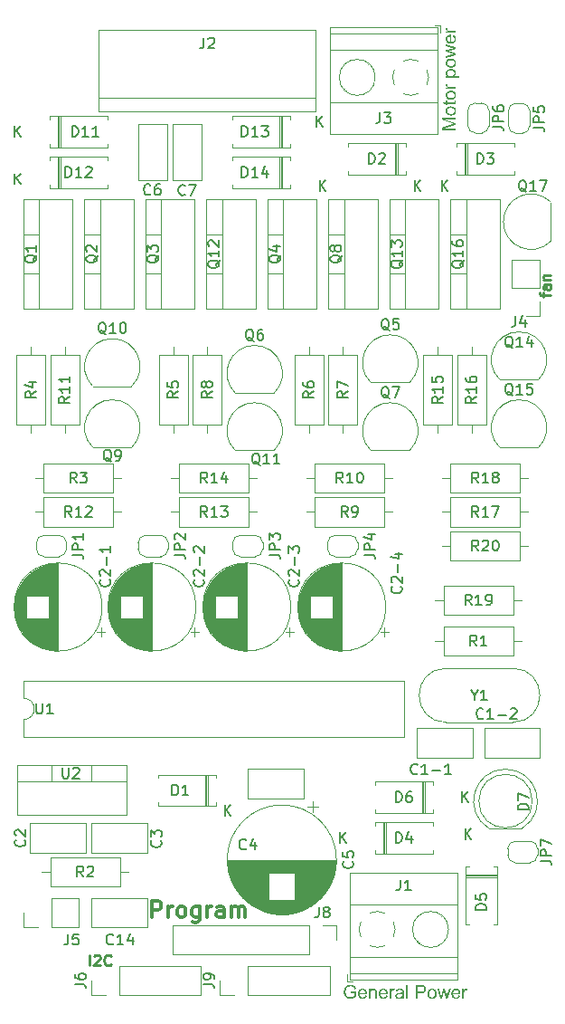
<source format=gbr>
%TF.GenerationSoftware,KiCad,Pcbnew,7.0.6*%
%TF.CreationDate,2023-08-30T11:13:53+03:00*%
%TF.ProjectId,atmegaStepperDriver,61746d65-6761-4537-9465-707065724472,V0.8.2*%
%TF.SameCoordinates,Original*%
%TF.FileFunction,Legend,Top*%
%TF.FilePolarity,Positive*%
%FSLAX46Y46*%
G04 Gerber Fmt 4.6, Leading zero omitted, Abs format (unit mm)*
G04 Created by KiCad (PCBNEW 7.0.6) date 2023-08-30 11:13:53*
%MOMM*%
%LPD*%
G01*
G04 APERTURE LIST*
%ADD10C,0.250000*%
%ADD11C,0.150000*%
%ADD12C,0.300000*%
%ADD13C,0.120000*%
G04 APERTURE END LIST*
D10*
X122281516Y-77681172D02*
X122281516Y-77300220D01*
X122948183Y-77538315D02*
X122091040Y-77538315D01*
X122091040Y-77538315D02*
X121995802Y-77490696D01*
X121995802Y-77490696D02*
X121948183Y-77395458D01*
X121948183Y-77395458D02*
X121948183Y-77300220D01*
X122948183Y-76538315D02*
X122424373Y-76538315D01*
X122424373Y-76538315D02*
X122329135Y-76585934D01*
X122329135Y-76585934D02*
X122281516Y-76681172D01*
X122281516Y-76681172D02*
X122281516Y-76871648D01*
X122281516Y-76871648D02*
X122329135Y-76966886D01*
X122900564Y-76538315D02*
X122948183Y-76633553D01*
X122948183Y-76633553D02*
X122948183Y-76871648D01*
X122948183Y-76871648D02*
X122900564Y-76966886D01*
X122900564Y-76966886D02*
X122805325Y-77014505D01*
X122805325Y-77014505D02*
X122710087Y-77014505D01*
X122710087Y-77014505D02*
X122614849Y-76966886D01*
X122614849Y-76966886D02*
X122567230Y-76871648D01*
X122567230Y-76871648D02*
X122567230Y-76633553D01*
X122567230Y-76633553D02*
X122519611Y-76538315D01*
X122281516Y-76062124D02*
X122948183Y-76062124D01*
X122376754Y-76062124D02*
X122329135Y-76014505D01*
X122329135Y-76014505D02*
X122281516Y-75919267D01*
X122281516Y-75919267D02*
X122281516Y-75776410D01*
X122281516Y-75776410D02*
X122329135Y-75681172D01*
X122329135Y-75681172D02*
X122424373Y-75633553D01*
X122424373Y-75633553D02*
X122948183Y-75633553D01*
X79777568Y-140199619D02*
X79777568Y-139199619D01*
X80206139Y-139294857D02*
X80253758Y-139247238D01*
X80253758Y-139247238D02*
X80348996Y-139199619D01*
X80348996Y-139199619D02*
X80587091Y-139199619D01*
X80587091Y-139199619D02*
X80682329Y-139247238D01*
X80682329Y-139247238D02*
X80729948Y-139294857D01*
X80729948Y-139294857D02*
X80777567Y-139390095D01*
X80777567Y-139390095D02*
X80777567Y-139485333D01*
X80777567Y-139485333D02*
X80729948Y-139628190D01*
X80729948Y-139628190D02*
X80158520Y-140199619D01*
X80158520Y-140199619D02*
X80777567Y-140199619D01*
X81777567Y-140104380D02*
X81729948Y-140152000D01*
X81729948Y-140152000D02*
X81587091Y-140199619D01*
X81587091Y-140199619D02*
X81491853Y-140199619D01*
X81491853Y-140199619D02*
X81348996Y-140152000D01*
X81348996Y-140152000D02*
X81253758Y-140056761D01*
X81253758Y-140056761D02*
X81206139Y-139961523D01*
X81206139Y-139961523D02*
X81158520Y-139771047D01*
X81158520Y-139771047D02*
X81158520Y-139628190D01*
X81158520Y-139628190D02*
X81206139Y-139437714D01*
X81206139Y-139437714D02*
X81253758Y-139342476D01*
X81253758Y-139342476D02*
X81348996Y-139247238D01*
X81348996Y-139247238D02*
X81491853Y-139199619D01*
X81491853Y-139199619D02*
X81587091Y-139199619D01*
X81587091Y-139199619D02*
X81729948Y-139247238D01*
X81729948Y-139247238D02*
X81777567Y-139294857D01*
D11*
G36*
X104229790Y-142799244D02*
G01*
X104229790Y-142652698D01*
X104762850Y-142651782D01*
X104762850Y-143121645D01*
X104747478Y-143133630D01*
X104732043Y-143145239D01*
X104716547Y-143156471D01*
X104700988Y-143167326D01*
X104685367Y-143177804D01*
X104669685Y-143187905D01*
X104653940Y-143197629D01*
X104638134Y-143206977D01*
X104622265Y-143215948D01*
X104606334Y-143224541D01*
X104590342Y-143232758D01*
X104574287Y-143240599D01*
X104558170Y-143248062D01*
X104541992Y-143255148D01*
X104525751Y-143261858D01*
X104509448Y-143268190D01*
X104493125Y-143274106D01*
X104476747Y-143279639D01*
X104460315Y-143284791D01*
X104443827Y-143289562D01*
X104427285Y-143293950D01*
X104410687Y-143297957D01*
X104394035Y-143301583D01*
X104377328Y-143304827D01*
X104360566Y-143307689D01*
X104343749Y-143310170D01*
X104326878Y-143312269D01*
X104309951Y-143313986D01*
X104292970Y-143315322D01*
X104275934Y-143316276D01*
X104258843Y-143316848D01*
X104241697Y-143317039D01*
X104218663Y-143316728D01*
X104195892Y-143315794D01*
X104173383Y-143314238D01*
X104151136Y-143312059D01*
X104129152Y-143309257D01*
X104107430Y-143305833D01*
X104085971Y-143301787D01*
X104064774Y-143297118D01*
X104043839Y-143291826D01*
X104023166Y-143285912D01*
X104002756Y-143279376D01*
X103982609Y-143272217D01*
X103962723Y-143264435D01*
X103943101Y-143256031D01*
X103923740Y-143247004D01*
X103904642Y-143237355D01*
X103886003Y-143227078D01*
X103867943Y-143216246D01*
X103850464Y-143204858D01*
X103833563Y-143192914D01*
X103817243Y-143180414D01*
X103801502Y-143167359D01*
X103786340Y-143153748D01*
X103771758Y-143139581D01*
X103757756Y-143124859D01*
X103744334Y-143109580D01*
X103731491Y-143093746D01*
X103719227Y-143077357D01*
X103707543Y-143060411D01*
X103696439Y-143042910D01*
X103685915Y-143024853D01*
X103675969Y-143006240D01*
X103666616Y-142987211D01*
X103657866Y-142967905D01*
X103649719Y-142948323D01*
X103642176Y-142928464D01*
X103635237Y-142908328D01*
X103628900Y-142887916D01*
X103623167Y-142867227D01*
X103618038Y-142846261D01*
X103613512Y-142825018D01*
X103609590Y-142803499D01*
X103606271Y-142781703D01*
X103603555Y-142759631D01*
X103601443Y-142737282D01*
X103599935Y-142714656D01*
X103599029Y-142691753D01*
X103598728Y-142668574D01*
X103599027Y-142645581D01*
X103599925Y-142622779D01*
X103601422Y-142600167D01*
X103603517Y-142577746D01*
X103606211Y-142555516D01*
X103609504Y-142533477D01*
X103613395Y-142511629D01*
X103617885Y-142489972D01*
X103622974Y-142468505D01*
X103628662Y-142447229D01*
X103634948Y-142426144D01*
X103641833Y-142405250D01*
X103649316Y-142384546D01*
X103657398Y-142364034D01*
X103666079Y-142343712D01*
X103675359Y-142323581D01*
X103685238Y-142303869D01*
X103695642Y-142284803D01*
X103706571Y-142266383D01*
X103718025Y-142248610D01*
X103730003Y-142231483D01*
X103742507Y-142215003D01*
X103755534Y-142199169D01*
X103769087Y-142183981D01*
X103783164Y-142169440D01*
X103797767Y-142155545D01*
X103812893Y-142142296D01*
X103828545Y-142129694D01*
X103844721Y-142117739D01*
X103861422Y-142106429D01*
X103878648Y-142095766D01*
X103896399Y-142085750D01*
X103914620Y-142076322D01*
X103933183Y-142067503D01*
X103952087Y-142059292D01*
X103971332Y-142051689D01*
X103990918Y-142044695D01*
X104010845Y-142038308D01*
X104031113Y-142032530D01*
X104051722Y-142027360D01*
X104072672Y-142022799D01*
X104093963Y-142018845D01*
X104115596Y-142015500D01*
X104137569Y-142012763D01*
X104159884Y-142010634D01*
X104182540Y-142009114D01*
X104205536Y-142008201D01*
X104228874Y-142007897D01*
X104245831Y-142008068D01*
X104262582Y-142008579D01*
X104279128Y-142009432D01*
X104295469Y-142010626D01*
X104311604Y-142012161D01*
X104327535Y-142014037D01*
X104343261Y-142016254D01*
X104358781Y-142018812D01*
X104374096Y-142021711D01*
X104389206Y-142024951D01*
X104404111Y-142028533D01*
X104418811Y-142032455D01*
X104433306Y-142036719D01*
X104447596Y-142041323D01*
X104461680Y-142046269D01*
X104475560Y-142051556D01*
X104489187Y-142057148D01*
X104502441Y-142063009D01*
X104515319Y-142069140D01*
X104527824Y-142075541D01*
X104539954Y-142082211D01*
X104551709Y-142089151D01*
X104563090Y-142096360D01*
X104574096Y-142103839D01*
X104584728Y-142111587D01*
X104594986Y-142119605D01*
X104604869Y-142127892D01*
X104614377Y-142136449D01*
X104623511Y-142145276D01*
X104632271Y-142154371D01*
X104640656Y-142163737D01*
X104648667Y-142173372D01*
X104656409Y-142183326D01*
X104663913Y-142193651D01*
X104671178Y-142204345D01*
X104678205Y-142215408D01*
X104684993Y-142226842D01*
X104691543Y-142238645D01*
X104697854Y-142250818D01*
X104703927Y-142263360D01*
X104709761Y-142276272D01*
X104715356Y-142289554D01*
X104720714Y-142303206D01*
X104725832Y-142317227D01*
X104730712Y-142331618D01*
X104735354Y-142346379D01*
X104739757Y-142361509D01*
X104743921Y-142377009D01*
X104593712Y-142418225D01*
X104590109Y-142406516D01*
X104584504Y-142389552D01*
X104578657Y-142373307D01*
X104572568Y-142357782D01*
X104566238Y-142342975D01*
X104559667Y-142328888D01*
X104552854Y-142315519D01*
X104545799Y-142302870D01*
X104538503Y-142290940D01*
X104530966Y-142279729D01*
X104523187Y-142269237D01*
X104515025Y-142259238D01*
X104506225Y-142249620D01*
X104496786Y-142240383D01*
X104486708Y-142231527D01*
X104475992Y-142223052D01*
X104464637Y-142214959D01*
X104452643Y-142207246D01*
X104440011Y-142199914D01*
X104426740Y-142192963D01*
X104412830Y-142186394D01*
X104403203Y-142182226D01*
X104388398Y-142176388D01*
X104373292Y-142171124D01*
X104357886Y-142166434D01*
X104342180Y-142162319D01*
X104326173Y-142158778D01*
X104309866Y-142155811D01*
X104293258Y-142153418D01*
X104276349Y-142151600D01*
X104259140Y-142150356D01*
X104241630Y-142149686D01*
X104229790Y-142149558D01*
X104215638Y-142149696D01*
X104201726Y-142150111D01*
X104188055Y-142150803D01*
X104174626Y-142151772D01*
X104161437Y-142153017D01*
X104148489Y-142154538D01*
X104135782Y-142156337D01*
X104123316Y-142158412D01*
X104111090Y-142160764D01*
X104099106Y-142163392D01*
X104081581Y-142167854D01*
X104064598Y-142172938D01*
X104048157Y-142178644D01*
X104032259Y-142184973D01*
X104016913Y-142191810D01*
X104002130Y-142199038D01*
X103987911Y-142206657D01*
X103974256Y-142214669D01*
X103961164Y-142223072D01*
X103948635Y-142231867D01*
X103936670Y-142241054D01*
X103925269Y-142250633D01*
X103914431Y-142260603D01*
X103904156Y-142270965D01*
X103897620Y-142278091D01*
X103888261Y-142288955D01*
X103879305Y-142300023D01*
X103870752Y-142311294D01*
X103862601Y-142322770D01*
X103854852Y-142334450D01*
X103847506Y-142346333D01*
X103840562Y-142358421D01*
X103834021Y-142370712D01*
X103827883Y-142383208D01*
X103822147Y-142395907D01*
X103818546Y-142404487D01*
X103812705Y-142419411D01*
X103807240Y-142434492D01*
X103802153Y-142449731D01*
X103797442Y-142465128D01*
X103793108Y-142480681D01*
X103789151Y-142496393D01*
X103785571Y-142512261D01*
X103782368Y-142528287D01*
X103779541Y-142544471D01*
X103777092Y-142560812D01*
X103775019Y-142577310D01*
X103773323Y-142593966D01*
X103772004Y-142610779D01*
X103771062Y-142627749D01*
X103770497Y-142644877D01*
X103770308Y-142662163D01*
X103770535Y-142683317D01*
X103771215Y-142704037D01*
X103772348Y-142724323D01*
X103773934Y-142744175D01*
X103775973Y-142763593D01*
X103778466Y-142782576D01*
X103781411Y-142801126D01*
X103784810Y-142819241D01*
X103788662Y-142836923D01*
X103792968Y-142854170D01*
X103797726Y-142870983D01*
X103802938Y-142887362D01*
X103808602Y-142903307D01*
X103814720Y-142918818D01*
X103821292Y-142933895D01*
X103828316Y-142948538D01*
X103835772Y-142962694D01*
X103843638Y-142976387D01*
X103851915Y-142989618D01*
X103860602Y-143002385D01*
X103869699Y-143014691D01*
X103879206Y-143026533D01*
X103889124Y-143037913D01*
X103899452Y-143048830D01*
X103910190Y-143059284D01*
X103921338Y-143069276D01*
X103932897Y-143078804D01*
X103944866Y-143087870D01*
X103957245Y-143096474D01*
X103970034Y-143104614D01*
X103983234Y-143112292D01*
X103996844Y-143119508D01*
X104010750Y-143126273D01*
X104024764Y-143132602D01*
X104038886Y-143138495D01*
X104053115Y-143143951D01*
X104067451Y-143148971D01*
X104081894Y-143153554D01*
X104096445Y-143157700D01*
X104111103Y-143161410D01*
X104125869Y-143164684D01*
X104140742Y-143167521D01*
X104155722Y-143169922D01*
X104170809Y-143171886D01*
X104186004Y-143173414D01*
X104201306Y-143174505D01*
X104216716Y-143175160D01*
X104232233Y-143175378D01*
X104245759Y-143175213D01*
X104259242Y-143174720D01*
X104272683Y-143173897D01*
X104286080Y-143172745D01*
X104299435Y-143171264D01*
X104312747Y-143169453D01*
X104326016Y-143167314D01*
X104339241Y-143164845D01*
X104352424Y-143162047D01*
X104365564Y-143158920D01*
X104378661Y-143155464D01*
X104391716Y-143151679D01*
X104404727Y-143147564D01*
X104417695Y-143143121D01*
X104430620Y-143138348D01*
X104443503Y-143133246D01*
X104456206Y-143127958D01*
X104468518Y-143122627D01*
X104480440Y-143117254D01*
X104491970Y-143111837D01*
X104503108Y-143106377D01*
X104519083Y-143098107D01*
X104534178Y-143089740D01*
X104548392Y-143081277D01*
X104561727Y-143072717D01*
X104574181Y-143064061D01*
X104585755Y-143055308D01*
X104596449Y-143046458D01*
X104599818Y-143043487D01*
X104599818Y-142799244D01*
X104229790Y-142799244D01*
G37*
G36*
X105378347Y-142360104D02*
G01*
X105400419Y-142361596D01*
X105421967Y-142364083D01*
X105442990Y-142367564D01*
X105463488Y-142372040D01*
X105483462Y-142377510D01*
X105502911Y-142383975D01*
X105521835Y-142391435D01*
X105540234Y-142399889D01*
X105558109Y-142409338D01*
X105575459Y-142419782D01*
X105592284Y-142431220D01*
X105608584Y-142443653D01*
X105624360Y-142457080D01*
X105639610Y-142471502D01*
X105654337Y-142486919D01*
X105668385Y-142503237D01*
X105681528Y-142520364D01*
X105693764Y-142538299D01*
X105705093Y-142557043D01*
X105715517Y-142576596D01*
X105725033Y-142596957D01*
X105733644Y-142618126D01*
X105741348Y-142640105D01*
X105748146Y-142662891D01*
X105754037Y-142686487D01*
X105756643Y-142698588D01*
X105759022Y-142710891D01*
X105761175Y-142723396D01*
X105763101Y-142736103D01*
X105764800Y-142749013D01*
X105766273Y-142762125D01*
X105767520Y-142775438D01*
X105768539Y-142788954D01*
X105769332Y-142802672D01*
X105769899Y-142816593D01*
X105770239Y-142830715D01*
X105770352Y-142845040D01*
X105770266Y-142857548D01*
X105770063Y-142870988D01*
X105769815Y-142883715D01*
X105769741Y-142887172D01*
X105089525Y-142887172D01*
X105090858Y-142905260D01*
X105092721Y-142922811D01*
X105095113Y-142939826D01*
X105098035Y-142956304D01*
X105101487Y-142972245D01*
X105105468Y-142987650D01*
X105109978Y-143002518D01*
X105115018Y-143016849D01*
X105120587Y-143030644D01*
X105126686Y-143043902D01*
X105133315Y-143056623D01*
X105140473Y-143068808D01*
X105148160Y-143080456D01*
X105156377Y-143091567D01*
X105165123Y-143102142D01*
X105174399Y-143112180D01*
X105184125Y-143121608D01*
X105194144Y-143130427D01*
X105204456Y-143138638D01*
X105215062Y-143146241D01*
X105225961Y-143153235D01*
X105237154Y-143159622D01*
X105248639Y-143165400D01*
X105260419Y-143170570D01*
X105272491Y-143175131D01*
X105284857Y-143179085D01*
X105297517Y-143182430D01*
X105310469Y-143185167D01*
X105323715Y-143187296D01*
X105337255Y-143188816D01*
X105351088Y-143189729D01*
X105365214Y-143190033D01*
X105380911Y-143189644D01*
X105396173Y-143188476D01*
X105411000Y-143186531D01*
X105425392Y-143183807D01*
X105439350Y-143180306D01*
X105452873Y-143176026D01*
X105465962Y-143170968D01*
X105478615Y-143165131D01*
X105490834Y-143158517D01*
X105502619Y-143151124D01*
X105510233Y-143145764D01*
X105521290Y-143136999D01*
X105531907Y-143127306D01*
X105542084Y-143116684D01*
X105551821Y-143105134D01*
X105561118Y-143092656D01*
X105569975Y-143079249D01*
X105578392Y-143064914D01*
X105586368Y-143049650D01*
X105593905Y-143033458D01*
X105598685Y-143022148D01*
X105603269Y-143010424D01*
X105605488Y-143004408D01*
X105765467Y-143023948D01*
X105760483Y-143041107D01*
X105754996Y-143057779D01*
X105749006Y-143073965D01*
X105742512Y-143089664D01*
X105735515Y-143104877D01*
X105728015Y-143119603D01*
X105720011Y-143133842D01*
X105711505Y-143147595D01*
X105702495Y-143160862D01*
X105692981Y-143173642D01*
X105682965Y-143185935D01*
X105672445Y-143197742D01*
X105661422Y-143209062D01*
X105649895Y-143219895D01*
X105637866Y-143230242D01*
X105625333Y-143240102D01*
X105612328Y-143249419D01*
X105598881Y-143258134D01*
X105584993Y-143266249D01*
X105570664Y-143273762D01*
X105555894Y-143280674D01*
X105540683Y-143286986D01*
X105525030Y-143292696D01*
X105508936Y-143297805D01*
X105492400Y-143302313D01*
X105475424Y-143306220D01*
X105458006Y-143309526D01*
X105440147Y-143312230D01*
X105421847Y-143314334D01*
X105403105Y-143315837D01*
X105383922Y-143316738D01*
X105364298Y-143317039D01*
X105351881Y-143316918D01*
X105339625Y-143316556D01*
X105315597Y-143315107D01*
X105292217Y-143312692D01*
X105269482Y-143309311D01*
X105247394Y-143304964D01*
X105225953Y-143299651D01*
X105205158Y-143293372D01*
X105185009Y-143286127D01*
X105165506Y-143277916D01*
X105146650Y-143268739D01*
X105128440Y-143258596D01*
X105110877Y-143247487D01*
X105093960Y-143235412D01*
X105077690Y-143222371D01*
X105062066Y-143208364D01*
X105047088Y-143193391D01*
X105032891Y-143177508D01*
X105019610Y-143160848D01*
X105007246Y-143143409D01*
X104995797Y-143125194D01*
X104985264Y-143106201D01*
X104975647Y-143086430D01*
X104966946Y-143065881D01*
X104959160Y-143044556D01*
X104952291Y-143022452D01*
X104946338Y-142999571D01*
X104941300Y-142975912D01*
X104939125Y-142963791D01*
X104937178Y-142951476D01*
X104935461Y-142938966D01*
X104933973Y-142926262D01*
X104932713Y-142913364D01*
X104931683Y-142900271D01*
X104930882Y-142886984D01*
X104930309Y-142873502D01*
X104929966Y-142859826D01*
X104929851Y-142845956D01*
X104929967Y-142831612D01*
X104930314Y-142817470D01*
X104930892Y-142803531D01*
X104931702Y-142789794D01*
X104932743Y-142776259D01*
X104934016Y-142762926D01*
X104934332Y-142760165D01*
X105098073Y-142760165D01*
X105607320Y-142760165D01*
X105605876Y-142745365D01*
X105604138Y-142731037D01*
X105602107Y-142717182D01*
X105599783Y-142703799D01*
X105597165Y-142690888D01*
X105594254Y-142678449D01*
X105591049Y-142666482D01*
X105585692Y-142649418D01*
X105579676Y-142633417D01*
X105572998Y-142618478D01*
X105565661Y-142604601D01*
X105557664Y-142591787D01*
X105549007Y-142580036D01*
X105539601Y-142568723D01*
X105529854Y-142558140D01*
X105519766Y-142548287D01*
X105509336Y-142539164D01*
X105498566Y-142530770D01*
X105487455Y-142523107D01*
X105476002Y-142516173D01*
X105464209Y-142509969D01*
X105452074Y-142504495D01*
X105439598Y-142499751D01*
X105426782Y-142495737D01*
X105413624Y-142492452D01*
X105400125Y-142489898D01*
X105386285Y-142488073D01*
X105372104Y-142486978D01*
X105357581Y-142486613D01*
X105344395Y-142486904D01*
X105331473Y-142487777D01*
X105318816Y-142489232D01*
X105306424Y-142491269D01*
X105294297Y-142493888D01*
X105282434Y-142497089D01*
X105265136Y-142502982D01*
X105248434Y-142510184D01*
X105232328Y-142518695D01*
X105221921Y-142525097D01*
X105211780Y-142532081D01*
X105201903Y-142539647D01*
X105192290Y-142547794D01*
X105182943Y-142556524D01*
X105178368Y-142561107D01*
X105169575Y-142570615D01*
X105161286Y-142580513D01*
X105153499Y-142590803D01*
X105146216Y-142601484D01*
X105139436Y-142612556D01*
X105133160Y-142624019D01*
X105127386Y-142635873D01*
X105122116Y-142648119D01*
X105117349Y-142660756D01*
X105113086Y-142673783D01*
X105109326Y-142687202D01*
X105106069Y-142701013D01*
X105103315Y-142715214D01*
X105101064Y-142729807D01*
X105099317Y-142744790D01*
X105098073Y-142760165D01*
X104934332Y-142760165D01*
X104935520Y-142749795D01*
X104937255Y-142736867D01*
X104939221Y-142724140D01*
X104941419Y-142711616D01*
X104943849Y-142699294D01*
X104946509Y-142687174D01*
X104949401Y-142675256D01*
X104955880Y-142652027D01*
X104963283Y-142629606D01*
X104971612Y-142607994D01*
X104980867Y-142587190D01*
X104991047Y-142567195D01*
X105002152Y-142548009D01*
X105014183Y-142529631D01*
X105027139Y-142512062D01*
X105041021Y-142495301D01*
X105048309Y-142487224D01*
X105063392Y-142471770D01*
X105079025Y-142457314D01*
X105095210Y-142443854D01*
X105111946Y-142431391D01*
X105129232Y-142419926D01*
X105147070Y-142409457D01*
X105165458Y-142399986D01*
X105184398Y-142391511D01*
X105203889Y-142384034D01*
X105223930Y-142377553D01*
X105244523Y-142372070D01*
X105265666Y-142367583D01*
X105287360Y-142364093D01*
X105309606Y-142361601D01*
X105332402Y-142360105D01*
X105355750Y-142359607D01*
X105378347Y-142360104D01*
G37*
G36*
X105954755Y-143297500D02*
G01*
X105954755Y-142379146D01*
X106093668Y-142379146D01*
X106093668Y-142507984D01*
X106106573Y-142490017D01*
X106120177Y-142473209D01*
X106134480Y-142457559D01*
X106149482Y-142443069D01*
X106165182Y-142429739D01*
X106181581Y-142417567D01*
X106198680Y-142406555D01*
X106216477Y-142396701D01*
X106234973Y-142388007D01*
X106254167Y-142380473D01*
X106274061Y-142374097D01*
X106294654Y-142368881D01*
X106315945Y-142364823D01*
X106337935Y-142361925D01*
X106360624Y-142360187D01*
X106384012Y-142359607D01*
X106399350Y-142359870D01*
X106414452Y-142360659D01*
X106429317Y-142361974D01*
X106443947Y-142363814D01*
X106458340Y-142366181D01*
X106472498Y-142369074D01*
X106486419Y-142372492D01*
X106500104Y-142376437D01*
X106513553Y-142380907D01*
X106526765Y-142385904D01*
X106535443Y-142389527D01*
X106548129Y-142395246D01*
X106560197Y-142401298D01*
X106571649Y-142407682D01*
X106582483Y-142414399D01*
X106592700Y-142421449D01*
X106605363Y-142431367D01*
X106616929Y-142441876D01*
X106627398Y-142452977D01*
X106636769Y-142464669D01*
X106638941Y-142467684D01*
X106647241Y-142480030D01*
X106654893Y-142492948D01*
X106661896Y-142506439D01*
X106668250Y-142520502D01*
X106673955Y-142535137D01*
X106679012Y-142550345D01*
X106682378Y-142562127D01*
X106685380Y-142574231D01*
X106687178Y-142582479D01*
X106689641Y-142597519D01*
X106691311Y-142611837D01*
X106692713Y-142628187D01*
X106693590Y-142641784D01*
X106694316Y-142656523D01*
X106694892Y-142672406D01*
X106695318Y-142689432D01*
X106695593Y-142707601D01*
X106695694Y-142720348D01*
X106695727Y-142733604D01*
X106695727Y-143297500D01*
X106541243Y-143297500D01*
X106541243Y-142737573D01*
X106541085Y-142720136D01*
X106540610Y-142703548D01*
X106539819Y-142687808D01*
X106538710Y-142672915D01*
X106537285Y-142658871D01*
X106535544Y-142645674D01*
X106533486Y-142633325D01*
X106530249Y-142618179D01*
X106526450Y-142604541D01*
X106523230Y-142595301D01*
X106518288Y-142583771D01*
X106512469Y-142572842D01*
X106505771Y-142562515D01*
X106498196Y-142552788D01*
X106489742Y-142543662D01*
X106480412Y-142535137D01*
X106470203Y-142527214D01*
X106459117Y-142519891D01*
X106447415Y-142513237D01*
X106435208Y-142507469D01*
X106422495Y-142502589D01*
X106409276Y-142498596D01*
X106395552Y-142495491D01*
X106381322Y-142493273D01*
X106366586Y-142491942D01*
X106351345Y-142491498D01*
X106339123Y-142491745D01*
X106321184Y-142493041D01*
X106303717Y-142495448D01*
X106286723Y-142498966D01*
X106270201Y-142503595D01*
X106254151Y-142509334D01*
X106238573Y-142516185D01*
X106223468Y-142524146D01*
X106208835Y-142533219D01*
X106194674Y-142543402D01*
X106180985Y-142554696D01*
X106168163Y-142567546D01*
X106160316Y-142577225D01*
X106153029Y-142587794D01*
X106146303Y-142599253D01*
X106140137Y-142611601D01*
X106134532Y-142624839D01*
X106129488Y-142638966D01*
X106125003Y-142653983D01*
X106121080Y-142669890D01*
X106117717Y-142686686D01*
X106114914Y-142704373D01*
X106112672Y-142722948D01*
X106110990Y-142742414D01*
X106109869Y-142762769D01*
X106109309Y-142784014D01*
X106109239Y-142794970D01*
X106109239Y-143297500D01*
X105954755Y-143297500D01*
G37*
G36*
X107324962Y-142360104D02*
G01*
X107347035Y-142361596D01*
X107368583Y-142364083D01*
X107389606Y-142367564D01*
X107410104Y-142372040D01*
X107430077Y-142377510D01*
X107449526Y-142383975D01*
X107468450Y-142391435D01*
X107486850Y-142399889D01*
X107504724Y-142409338D01*
X107522074Y-142419782D01*
X107538899Y-142431220D01*
X107555199Y-142443653D01*
X107570975Y-142457080D01*
X107586226Y-142471502D01*
X107600952Y-142486919D01*
X107615001Y-142503237D01*
X107628143Y-142520364D01*
X107640379Y-142538299D01*
X107651709Y-142557043D01*
X107662132Y-142576596D01*
X107671649Y-142596957D01*
X107680259Y-142618126D01*
X107687964Y-142640105D01*
X107694761Y-142662891D01*
X107700653Y-142686487D01*
X107703259Y-142698588D01*
X107705638Y-142710891D01*
X107707790Y-142723396D01*
X107709716Y-142736103D01*
X107711416Y-142749013D01*
X107712889Y-142762125D01*
X107714135Y-142775438D01*
X107715155Y-142788954D01*
X107715948Y-142802672D01*
X107716514Y-142816593D01*
X107716854Y-142830715D01*
X107716967Y-142845040D01*
X107716882Y-142857548D01*
X107716679Y-142870988D01*
X107716431Y-142883715D01*
X107716357Y-142887172D01*
X107036140Y-142887172D01*
X107037474Y-142905260D01*
X107039337Y-142922811D01*
X107041729Y-142939826D01*
X107044651Y-142956304D01*
X107048102Y-142972245D01*
X107052083Y-142987650D01*
X107056593Y-143002518D01*
X107061633Y-143016849D01*
X107067203Y-143030644D01*
X107073302Y-143043902D01*
X107079930Y-143056623D01*
X107087088Y-143068808D01*
X107094775Y-143080456D01*
X107102992Y-143091567D01*
X107111739Y-143102142D01*
X107121015Y-143112180D01*
X107130740Y-143121608D01*
X107140759Y-143130427D01*
X107151072Y-143138638D01*
X107161677Y-143146241D01*
X107172577Y-143153235D01*
X107183769Y-143159622D01*
X107195255Y-143165400D01*
X107207034Y-143170570D01*
X107219107Y-143175131D01*
X107231473Y-143179085D01*
X107244132Y-143182430D01*
X107257085Y-143185167D01*
X107270331Y-143187296D01*
X107283870Y-143188816D01*
X107297703Y-143189729D01*
X107311830Y-143190033D01*
X107327526Y-143189644D01*
X107342788Y-143188476D01*
X107357615Y-143186531D01*
X107372008Y-143183807D01*
X107385966Y-143180306D01*
X107399489Y-143176026D01*
X107412577Y-143170968D01*
X107425231Y-143165131D01*
X107437450Y-143158517D01*
X107449234Y-143151124D01*
X107456849Y-143145764D01*
X107467906Y-143136999D01*
X107478523Y-143127306D01*
X107488700Y-143116684D01*
X107498437Y-143105134D01*
X107507734Y-143092656D01*
X107516590Y-143079249D01*
X107525007Y-143064914D01*
X107532984Y-143049650D01*
X107540520Y-143033458D01*
X107545300Y-143022148D01*
X107549885Y-143010424D01*
X107552103Y-143004408D01*
X107712083Y-143023948D01*
X107707099Y-143041107D01*
X107701612Y-143057779D01*
X107695621Y-143073965D01*
X107689128Y-143089664D01*
X107682131Y-143104877D01*
X107674630Y-143119603D01*
X107666627Y-143133842D01*
X107658120Y-143147595D01*
X107649110Y-143160862D01*
X107639597Y-143173642D01*
X107629580Y-143185935D01*
X107619060Y-143197742D01*
X107608037Y-143209062D01*
X107596511Y-143219895D01*
X107584481Y-143230242D01*
X107571948Y-143240102D01*
X107558943Y-143249419D01*
X107545497Y-143258134D01*
X107531609Y-143266249D01*
X107517280Y-143273762D01*
X107502510Y-143280674D01*
X107487298Y-143286986D01*
X107471645Y-143292696D01*
X107455551Y-143297805D01*
X107439016Y-143302313D01*
X107422039Y-143306220D01*
X107404622Y-143309526D01*
X107386763Y-143312230D01*
X107368462Y-143314334D01*
X107349721Y-143315837D01*
X107330538Y-143316738D01*
X107310914Y-143317039D01*
X107298496Y-143316918D01*
X107286240Y-143316556D01*
X107262213Y-143315107D01*
X107238832Y-143312692D01*
X107216098Y-143309311D01*
X107194010Y-143304964D01*
X107172568Y-143299651D01*
X107151773Y-143293372D01*
X107131624Y-143286127D01*
X107112122Y-143277916D01*
X107093266Y-143268739D01*
X107075056Y-143258596D01*
X107057493Y-143247487D01*
X107040576Y-143235412D01*
X107024305Y-143222371D01*
X107008681Y-143208364D01*
X106993703Y-143193391D01*
X106979507Y-143177508D01*
X106966226Y-143160848D01*
X106953861Y-143143409D01*
X106942412Y-143125194D01*
X106931879Y-143106201D01*
X106922262Y-143086430D01*
X106913561Y-143065881D01*
X106905776Y-143044556D01*
X106898907Y-143022452D01*
X106892953Y-142999571D01*
X106887916Y-142975912D01*
X106885740Y-142963791D01*
X106883794Y-142951476D01*
X106882077Y-142938966D01*
X106880588Y-142926262D01*
X106879329Y-142913364D01*
X106878299Y-142900271D01*
X106877497Y-142886984D01*
X106876925Y-142873502D01*
X106876581Y-142859826D01*
X106876467Y-142845956D01*
X106876582Y-142831612D01*
X106876929Y-142817470D01*
X106877508Y-142803531D01*
X106878318Y-142789794D01*
X106879359Y-142776259D01*
X106880631Y-142762926D01*
X106880947Y-142760165D01*
X107044689Y-142760165D01*
X107553935Y-142760165D01*
X107552491Y-142745365D01*
X107550753Y-142731037D01*
X107548722Y-142717182D01*
X107546398Y-142703799D01*
X107543780Y-142690888D01*
X107540869Y-142678449D01*
X107537665Y-142666482D01*
X107532308Y-142649418D01*
X107526291Y-142633417D01*
X107519614Y-142618478D01*
X107512277Y-142604601D01*
X107504280Y-142591787D01*
X107495622Y-142580036D01*
X107486216Y-142568723D01*
X107476469Y-142558140D01*
X107466381Y-142548287D01*
X107455952Y-142539164D01*
X107445182Y-142530770D01*
X107434070Y-142523107D01*
X107422618Y-142516173D01*
X107410824Y-142509969D01*
X107398690Y-142504495D01*
X107386214Y-142499751D01*
X107373397Y-142495737D01*
X107360239Y-142492452D01*
X107346740Y-142489898D01*
X107332900Y-142488073D01*
X107318719Y-142486978D01*
X107304197Y-142486613D01*
X107291010Y-142486904D01*
X107278089Y-142487777D01*
X107265432Y-142489232D01*
X107253040Y-142491269D01*
X107240912Y-142493888D01*
X107229049Y-142497089D01*
X107211752Y-142502982D01*
X107195050Y-142510184D01*
X107178944Y-142518695D01*
X107168537Y-142525097D01*
X107158395Y-142532081D01*
X107148518Y-142539647D01*
X107138906Y-142547794D01*
X107129558Y-142556524D01*
X107124984Y-142561107D01*
X107116191Y-142570615D01*
X107107901Y-142580513D01*
X107100115Y-142590803D01*
X107092832Y-142601484D01*
X107086052Y-142612556D01*
X107079775Y-142624019D01*
X107074002Y-142635873D01*
X107068732Y-142648119D01*
X107063965Y-142660756D01*
X107059701Y-142673783D01*
X107055941Y-142687202D01*
X107052684Y-142701013D01*
X107049930Y-142715214D01*
X107047680Y-142729807D01*
X107045933Y-142744790D01*
X107044689Y-142760165D01*
X106880947Y-142760165D01*
X106882135Y-142749795D01*
X106883870Y-142736867D01*
X106885837Y-142724140D01*
X106888035Y-142711616D01*
X106890464Y-142699294D01*
X106893125Y-142687174D01*
X106896017Y-142675256D01*
X106902495Y-142652027D01*
X106909899Y-142629606D01*
X106918228Y-142607994D01*
X106927482Y-142587190D01*
X106937662Y-142567195D01*
X106948768Y-142548009D01*
X106960798Y-142529631D01*
X106973755Y-142512062D01*
X106987637Y-142495301D01*
X106994924Y-142487224D01*
X107010007Y-142471770D01*
X107025641Y-142457314D01*
X107041826Y-142443854D01*
X107058561Y-142431391D01*
X107075848Y-142419926D01*
X107093685Y-142409457D01*
X107112074Y-142399986D01*
X107131014Y-142391511D01*
X107150504Y-142384034D01*
X107170546Y-142377553D01*
X107191138Y-142372070D01*
X107212282Y-142367583D01*
X107233976Y-142364093D01*
X107256221Y-142361601D01*
X107279018Y-142360105D01*
X107302365Y-142359607D01*
X107324962Y-142360104D01*
G37*
G36*
X107899539Y-143297500D02*
G01*
X107899539Y-142379146D01*
X108038757Y-142379146D01*
X108038757Y-142519891D01*
X108045366Y-142507902D01*
X108051909Y-142496435D01*
X108058389Y-142485491D01*
X108064804Y-142475069D01*
X108074305Y-142460415D01*
X108083662Y-142446937D01*
X108092874Y-142434634D01*
X108101941Y-142423506D01*
X108110863Y-142413554D01*
X108119640Y-142404776D01*
X108131118Y-142394902D01*
X108136760Y-142390748D01*
X108148199Y-142383449D01*
X108159925Y-142377124D01*
X108171936Y-142371771D01*
X108184234Y-142367392D01*
X108196819Y-142363986D01*
X108209689Y-142361553D01*
X108222846Y-142360094D01*
X108236289Y-142359607D01*
X108250965Y-142360047D01*
X108265684Y-142361367D01*
X108280446Y-142363568D01*
X108295251Y-142366648D01*
X108310098Y-142370609D01*
X108324989Y-142375449D01*
X108339923Y-142381170D01*
X108354899Y-142387771D01*
X108369919Y-142395252D01*
X108384981Y-142403614D01*
X108395047Y-142409677D01*
X108341924Y-142554085D01*
X108327727Y-142546286D01*
X108313531Y-142539526D01*
X108299334Y-142533806D01*
X108285137Y-142529127D01*
X108270941Y-142525487D01*
X108256744Y-142522887D01*
X108242547Y-142521327D01*
X108228351Y-142520807D01*
X108215843Y-142521289D01*
X108203659Y-142522734D01*
X108188886Y-142525896D01*
X108174620Y-142530564D01*
X108160860Y-142536737D01*
X108150218Y-142542760D01*
X108139899Y-142549746D01*
X108137370Y-142551643D01*
X108127658Y-142559648D01*
X108118671Y-142568396D01*
X108110408Y-142577889D01*
X108102871Y-142588127D01*
X108096059Y-142599108D01*
X108089972Y-142610834D01*
X108084610Y-142623303D01*
X108079973Y-142636517D01*
X108075336Y-142652167D01*
X108071154Y-142668091D01*
X108067429Y-142684289D01*
X108064160Y-142700760D01*
X108061347Y-142717505D01*
X108058990Y-142734523D01*
X108057089Y-142751816D01*
X108055644Y-142769382D01*
X108054656Y-142787221D01*
X108054124Y-142805335D01*
X108054023Y-142817562D01*
X108054023Y-143297500D01*
X107899539Y-143297500D01*
G37*
G36*
X108883896Y-142359715D02*
G01*
X108897963Y-142360041D01*
X108911688Y-142360584D01*
X108925073Y-142361343D01*
X108938116Y-142362320D01*
X108950818Y-142363514D01*
X108963180Y-142364925D01*
X108981082Y-142367448D01*
X108998217Y-142370460D01*
X109014584Y-142373960D01*
X109030184Y-142377948D01*
X109045017Y-142382425D01*
X109059082Y-142387390D01*
X109072422Y-142392668D01*
X109085082Y-142398198D01*
X109097059Y-142403981D01*
X109108355Y-142410015D01*
X109118969Y-142416302D01*
X109132062Y-142425078D01*
X109143942Y-142434301D01*
X109154611Y-142443973D01*
X109164068Y-142454093D01*
X109166243Y-142456693D01*
X109174544Y-142467498D01*
X109182196Y-142479000D01*
X109189198Y-142491198D01*
X109195553Y-142504092D01*
X109201258Y-142517683D01*
X109206314Y-142531970D01*
X109210722Y-142546954D01*
X109214481Y-142562634D01*
X109216680Y-142576595D01*
X109218171Y-142590007D01*
X109219423Y-142605412D01*
X109220206Y-142618275D01*
X109220854Y-142632260D01*
X109221369Y-142647366D01*
X109221749Y-142663594D01*
X109221995Y-142680944D01*
X109222106Y-142699415D01*
X109222114Y-142705821D01*
X109222114Y-142913122D01*
X109222123Y-142926515D01*
X109222152Y-142939595D01*
X109222200Y-142952365D01*
X109222267Y-142964824D01*
X109222457Y-142988807D01*
X109222725Y-143011545D01*
X109223068Y-143033037D01*
X109223488Y-143053285D01*
X109223984Y-143072288D01*
X109224556Y-143090046D01*
X109225205Y-143106558D01*
X109225930Y-143121826D01*
X109226732Y-143135848D01*
X109227609Y-143148626D01*
X109229069Y-143165457D01*
X109230701Y-143179488D01*
X109231884Y-143187285D01*
X109234703Y-143201563D01*
X109238123Y-143215697D01*
X109242145Y-143229689D01*
X109246767Y-143243537D01*
X109251991Y-143257242D01*
X109257815Y-143270805D01*
X109264241Y-143284224D01*
X109271268Y-143297500D01*
X109109762Y-143297500D01*
X109104004Y-143284877D01*
X109098790Y-143271740D01*
X109094120Y-143258087D01*
X109089994Y-143243919D01*
X109086411Y-143229236D01*
X109083373Y-143214037D01*
X109080878Y-143198324D01*
X109079363Y-143186200D01*
X109078927Y-143182095D01*
X109068227Y-143191161D01*
X109057574Y-143199888D01*
X109046970Y-143208277D01*
X109036413Y-143216327D01*
X109025904Y-143224038D01*
X109015443Y-143231411D01*
X109005029Y-143238445D01*
X108994663Y-143245140D01*
X108979203Y-143254548D01*
X108963851Y-143263193D01*
X108948606Y-143271077D01*
X108933469Y-143278199D01*
X108918438Y-143284558D01*
X108913452Y-143286509D01*
X108898467Y-143291965D01*
X108883277Y-143296884D01*
X108867884Y-143301267D01*
X108852286Y-143305113D01*
X108836485Y-143308422D01*
X108820480Y-143311195D01*
X108804271Y-143313431D01*
X108787858Y-143315131D01*
X108771241Y-143316294D01*
X108754420Y-143316920D01*
X108743093Y-143317039D01*
X108724587Y-143316749D01*
X108706623Y-143315880D01*
X108689201Y-143314431D01*
X108672319Y-143312402D01*
X108655980Y-143309794D01*
X108640182Y-143306606D01*
X108624925Y-143302839D01*
X108610209Y-143298492D01*
X108596035Y-143293565D01*
X108582403Y-143288059D01*
X108569312Y-143281973D01*
X108556762Y-143275308D01*
X108544754Y-143268063D01*
X108533287Y-143260238D01*
X108522362Y-143251834D01*
X108511978Y-143242850D01*
X108502218Y-143233416D01*
X108493087Y-143223659D01*
X108484586Y-143213580D01*
X108476715Y-143203180D01*
X108469474Y-143192457D01*
X108462862Y-143181413D01*
X108456880Y-143170046D01*
X108451528Y-143158357D01*
X108446805Y-143146347D01*
X108442712Y-143134014D01*
X108439249Y-143121360D01*
X108436415Y-143108383D01*
X108434211Y-143095084D01*
X108432637Y-143081464D01*
X108431693Y-143067521D01*
X108431378Y-143053257D01*
X108431482Y-143048372D01*
X108596242Y-143048372D01*
X108596972Y-143063766D01*
X108599161Y-143078501D01*
X108602810Y-143092579D01*
X108607920Y-143105998D01*
X108614488Y-143118759D01*
X108622517Y-143130861D01*
X108632005Y-143142305D01*
X108642953Y-143153091D01*
X108655380Y-143162894D01*
X108669152Y-143171390D01*
X108680364Y-143176904D01*
X108692332Y-143181683D01*
X108705058Y-143185727D01*
X108718540Y-143189036D01*
X108732778Y-143191609D01*
X108747774Y-143193447D01*
X108763526Y-143194550D01*
X108780034Y-143194918D01*
X108796630Y-143194571D01*
X108812871Y-143193533D01*
X108828758Y-143191802D01*
X108844291Y-143189379D01*
X108859470Y-143186264D01*
X108874294Y-143182456D01*
X108888765Y-143177956D01*
X108902881Y-143172764D01*
X108916643Y-143166879D01*
X108930051Y-143160303D01*
X108938792Y-143155533D01*
X108951519Y-143147837D01*
X108963597Y-143139630D01*
X108975025Y-143130914D01*
X108985804Y-143121688D01*
X108995934Y-143111952D01*
X109005414Y-143101706D01*
X109014245Y-143090950D01*
X109022426Y-143079684D01*
X109029958Y-143067909D01*
X109036841Y-143055624D01*
X109041069Y-143047151D01*
X109046936Y-143033154D01*
X109052022Y-143017574D01*
X109055322Y-143004850D01*
X109058183Y-142991235D01*
X109060603Y-142976729D01*
X109062583Y-142961332D01*
X109064124Y-142945044D01*
X109065224Y-142927865D01*
X109065884Y-142909796D01*
X109066079Y-142897254D01*
X109066104Y-142890835D01*
X109066104Y-142833438D01*
X109049566Y-142839704D01*
X109037722Y-142843782D01*
X109025221Y-142847782D01*
X109012064Y-142851704D01*
X108998252Y-142855546D01*
X108983783Y-142859310D01*
X108968659Y-142862995D01*
X108952878Y-142866601D01*
X108936442Y-142870129D01*
X108919350Y-142873578D01*
X108901602Y-142876948D01*
X108883197Y-142880240D01*
X108864137Y-142883453D01*
X108844422Y-142886587D01*
X108824050Y-142889642D01*
X108813618Y-142891140D01*
X108796246Y-142893803D01*
X108779851Y-142896525D01*
X108764432Y-142899306D01*
X108749991Y-142902146D01*
X108736526Y-142905045D01*
X108724037Y-142908003D01*
X108708906Y-142912038D01*
X108695511Y-142916179D01*
X108683852Y-142920425D01*
X108678674Y-142922587D01*
X108666798Y-142928420D01*
X108655788Y-142935043D01*
X108645642Y-142942457D01*
X108636360Y-142950660D01*
X108627944Y-142959654D01*
X108620392Y-142969438D01*
X108617613Y-142973572D01*
X108611456Y-142984254D01*
X108605445Y-142997563D01*
X108600937Y-143011409D01*
X108598329Y-143023357D01*
X108596763Y-143035678D01*
X108596242Y-143048372D01*
X108431482Y-143048372D01*
X108431646Y-143040653D01*
X108432451Y-143028259D01*
X108433793Y-143016074D01*
X108436416Y-143000153D01*
X108439994Y-142984604D01*
X108444526Y-142969427D01*
X108450012Y-142954622D01*
X108456452Y-142940189D01*
X108461908Y-142929609D01*
X108469832Y-142915918D01*
X108478337Y-142902933D01*
X108487425Y-142890654D01*
X108497094Y-142879081D01*
X108507346Y-142868214D01*
X108518179Y-142858053D01*
X108529595Y-142848598D01*
X108541592Y-142839849D01*
X108554153Y-142831635D01*
X108567104Y-142823936D01*
X108580447Y-142816751D01*
X108594181Y-142810082D01*
X108608306Y-142803929D01*
X108622822Y-142798290D01*
X108637730Y-142793167D01*
X108653028Y-142788558D01*
X108665126Y-142785520D01*
X108678674Y-142782510D01*
X108693672Y-142779528D01*
X108705872Y-142777311D01*
X108718888Y-142775110D01*
X108732719Y-142772924D01*
X108747367Y-142770755D01*
X108762830Y-142768603D01*
X108779109Y-142766466D01*
X108790415Y-142765050D01*
X108813423Y-142762193D01*
X108835662Y-142759268D01*
X108857130Y-142756277D01*
X108877827Y-142753220D01*
X108897754Y-142750095D01*
X108916911Y-142746904D01*
X108935297Y-142743645D01*
X108952913Y-142740321D01*
X108969758Y-142736929D01*
X108985833Y-142733470D01*
X109001137Y-142729945D01*
X109015671Y-142726353D01*
X109029435Y-142722694D01*
X109042428Y-142718968D01*
X109054651Y-142715176D01*
X109066104Y-142711317D01*
X109066342Y-142698536D01*
X109066562Y-142685366D01*
X109066709Y-142672823D01*
X109066714Y-142671017D01*
X109066331Y-142653928D01*
X109065180Y-142637811D01*
X109063261Y-142622666D01*
X109060575Y-142608491D01*
X109057122Y-142595288D01*
X109052901Y-142583057D01*
X109047912Y-142571797D01*
X109040067Y-142558294D01*
X109030858Y-142546519D01*
X109023056Y-142538820D01*
X109011443Y-142529490D01*
X108998817Y-142521078D01*
X108985175Y-142513583D01*
X108970520Y-142507007D01*
X108954850Y-142501347D01*
X108938166Y-142496606D01*
X108920468Y-142492782D01*
X108908105Y-142490743D01*
X108895292Y-142489111D01*
X108882028Y-142487888D01*
X108868313Y-142487072D01*
X108854148Y-142486664D01*
X108846896Y-142486613D01*
X108833495Y-142486756D01*
X108820540Y-142487186D01*
X108808030Y-142487901D01*
X108790103Y-142489511D01*
X108773179Y-142491765D01*
X108757259Y-142494663D01*
X108742343Y-142498205D01*
X108728429Y-142502391D01*
X108715520Y-142507221D01*
X108703614Y-142512695D01*
X108692712Y-142518813D01*
X108686001Y-142523250D01*
X108673445Y-142533287D01*
X108664580Y-142541966D01*
X108656186Y-142551633D01*
X108648265Y-142562288D01*
X108640816Y-142573930D01*
X108633839Y-142586560D01*
X108627335Y-142600177D01*
X108621303Y-142614781D01*
X108615743Y-142630373D01*
X108610655Y-142646952D01*
X108609064Y-142652698D01*
X108457939Y-142631938D01*
X108462063Y-142614626D01*
X108466647Y-142597952D01*
X108471694Y-142581918D01*
X108477202Y-142566522D01*
X108483171Y-142551764D01*
X108489602Y-142537645D01*
X108496495Y-142524165D01*
X108503849Y-142511324D01*
X108511665Y-142499121D01*
X108519942Y-142487557D01*
X108525717Y-142480202D01*
X108534957Y-142469562D01*
X108544933Y-142459394D01*
X108555644Y-142449698D01*
X108567090Y-142440474D01*
X108579271Y-142431723D01*
X108592188Y-142423444D01*
X108605840Y-142415637D01*
X108620227Y-142408303D01*
X108635349Y-142401441D01*
X108651207Y-142395051D01*
X108662187Y-142391053D01*
X108679209Y-142385433D01*
X108696731Y-142380366D01*
X108708689Y-142377295D01*
X108720869Y-142374470D01*
X108733270Y-142371891D01*
X108745894Y-142369557D01*
X108758739Y-142367469D01*
X108771807Y-142365626D01*
X108785096Y-142364029D01*
X108798607Y-142362678D01*
X108812339Y-142361572D01*
X108826294Y-142360712D01*
X108840470Y-142360098D01*
X108854868Y-142359730D01*
X108869488Y-142359607D01*
X108883896Y-142359715D01*
G37*
G36*
X109453534Y-143297500D02*
G01*
X109453534Y-142027437D01*
X109608323Y-142027437D01*
X109608323Y-143297500D01*
X109453534Y-143297500D01*
G37*
G36*
X110841595Y-142027484D02*
G01*
X110856552Y-142027628D01*
X110871048Y-142027866D01*
X110885083Y-142028200D01*
X110898659Y-142028629D01*
X110911774Y-142029154D01*
X110924428Y-142029774D01*
X110936622Y-142030490D01*
X110954051Y-142031742D01*
X110970443Y-142033209D01*
X110985800Y-142034890D01*
X111000121Y-142036787D01*
X111013406Y-142038898D01*
X111017604Y-142039649D01*
X111034741Y-142042815D01*
X111051346Y-142046475D01*
X111067420Y-142050629D01*
X111082963Y-142055277D01*
X111097974Y-142060418D01*
X111112455Y-142066053D01*
X111126403Y-142072182D01*
X111139821Y-142078804D01*
X111152707Y-142085920D01*
X111165062Y-142093530D01*
X111173004Y-142098878D01*
X111184524Y-142107372D01*
X111195615Y-142116484D01*
X111206277Y-142126213D01*
X111216509Y-142136559D01*
X111226313Y-142147522D01*
X111235686Y-142159102D01*
X111244631Y-142171300D01*
X111253146Y-142184115D01*
X111261232Y-142197547D01*
X111268888Y-142211596D01*
X111273754Y-142221304D01*
X111280629Y-142236156D01*
X111286827Y-142251286D01*
X111292349Y-142266696D01*
X111297195Y-142282384D01*
X111301365Y-142298352D01*
X111304859Y-142314599D01*
X111307677Y-142331124D01*
X111309818Y-142347929D01*
X111311283Y-142365013D01*
X111312072Y-142382376D01*
X111312222Y-142394106D01*
X111311823Y-142414101D01*
X111310624Y-142433710D01*
X111308626Y-142452932D01*
X111305830Y-142471768D01*
X111302234Y-142490217D01*
X111297839Y-142508280D01*
X111292646Y-142525957D01*
X111286653Y-142543247D01*
X111279861Y-142560151D01*
X111272270Y-142576668D01*
X111263880Y-142592799D01*
X111254691Y-142608544D01*
X111244704Y-142623902D01*
X111233917Y-142638874D01*
X111222330Y-142653459D01*
X111209945Y-142667658D01*
X111196518Y-142681226D01*
X111181805Y-142693919D01*
X111165806Y-142705737D01*
X111148522Y-142716679D01*
X111129952Y-142726745D01*
X111110097Y-142735937D01*
X111088956Y-142744252D01*
X111066529Y-142751693D01*
X111042817Y-142758258D01*
X111030479Y-142761213D01*
X111017819Y-142763948D01*
X111004838Y-142766465D01*
X110991535Y-142768763D01*
X110977911Y-142770842D01*
X110963966Y-142772702D01*
X110949699Y-142774343D01*
X110935111Y-142775766D01*
X110920202Y-142776969D01*
X110904971Y-142777954D01*
X110889419Y-142778720D01*
X110873545Y-142779267D01*
X110857350Y-142779595D01*
X110840833Y-142779705D01*
X110517822Y-142779705D01*
X110517822Y-143297500D01*
X110351127Y-143297500D01*
X110351127Y-142173982D01*
X110517822Y-142173982D01*
X110517822Y-142633159D01*
X110843276Y-142633159D01*
X110863098Y-142632919D01*
X110882188Y-142632200D01*
X110900545Y-142631002D01*
X110918171Y-142629324D01*
X110935064Y-142627166D01*
X110951225Y-142624529D01*
X110966653Y-142621413D01*
X110981349Y-142617817D01*
X110995313Y-142613742D01*
X111008545Y-142609188D01*
X111021045Y-142604154D01*
X111032812Y-142598641D01*
X111043847Y-142592648D01*
X111059027Y-142582760D01*
X111072559Y-142571793D01*
X111084671Y-142559849D01*
X111095593Y-142547031D01*
X111105322Y-142533338D01*
X111113861Y-142518770D01*
X111121208Y-142503328D01*
X111127363Y-142487010D01*
X111132327Y-142469818D01*
X111134975Y-142457871D01*
X111137093Y-142445535D01*
X111138681Y-142432810D01*
X111139741Y-142419696D01*
X111140270Y-142406193D01*
X111140336Y-142399296D01*
X111139985Y-142384388D01*
X111138930Y-142369887D01*
X111137173Y-142355794D01*
X111134712Y-142342109D01*
X111131548Y-142328832D01*
X111127682Y-142315963D01*
X111123112Y-142303501D01*
X111117839Y-142291448D01*
X111111863Y-142279802D01*
X111105185Y-142268564D01*
X111100341Y-142261299D01*
X111092674Y-142250878D01*
X111084556Y-142241138D01*
X111075988Y-142232080D01*
X111066968Y-142223704D01*
X111054241Y-142213596D01*
X111040712Y-142204699D01*
X111026382Y-142197014D01*
X111015108Y-142192045D01*
X111003384Y-142187758D01*
X110995317Y-142185279D01*
X110980414Y-142182024D01*
X110965991Y-142179818D01*
X110953715Y-142178395D01*
X110940188Y-142177170D01*
X110925411Y-142176145D01*
X110909383Y-142175317D01*
X110892105Y-142174688D01*
X110879892Y-142174380D01*
X110867123Y-142174159D01*
X110853798Y-142174027D01*
X110839918Y-142173982D01*
X110517822Y-142173982D01*
X110351127Y-142173982D01*
X110351127Y-142027437D01*
X110826179Y-142027437D01*
X110841595Y-142027484D01*
G37*
G36*
X111891115Y-142360091D02*
G01*
X111913818Y-142361544D01*
X111935985Y-142363965D01*
X111957615Y-142367354D01*
X111978708Y-142371712D01*
X111999265Y-142377038D01*
X112019285Y-142383332D01*
X112038768Y-142390595D01*
X112057715Y-142398827D01*
X112076125Y-142408026D01*
X112093998Y-142418194D01*
X112111335Y-142429331D01*
X112128135Y-142441435D01*
X112144399Y-142454509D01*
X112160125Y-142468550D01*
X112175315Y-142483560D01*
X112189771Y-142499386D01*
X112203293Y-142515951D01*
X112215884Y-142533256D01*
X112227541Y-142551299D01*
X112238266Y-142570083D01*
X112248059Y-142589605D01*
X112256918Y-142609868D01*
X112264846Y-142630869D01*
X112271840Y-142652610D01*
X112277902Y-142675090D01*
X112283031Y-142698310D01*
X112287228Y-142722269D01*
X112288977Y-142734526D01*
X112290492Y-142746968D01*
X112291775Y-142759595D01*
X112292824Y-142772406D01*
X112293640Y-142785402D01*
X112294223Y-142798583D01*
X112294572Y-142811949D01*
X112294689Y-142825500D01*
X112294483Y-142847302D01*
X112293864Y-142868515D01*
X112292832Y-142889138D01*
X112291388Y-142909172D01*
X112289531Y-142928618D01*
X112287261Y-142947474D01*
X112284579Y-142965741D01*
X112281485Y-142983418D01*
X112277977Y-143000507D01*
X112274057Y-143017007D01*
X112269724Y-143032917D01*
X112264979Y-143048238D01*
X112259821Y-143062970D01*
X112254251Y-143077113D01*
X112248267Y-143090667D01*
X112241871Y-143103632D01*
X112235081Y-143116125D01*
X112227913Y-143128266D01*
X112220369Y-143140054D01*
X112212448Y-143151488D01*
X112204150Y-143162570D01*
X112195475Y-143173298D01*
X112186423Y-143183674D01*
X112176994Y-143193696D01*
X112167189Y-143203366D01*
X112157007Y-143212682D01*
X112146447Y-143221646D01*
X112135511Y-143230256D01*
X112124198Y-143238514D01*
X112112509Y-143246418D01*
X112100442Y-143253970D01*
X112087998Y-143261168D01*
X112075332Y-143267934D01*
X112062520Y-143274263D01*
X112049562Y-143280156D01*
X112036459Y-143285612D01*
X112023211Y-143290631D01*
X112009817Y-143295214D01*
X111996277Y-143299361D01*
X111982592Y-143303071D01*
X111968762Y-143306345D01*
X111954786Y-143309182D01*
X111940664Y-143311583D01*
X111926397Y-143313547D01*
X111911985Y-143315075D01*
X111897427Y-143316166D01*
X111882724Y-143316821D01*
X111867875Y-143317039D01*
X111844233Y-143316557D01*
X111821163Y-143315112D01*
X111798666Y-143312703D01*
X111776741Y-143309330D01*
X111755389Y-143304994D01*
X111734610Y-143299694D01*
X111714402Y-143293430D01*
X111694767Y-143286203D01*
X111675705Y-143278013D01*
X111657215Y-143268858D01*
X111639298Y-143258740D01*
X111621953Y-143247659D01*
X111605180Y-143235614D01*
X111588980Y-143222605D01*
X111573352Y-143208632D01*
X111558297Y-143193696D01*
X111543989Y-143177854D01*
X111530605Y-143161162D01*
X111518143Y-143143622D01*
X111506605Y-143125232D01*
X111495990Y-143105993D01*
X111486298Y-143085905D01*
X111477528Y-143064968D01*
X111469682Y-143043182D01*
X111462759Y-143020546D01*
X111456759Y-142997062D01*
X111454106Y-142985001D01*
X111451683Y-142972728D01*
X111449490Y-142960243D01*
X111447529Y-142947545D01*
X111445798Y-142934635D01*
X111444298Y-142921513D01*
X111443029Y-142908179D01*
X111441990Y-142894632D01*
X111441183Y-142880873D01*
X111440606Y-142866902D01*
X111440260Y-142852719D01*
X111440144Y-142838323D01*
X111440147Y-142838018D01*
X111599207Y-142838018D01*
X111599506Y-142859730D01*
X111600400Y-142880751D01*
X111601891Y-142901080D01*
X111603978Y-142920717D01*
X111606661Y-142939662D01*
X111609941Y-142957916D01*
X111613817Y-142975478D01*
X111618289Y-142992349D01*
X111623357Y-143008527D01*
X111629022Y-143024014D01*
X111635283Y-143038810D01*
X111642141Y-143052913D01*
X111649594Y-143066325D01*
X111657644Y-143079045D01*
X111666291Y-143091074D01*
X111675533Y-143102411D01*
X111685229Y-143113021D01*
X111695235Y-143122947D01*
X111705551Y-143132188D01*
X111716177Y-143140745D01*
X111727113Y-143148618D01*
X111738359Y-143155805D01*
X111749915Y-143162308D01*
X111761782Y-143168127D01*
X111773958Y-143173261D01*
X111786444Y-143177711D01*
X111799241Y-143181476D01*
X111812348Y-143184556D01*
X111825764Y-143186952D01*
X111839491Y-143188664D01*
X111853528Y-143189690D01*
X111867875Y-143190033D01*
X111882111Y-143189688D01*
X111896044Y-143188654D01*
X111909674Y-143186931D01*
X111923001Y-143184518D01*
X111936025Y-143181416D01*
X111948747Y-143177625D01*
X111961165Y-143173144D01*
X111973281Y-143167974D01*
X111985093Y-143162115D01*
X111996603Y-143155567D01*
X112007810Y-143148329D01*
X112018714Y-143140402D01*
X112029315Y-143131785D01*
X112039613Y-143122479D01*
X112049608Y-143112484D01*
X112059300Y-143101800D01*
X112068543Y-143090409D01*
X112077189Y-143078296D01*
X112085239Y-143065460D01*
X112092692Y-143051902D01*
X112099550Y-143037621D01*
X112105811Y-143022617D01*
X112111476Y-143006890D01*
X112116544Y-142990440D01*
X112121017Y-142973268D01*
X112124892Y-142955373D01*
X112128172Y-142936756D01*
X112130855Y-142917416D01*
X112132942Y-142897353D01*
X112134433Y-142876567D01*
X112135328Y-142855059D01*
X112135626Y-142832827D01*
X112135325Y-142811819D01*
X112134424Y-142791459D01*
X112132921Y-142771748D01*
X112130817Y-142752685D01*
X112128112Y-142734272D01*
X112124807Y-142716507D01*
X112120900Y-142699391D01*
X112116392Y-142682923D01*
X112111283Y-142667105D01*
X112105572Y-142651935D01*
X112099261Y-142637414D01*
X112092349Y-142623542D01*
X112084836Y-142610318D01*
X112076721Y-142597744D01*
X112068006Y-142585818D01*
X112058689Y-142574541D01*
X112048964Y-142563893D01*
X112038945Y-142553933D01*
X112028632Y-142544659D01*
X112018027Y-142536072D01*
X112007128Y-142528173D01*
X111995935Y-142520960D01*
X111984449Y-142514434D01*
X111972670Y-142508595D01*
X111960597Y-142503443D01*
X111948231Y-142498978D01*
X111935572Y-142495200D01*
X111922619Y-142492109D01*
X111909373Y-142489704D01*
X111895834Y-142487987D01*
X111882001Y-142486957D01*
X111867875Y-142486613D01*
X111853528Y-142486954D01*
X111839491Y-142487978D01*
X111825764Y-142489683D01*
X111812348Y-142492071D01*
X111799241Y-142495140D01*
X111786444Y-142498892D01*
X111773958Y-142503326D01*
X111761782Y-142508442D01*
X111749915Y-142514241D01*
X111738359Y-142520721D01*
X111727113Y-142527884D01*
X111716177Y-142535729D01*
X111705551Y-142544256D01*
X111695235Y-142553465D01*
X111685229Y-142563357D01*
X111675533Y-142573930D01*
X111666291Y-142585194D01*
X111657644Y-142597157D01*
X111649594Y-142609819D01*
X111642141Y-142623179D01*
X111635283Y-142637239D01*
X111629022Y-142651997D01*
X111623357Y-142667454D01*
X111618289Y-142683610D01*
X111613817Y-142700465D01*
X111609941Y-142718019D01*
X111606661Y-142736272D01*
X111603978Y-142755223D01*
X111601891Y-142774873D01*
X111600400Y-142795223D01*
X111599506Y-142816271D01*
X111599207Y-142838018D01*
X111440147Y-142838018D01*
X111440282Y-142822557D01*
X111440695Y-142807047D01*
X111441384Y-142791795D01*
X111442348Y-142776800D01*
X111443588Y-142762061D01*
X111445103Y-142747580D01*
X111446894Y-142733355D01*
X111448960Y-142719388D01*
X111451302Y-142705678D01*
X111453919Y-142692224D01*
X111456811Y-142679028D01*
X111459979Y-142666089D01*
X111463423Y-142653406D01*
X111467142Y-142640981D01*
X111471137Y-142628813D01*
X111475407Y-142616902D01*
X111479952Y-142605247D01*
X111484773Y-142593850D01*
X111489870Y-142582710D01*
X111500890Y-142561200D01*
X111513011Y-142540718D01*
X111526235Y-142521265D01*
X111540560Y-142502839D01*
X111555987Y-142485442D01*
X111572517Y-142469072D01*
X111581195Y-142461273D01*
X111596089Y-142448962D01*
X111611386Y-142437445D01*
X111627087Y-142426722D01*
X111643190Y-142416794D01*
X111659697Y-142407660D01*
X111676607Y-142399320D01*
X111693920Y-142391775D01*
X111711635Y-142385023D01*
X111729755Y-142379066D01*
X111748277Y-142373904D01*
X111767202Y-142369535D01*
X111786530Y-142365961D01*
X111806262Y-142363181D01*
X111826396Y-142361195D01*
X111846934Y-142360004D01*
X111867875Y-142359607D01*
X111891115Y-142360091D01*
G37*
G36*
X112639377Y-143297500D02*
G01*
X112360329Y-142379146D01*
X112520003Y-142379146D01*
X112665022Y-142910375D01*
X112719366Y-143106379D01*
X112722764Y-143092563D01*
X112726437Y-143077899D01*
X112730018Y-143063670D01*
X112734308Y-143046672D01*
X112737562Y-143033802D01*
X112741130Y-143019701D01*
X112745013Y-143004369D01*
X112749211Y-142987806D01*
X112753724Y-142970013D01*
X112758551Y-142950988D01*
X112763694Y-142930733D01*
X112766383Y-142920144D01*
X112911707Y-142379146D01*
X113070465Y-142379146D01*
X113206936Y-142914344D01*
X113252426Y-143087451D01*
X113304938Y-142912512D01*
X113461254Y-142379146D01*
X113611463Y-142379146D01*
X113326310Y-143297500D01*
X113165720Y-143297500D01*
X113020701Y-142750090D01*
X112985286Y-142591027D01*
X112800882Y-143297500D01*
X112639377Y-143297500D01*
G37*
G36*
X114130789Y-142360104D02*
G01*
X114152862Y-142361596D01*
X114174410Y-142364083D01*
X114195433Y-142367564D01*
X114215931Y-142372040D01*
X114235904Y-142377510D01*
X114255353Y-142383975D01*
X114274277Y-142391435D01*
X114292677Y-142399889D01*
X114310551Y-142409338D01*
X114327901Y-142419782D01*
X114344726Y-142431220D01*
X114361026Y-142443653D01*
X114376802Y-142457080D01*
X114392053Y-142471502D01*
X114406779Y-142486919D01*
X114420828Y-142503237D01*
X114433970Y-142520364D01*
X114446206Y-142538299D01*
X114457536Y-142557043D01*
X114467959Y-142576596D01*
X114477476Y-142596957D01*
X114486086Y-142618126D01*
X114493790Y-142640105D01*
X114500588Y-142662891D01*
X114506480Y-142686487D01*
X114509085Y-142698588D01*
X114511465Y-142710891D01*
X114513617Y-142723396D01*
X114515543Y-142736103D01*
X114517243Y-142749013D01*
X114518716Y-142762125D01*
X114519962Y-142775438D01*
X114520982Y-142788954D01*
X114521775Y-142802672D01*
X114522341Y-142816593D01*
X114522681Y-142830715D01*
X114522794Y-142845040D01*
X114522708Y-142857548D01*
X114522506Y-142870988D01*
X114522258Y-142883715D01*
X114522184Y-142887172D01*
X113841967Y-142887172D01*
X113843301Y-142905260D01*
X113845164Y-142922811D01*
X113847556Y-142939826D01*
X113850478Y-142956304D01*
X113853929Y-142972245D01*
X113857910Y-142987650D01*
X113862420Y-143002518D01*
X113867460Y-143016849D01*
X113873030Y-143030644D01*
X113879129Y-143043902D01*
X113885757Y-143056623D01*
X113892915Y-143068808D01*
X113900602Y-143080456D01*
X113908819Y-143091567D01*
X113917566Y-143102142D01*
X113926842Y-143112180D01*
X113936567Y-143121608D01*
X113946586Y-143130427D01*
X113956899Y-143138638D01*
X113967504Y-143146241D01*
X113978404Y-143153235D01*
X113989596Y-143159622D01*
X114001082Y-143165400D01*
X114012861Y-143170570D01*
X114024934Y-143175131D01*
X114037300Y-143179085D01*
X114049959Y-143182430D01*
X114062912Y-143185167D01*
X114076158Y-143187296D01*
X114089697Y-143188816D01*
X114103530Y-143189729D01*
X114117657Y-143190033D01*
X114133353Y-143189644D01*
X114148615Y-143188476D01*
X114163442Y-143186531D01*
X114177835Y-143183807D01*
X114191793Y-143180306D01*
X114205316Y-143176026D01*
X114218404Y-143170968D01*
X114231058Y-143165131D01*
X114243277Y-143158517D01*
X114255061Y-143151124D01*
X114262676Y-143145764D01*
X114273733Y-143136999D01*
X114284350Y-143127306D01*
X114294527Y-143116684D01*
X114304264Y-143105134D01*
X114313561Y-143092656D01*
X114322417Y-143079249D01*
X114330834Y-143064914D01*
X114338811Y-143049650D01*
X114346347Y-143033458D01*
X114351127Y-143022148D01*
X114355712Y-143010424D01*
X114357930Y-143004408D01*
X114517909Y-143023948D01*
X114512926Y-143041107D01*
X114507439Y-143057779D01*
X114501448Y-143073965D01*
X114494954Y-143089664D01*
X114487958Y-143104877D01*
X114480457Y-143119603D01*
X114472454Y-143133842D01*
X114463947Y-143147595D01*
X114454937Y-143160862D01*
X114445424Y-143173642D01*
X114435407Y-143185935D01*
X114424887Y-143197742D01*
X114413864Y-143209062D01*
X114402338Y-143219895D01*
X114390308Y-143230242D01*
X114377775Y-143240102D01*
X114364770Y-143249419D01*
X114351323Y-143258134D01*
X114337436Y-143266249D01*
X114323107Y-143273762D01*
X114308336Y-143280674D01*
X114293125Y-143286986D01*
X114277472Y-143292696D01*
X114261378Y-143297805D01*
X114244843Y-143302313D01*
X114227866Y-143306220D01*
X114210449Y-143309526D01*
X114192589Y-143312230D01*
X114174289Y-143314334D01*
X114155548Y-143315837D01*
X114136365Y-143316738D01*
X114116741Y-143317039D01*
X114104323Y-143316918D01*
X114092067Y-143316556D01*
X114068040Y-143315107D01*
X114044659Y-143312692D01*
X114021925Y-143309311D01*
X113999837Y-143304964D01*
X113978395Y-143299651D01*
X113957600Y-143293372D01*
X113937451Y-143286127D01*
X113917949Y-143277916D01*
X113899093Y-143268739D01*
X113880883Y-143258596D01*
X113863320Y-143247487D01*
X113846403Y-143235412D01*
X113830132Y-143222371D01*
X113814508Y-143208364D01*
X113799530Y-143193391D01*
X113785334Y-143177508D01*
X113772053Y-143160848D01*
X113759688Y-143143409D01*
X113748239Y-143125194D01*
X113737706Y-143106201D01*
X113728089Y-143086430D01*
X113719388Y-143065881D01*
X113711603Y-143044556D01*
X113704733Y-143022452D01*
X113698780Y-142999571D01*
X113693743Y-142975912D01*
X113691567Y-142963791D01*
X113689621Y-142951476D01*
X113687904Y-142938966D01*
X113686415Y-142926262D01*
X113685156Y-142913364D01*
X113684125Y-142900271D01*
X113683324Y-142886984D01*
X113682752Y-142873502D01*
X113682408Y-142859826D01*
X113682294Y-142845956D01*
X113682409Y-142831612D01*
X113682756Y-142817470D01*
X113683335Y-142803531D01*
X113684145Y-142789794D01*
X113685186Y-142776259D01*
X113686458Y-142762926D01*
X113686774Y-142760165D01*
X113850516Y-142760165D01*
X114359762Y-142760165D01*
X114358318Y-142745365D01*
X114356580Y-142731037D01*
X114354549Y-142717182D01*
X114352225Y-142703799D01*
X114349607Y-142690888D01*
X114346696Y-142678449D01*
X114343492Y-142666482D01*
X114338135Y-142649418D01*
X114332118Y-142633417D01*
X114325441Y-142618478D01*
X114318104Y-142604601D01*
X114310107Y-142591787D01*
X114301449Y-142580036D01*
X114292043Y-142568723D01*
X114282296Y-142558140D01*
X114272208Y-142548287D01*
X114261779Y-142539164D01*
X114251009Y-142530770D01*
X114239897Y-142523107D01*
X114228445Y-142516173D01*
X114216651Y-142509969D01*
X114204517Y-142504495D01*
X114192041Y-142499751D01*
X114179224Y-142495737D01*
X114166066Y-142492452D01*
X114152567Y-142489898D01*
X114138727Y-142488073D01*
X114124546Y-142486978D01*
X114110024Y-142486613D01*
X114096837Y-142486904D01*
X114083916Y-142487777D01*
X114071259Y-142489232D01*
X114058866Y-142491269D01*
X114046739Y-142493888D01*
X114034876Y-142497089D01*
X114017579Y-142502982D01*
X114000877Y-142510184D01*
X113984770Y-142518695D01*
X113974364Y-142525097D01*
X113964222Y-142532081D01*
X113954345Y-142539647D01*
X113944733Y-142547794D01*
X113935385Y-142556524D01*
X113930811Y-142561107D01*
X113922018Y-142570615D01*
X113913728Y-142580513D01*
X113905942Y-142590803D01*
X113898658Y-142601484D01*
X113891879Y-142612556D01*
X113885602Y-142624019D01*
X113879829Y-142635873D01*
X113874559Y-142648119D01*
X113869792Y-142660756D01*
X113865528Y-142673783D01*
X113861768Y-142687202D01*
X113858511Y-142701013D01*
X113855757Y-142715214D01*
X113853507Y-142729807D01*
X113851760Y-142744790D01*
X113850516Y-142760165D01*
X113686774Y-142760165D01*
X113687962Y-142749795D01*
X113689697Y-142736867D01*
X113691664Y-142724140D01*
X113693862Y-142711616D01*
X113696291Y-142699294D01*
X113698952Y-142687174D01*
X113701844Y-142675256D01*
X113708322Y-142652027D01*
X113715726Y-142629606D01*
X113724055Y-142607994D01*
X113733309Y-142587190D01*
X113743489Y-142567195D01*
X113754595Y-142548009D01*
X113766625Y-142529631D01*
X113779582Y-142512062D01*
X113793463Y-142495301D01*
X113800751Y-142487224D01*
X113815834Y-142471770D01*
X113831468Y-142457314D01*
X113847652Y-142443854D01*
X113864388Y-142431391D01*
X113881675Y-142419926D01*
X113899512Y-142409457D01*
X113917901Y-142399986D01*
X113936840Y-142391511D01*
X113956331Y-142384034D01*
X113976373Y-142377553D01*
X113996965Y-142372070D01*
X114018108Y-142367583D01*
X114039803Y-142364093D01*
X114062048Y-142361601D01*
X114084845Y-142360105D01*
X114108192Y-142359607D01*
X114130789Y-142360104D01*
G37*
G36*
X114705366Y-143297500D02*
G01*
X114705366Y-142379146D01*
X114844584Y-142379146D01*
X114844584Y-142519891D01*
X114851192Y-142507902D01*
X114857736Y-142496435D01*
X114864216Y-142485491D01*
X114870630Y-142475069D01*
X114880132Y-142460415D01*
X114889489Y-142446937D01*
X114898701Y-142434634D01*
X114907768Y-142423506D01*
X114916690Y-142413554D01*
X114925467Y-142404776D01*
X114936945Y-142394902D01*
X114942587Y-142390748D01*
X114954026Y-142383449D01*
X114965752Y-142377124D01*
X114977763Y-142371771D01*
X114990061Y-142367392D01*
X115002646Y-142363986D01*
X115015516Y-142361553D01*
X115028673Y-142360094D01*
X115042116Y-142359607D01*
X115056792Y-142360047D01*
X115071511Y-142361367D01*
X115086273Y-142363568D01*
X115101077Y-142366648D01*
X115115925Y-142370609D01*
X115130816Y-142375449D01*
X115145750Y-142381170D01*
X115160726Y-142387771D01*
X115175746Y-142395252D01*
X115190808Y-142403614D01*
X115200874Y-142409677D01*
X115147751Y-142554085D01*
X115133554Y-142546286D01*
X115119357Y-142539526D01*
X115105161Y-142533806D01*
X115090964Y-142529127D01*
X115076768Y-142525487D01*
X115062571Y-142522887D01*
X115048374Y-142521327D01*
X115034178Y-142520807D01*
X115021670Y-142521289D01*
X115009486Y-142522734D01*
X114994713Y-142525896D01*
X114980447Y-142530564D01*
X114966687Y-142536737D01*
X114956045Y-142542760D01*
X114945726Y-142549746D01*
X114943197Y-142551643D01*
X114933485Y-142559648D01*
X114924497Y-142568396D01*
X114916235Y-142577889D01*
X114908698Y-142588127D01*
X114901886Y-142599108D01*
X114895799Y-142610834D01*
X114890437Y-142623303D01*
X114885800Y-142636517D01*
X114881163Y-142652167D01*
X114876981Y-142668091D01*
X114873256Y-142684289D01*
X114869986Y-142700760D01*
X114867173Y-142717505D01*
X114864817Y-142734523D01*
X114862916Y-142751816D01*
X114861471Y-142769382D01*
X114860483Y-142787221D01*
X114859951Y-142805335D01*
X114859849Y-142817562D01*
X114859849Y-143297500D01*
X114705366Y-143297500D01*
G37*
G36*
X114087500Y-62099330D02*
G01*
X112817437Y-62099330D01*
X112817437Y-61848675D01*
X113718082Y-61550699D01*
X113733558Y-61545634D01*
X113748541Y-61540743D01*
X113763030Y-61536027D01*
X113777025Y-61531484D01*
X113790526Y-61527116D01*
X113803534Y-61522921D01*
X113816048Y-61518901D01*
X113828068Y-61515055D01*
X113845172Y-61509612D01*
X113861166Y-61504561D01*
X113876048Y-61499902D01*
X113889820Y-61495635D01*
X113902481Y-61491759D01*
X113906454Y-61490554D01*
X113892886Y-61486335D01*
X113878169Y-61481692D01*
X113862303Y-61476625D01*
X113845289Y-61471134D01*
X113833308Y-61467238D01*
X113820817Y-61463153D01*
X113807815Y-61458880D01*
X113794303Y-61454419D01*
X113780281Y-61449769D01*
X113765748Y-61444930D01*
X113750704Y-61439904D01*
X113735151Y-61434688D01*
X113719086Y-61429285D01*
X113702512Y-61423693D01*
X112817437Y-61122358D01*
X112817437Y-60898265D01*
X114087500Y-60898265D01*
X114087500Y-61058855D01*
X113022601Y-61058855D01*
X114087500Y-61424609D01*
X114087500Y-61574818D01*
X113004588Y-61939045D01*
X114087500Y-61939045D01*
X114087500Y-62099330D01*
G37*
G36*
X113637302Y-59860440D02*
G01*
X113658515Y-59861059D01*
X113679138Y-59862090D01*
X113699172Y-59863534D01*
X113718618Y-59865391D01*
X113737474Y-59867661D01*
X113755741Y-59870343D01*
X113773418Y-59873438D01*
X113790507Y-59876945D01*
X113807007Y-59880865D01*
X113822917Y-59885198D01*
X113838238Y-59889943D01*
X113852970Y-59895101D01*
X113867113Y-59900672D01*
X113880667Y-59906655D01*
X113893632Y-59913051D01*
X113906125Y-59919841D01*
X113918266Y-59927009D01*
X113930054Y-59934553D01*
X113941488Y-59942474D01*
X113952570Y-59950772D01*
X113963298Y-59959447D01*
X113973674Y-59968499D01*
X113983696Y-59977928D01*
X113993366Y-59987733D01*
X114002682Y-59997916D01*
X114011646Y-60008475D01*
X114020256Y-60019411D01*
X114028514Y-60030724D01*
X114036418Y-60042414D01*
X114043970Y-60054480D01*
X114051168Y-60066924D01*
X114057934Y-60079590D01*
X114064263Y-60092402D01*
X114070156Y-60105360D01*
X114075612Y-60118463D01*
X114080631Y-60131711D01*
X114085214Y-60145105D01*
X114089361Y-60158645D01*
X114093071Y-60172330D01*
X114096345Y-60186160D01*
X114099182Y-60200136D01*
X114101583Y-60214258D01*
X114103547Y-60228525D01*
X114105075Y-60242937D01*
X114106166Y-60257495D01*
X114106821Y-60272199D01*
X114107039Y-60287048D01*
X114106557Y-60310690D01*
X114105112Y-60333759D01*
X114102703Y-60356256D01*
X114099330Y-60378181D01*
X114094994Y-60399533D01*
X114089694Y-60420313D01*
X114083430Y-60440520D01*
X114076203Y-60460155D01*
X114068013Y-60479217D01*
X114058858Y-60497707D01*
X114048740Y-60515625D01*
X114037659Y-60532970D01*
X114025614Y-60549742D01*
X114012605Y-60565942D01*
X113998632Y-60581570D01*
X113983696Y-60596625D01*
X113967854Y-60610933D01*
X113951162Y-60624317D01*
X113933622Y-60636779D01*
X113915232Y-60648317D01*
X113895993Y-60658932D01*
X113875905Y-60668625D01*
X113854968Y-60677394D01*
X113833182Y-60685240D01*
X113810546Y-60692163D01*
X113787062Y-60698163D01*
X113775001Y-60700817D01*
X113762728Y-60703240D01*
X113750243Y-60705432D01*
X113737545Y-60707393D01*
X113724635Y-60709124D01*
X113711513Y-60710624D01*
X113698179Y-60711893D01*
X113684632Y-60712932D01*
X113670873Y-60713739D01*
X113656902Y-60714316D01*
X113642719Y-60714663D01*
X113628323Y-60714778D01*
X113612557Y-60714640D01*
X113597047Y-60714227D01*
X113581795Y-60713538D01*
X113566800Y-60712574D01*
X113552061Y-60711334D01*
X113537580Y-60709819D01*
X113523355Y-60708028D01*
X113509388Y-60705962D01*
X113495678Y-60703621D01*
X113482224Y-60701003D01*
X113469028Y-60698111D01*
X113456089Y-60694943D01*
X113443406Y-60691499D01*
X113430981Y-60687780D01*
X113418813Y-60683785D01*
X113406902Y-60679515D01*
X113395247Y-60674970D01*
X113383850Y-60670149D01*
X113372710Y-60665052D01*
X113351200Y-60654033D01*
X113330718Y-60641911D01*
X113311265Y-60628688D01*
X113292839Y-60614362D01*
X113275442Y-60598935D01*
X113259072Y-60582406D01*
X113251273Y-60573728D01*
X113238962Y-60558833D01*
X113227445Y-60543536D01*
X113216722Y-60527836D01*
X113206794Y-60511732D01*
X113197660Y-60495225D01*
X113189320Y-60478316D01*
X113181775Y-60461003D01*
X113175023Y-60443287D01*
X113169066Y-60425168D01*
X113163904Y-60406646D01*
X113159535Y-60387720D01*
X113155961Y-60368392D01*
X113153181Y-60348661D01*
X113151195Y-60328526D01*
X113150004Y-60307988D01*
X113149607Y-60287048D01*
X113276613Y-60287048D01*
X113276954Y-60301395D01*
X113277978Y-60315431D01*
X113279683Y-60329158D01*
X113282071Y-60342575D01*
X113285140Y-60355681D01*
X113288892Y-60368478D01*
X113293326Y-60380964D01*
X113298442Y-60393141D01*
X113304241Y-60405007D01*
X113310721Y-60416563D01*
X113317884Y-60427809D01*
X113325729Y-60438745D01*
X113334256Y-60449371D01*
X113343465Y-60459687D01*
X113353357Y-60469693D01*
X113363930Y-60479389D01*
X113375194Y-60488631D01*
X113387157Y-60497278D01*
X113399819Y-60505328D01*
X113413179Y-60512781D01*
X113427239Y-60519639D01*
X113441997Y-60525900D01*
X113457454Y-60531565D01*
X113473610Y-60536633D01*
X113490465Y-60541106D01*
X113508019Y-60544981D01*
X113526272Y-60548261D01*
X113545223Y-60550944D01*
X113564873Y-60553031D01*
X113585223Y-60554522D01*
X113606271Y-60555417D01*
X113628018Y-60555715D01*
X113649730Y-60555417D01*
X113670751Y-60554522D01*
X113691080Y-60553031D01*
X113710717Y-60550944D01*
X113729662Y-60548261D01*
X113747916Y-60544981D01*
X113765478Y-60541106D01*
X113782349Y-60536633D01*
X113798527Y-60531565D01*
X113814014Y-60525900D01*
X113828810Y-60519639D01*
X113842913Y-60512781D01*
X113856325Y-60505328D01*
X113869045Y-60497278D01*
X113881074Y-60488631D01*
X113892411Y-60479389D01*
X113903021Y-60469693D01*
X113912947Y-60459687D01*
X113922188Y-60449371D01*
X113930745Y-60438745D01*
X113938618Y-60427809D01*
X113945805Y-60416563D01*
X113952308Y-60405007D01*
X113958127Y-60393141D01*
X113963261Y-60380964D01*
X113967711Y-60368478D01*
X113971476Y-60355681D01*
X113974556Y-60342575D01*
X113976952Y-60329158D01*
X113978664Y-60315431D01*
X113979690Y-60301395D01*
X113980033Y-60287048D01*
X113979688Y-60272812D01*
X113978654Y-60258879D01*
X113976931Y-60245248D01*
X113974518Y-60231921D01*
X113971416Y-60218897D01*
X113967625Y-60206176D01*
X113963144Y-60193757D01*
X113957974Y-60181642D01*
X113952115Y-60169829D01*
X113945567Y-60158319D01*
X113938329Y-60147112D01*
X113930402Y-60136209D01*
X113921785Y-60125608D01*
X113912479Y-60115310D01*
X113902484Y-60105315D01*
X113891800Y-60095622D01*
X113880409Y-60086380D01*
X113868296Y-60077733D01*
X113855460Y-60069683D01*
X113841902Y-60062230D01*
X113827621Y-60055372D01*
X113812617Y-60049111D01*
X113796890Y-60043446D01*
X113780440Y-60038378D01*
X113763268Y-60033906D01*
X113745373Y-60030030D01*
X113726756Y-60026750D01*
X113707416Y-60024067D01*
X113687353Y-60021980D01*
X113666567Y-60020489D01*
X113645059Y-60019595D01*
X113622827Y-60019296D01*
X113601819Y-60019597D01*
X113581459Y-60020499D01*
X113561748Y-60022001D01*
X113542685Y-60024105D01*
X113524272Y-60026810D01*
X113506507Y-60030116D01*
X113489391Y-60034023D01*
X113472923Y-60038531D01*
X113457105Y-60043640D01*
X113441935Y-60049350D01*
X113427414Y-60055661D01*
X113413542Y-60062573D01*
X113400318Y-60070087D01*
X113387744Y-60078201D01*
X113375818Y-60086916D01*
X113364541Y-60096233D01*
X113353893Y-60105959D01*
X113343933Y-60115977D01*
X113334659Y-60126290D01*
X113326072Y-60136896D01*
X113318173Y-60147795D01*
X113310960Y-60158987D01*
X113304434Y-60170473D01*
X113298595Y-60182252D01*
X113293443Y-60194325D01*
X113288978Y-60206691D01*
X113285200Y-60219350D01*
X113282109Y-60232303D01*
X113279704Y-60245549D01*
X113277987Y-60259089D01*
X113276957Y-60272921D01*
X113276613Y-60287048D01*
X113149607Y-60287048D01*
X113150091Y-60263808D01*
X113151544Y-60241104D01*
X113153965Y-60218938D01*
X113157354Y-60197307D01*
X113161712Y-60176214D01*
X113167038Y-60155657D01*
X113173332Y-60135637D01*
X113180595Y-60116154D01*
X113188827Y-60097207D01*
X113198026Y-60078797D01*
X113208194Y-60060924D01*
X113219331Y-60043587D01*
X113231435Y-60026787D01*
X113244509Y-60010524D01*
X113258550Y-59994797D01*
X113273560Y-59979607D01*
X113289386Y-59965152D01*
X113305951Y-59951629D01*
X113323256Y-59939039D01*
X113341299Y-59927381D01*
X113360083Y-59916656D01*
X113379605Y-59906864D01*
X113399868Y-59898004D01*
X113420869Y-59890077D01*
X113442610Y-59883082D01*
X113465090Y-59877020D01*
X113488310Y-59871891D01*
X113512269Y-59867694D01*
X113524526Y-59865945D01*
X113536968Y-59864430D01*
X113549595Y-59863148D01*
X113562406Y-59862098D01*
X113575402Y-59861282D01*
X113588583Y-59860700D01*
X113601949Y-59860350D01*
X113615500Y-59860233D01*
X113637302Y-59860440D01*
G37*
G36*
X113945839Y-59346407D02*
G01*
X114087500Y-59324120D01*
X114090991Y-59336247D01*
X114094140Y-59348127D01*
X114097803Y-59363583D01*
X114100857Y-59378600D01*
X114103299Y-59393178D01*
X114105131Y-59407318D01*
X114106352Y-59421018D01*
X114106963Y-59434280D01*
X114107039Y-59440746D01*
X114106803Y-59456213D01*
X114106094Y-59471014D01*
X114104914Y-59485150D01*
X114103261Y-59498620D01*
X114101136Y-59511425D01*
X114098538Y-59523565D01*
X114094340Y-59538715D01*
X114089303Y-59552683D01*
X114083426Y-59565467D01*
X114080172Y-59571416D01*
X114073117Y-59582588D01*
X114065537Y-59592902D01*
X114057432Y-59602357D01*
X114046563Y-59612968D01*
X114034874Y-59622237D01*
X114022365Y-59630165D01*
X114009036Y-59636751D01*
X113996524Y-59641116D01*
X113980968Y-59644899D01*
X113967303Y-59647354D01*
X113951927Y-59649482D01*
X113934838Y-59651283D01*
X113922495Y-59652301D01*
X113909391Y-59653174D01*
X113895526Y-59653901D01*
X113880900Y-59654483D01*
X113865513Y-59654920D01*
X113849365Y-59655211D01*
X113832457Y-59655356D01*
X113823717Y-59655375D01*
X113291268Y-59655375D01*
X113291268Y-59768948D01*
X113169146Y-59768948D01*
X113169146Y-59655375D01*
X112947496Y-59655375D01*
X112856516Y-59501807D01*
X113169146Y-59501807D01*
X113169146Y-59346407D01*
X113291268Y-59346407D01*
X113291268Y-59501807D01*
X113836235Y-59501807D01*
X113848516Y-59501737D01*
X113863564Y-59501427D01*
X113877096Y-59500869D01*
X113891876Y-59499822D01*
X113904287Y-59498388D01*
X113917679Y-59495729D01*
X113923246Y-59493869D01*
X113934522Y-59487733D01*
X113944307Y-59479629D01*
X113952602Y-59469558D01*
X113954082Y-59467308D01*
X113959542Y-59455576D01*
X113962896Y-59443040D01*
X113964672Y-59430442D01*
X113965367Y-59416325D01*
X113965378Y-59414185D01*
X113964157Y-59400332D01*
X113961085Y-59386520D01*
X113956963Y-59373425D01*
X113952479Y-59361627D01*
X113947041Y-59349025D01*
X113945839Y-59346407D01*
G37*
G36*
X113637302Y-58401089D02*
G01*
X113658515Y-58401708D01*
X113679138Y-58402739D01*
X113699172Y-58404183D01*
X113718618Y-58406040D01*
X113737474Y-58408310D01*
X113755741Y-58410992D01*
X113773418Y-58414087D01*
X113790507Y-58417594D01*
X113807007Y-58421514D01*
X113822917Y-58425847D01*
X113838238Y-58430592D01*
X113852970Y-58435750D01*
X113867113Y-58441321D01*
X113880667Y-58447304D01*
X113893632Y-58453700D01*
X113906125Y-58460490D01*
X113918266Y-58467658D01*
X113930054Y-58475202D01*
X113941488Y-58483123D01*
X113952570Y-58491421D01*
X113963298Y-58500096D01*
X113973674Y-58509148D01*
X113983696Y-58518577D01*
X113993366Y-58528382D01*
X114002682Y-58538565D01*
X114011646Y-58549124D01*
X114020256Y-58560060D01*
X114028514Y-58571373D01*
X114036418Y-58583063D01*
X114043970Y-58595129D01*
X114051168Y-58607573D01*
X114057934Y-58620239D01*
X114064263Y-58633051D01*
X114070156Y-58646009D01*
X114075612Y-58659112D01*
X114080631Y-58672360D01*
X114085214Y-58685754D01*
X114089361Y-58699294D01*
X114093071Y-58712979D01*
X114096345Y-58726809D01*
X114099182Y-58740785D01*
X114101583Y-58754907D01*
X114103547Y-58769174D01*
X114105075Y-58783586D01*
X114106166Y-58798144D01*
X114106821Y-58812848D01*
X114107039Y-58827697D01*
X114106557Y-58851339D01*
X114105112Y-58874408D01*
X114102703Y-58896905D01*
X114099330Y-58918830D01*
X114094994Y-58940182D01*
X114089694Y-58960962D01*
X114083430Y-58981169D01*
X114076203Y-59000804D01*
X114068013Y-59019866D01*
X114058858Y-59038356D01*
X114048740Y-59056274D01*
X114037659Y-59073619D01*
X114025614Y-59090391D01*
X114012605Y-59106591D01*
X113998632Y-59122219D01*
X113983696Y-59137274D01*
X113967854Y-59151582D01*
X113951162Y-59164966D01*
X113933622Y-59177428D01*
X113915232Y-59188966D01*
X113895993Y-59199581D01*
X113875905Y-59209274D01*
X113854968Y-59218043D01*
X113833182Y-59225889D01*
X113810546Y-59232812D01*
X113787062Y-59238812D01*
X113775001Y-59241466D01*
X113762728Y-59243889D01*
X113750243Y-59246081D01*
X113737545Y-59248042D01*
X113724635Y-59249773D01*
X113711513Y-59251273D01*
X113698179Y-59252542D01*
X113684632Y-59253581D01*
X113670873Y-59254388D01*
X113656902Y-59254965D01*
X113642719Y-59255312D01*
X113628323Y-59255427D01*
X113612557Y-59255289D01*
X113597047Y-59254876D01*
X113581795Y-59254187D01*
X113566800Y-59253223D01*
X113552061Y-59251983D01*
X113537580Y-59250468D01*
X113523355Y-59248677D01*
X113509388Y-59246611D01*
X113495678Y-59244270D01*
X113482224Y-59241652D01*
X113469028Y-59238760D01*
X113456089Y-59235592D01*
X113443406Y-59232148D01*
X113430981Y-59228429D01*
X113418813Y-59224434D01*
X113406902Y-59220164D01*
X113395247Y-59215619D01*
X113383850Y-59210798D01*
X113372710Y-59205701D01*
X113351200Y-59194682D01*
X113330718Y-59182560D01*
X113311265Y-59169337D01*
X113292839Y-59155011D01*
X113275442Y-59139584D01*
X113259072Y-59123055D01*
X113251273Y-59114377D01*
X113238962Y-59099482D01*
X113227445Y-59084185D01*
X113216722Y-59068485D01*
X113206794Y-59052381D01*
X113197660Y-59035874D01*
X113189320Y-59018965D01*
X113181775Y-59001652D01*
X113175023Y-58983936D01*
X113169066Y-58965817D01*
X113163904Y-58947295D01*
X113159535Y-58928369D01*
X113155961Y-58909041D01*
X113153181Y-58889310D01*
X113151195Y-58869175D01*
X113150004Y-58848637D01*
X113149607Y-58827697D01*
X113276613Y-58827697D01*
X113276954Y-58842044D01*
X113277978Y-58856080D01*
X113279683Y-58869807D01*
X113282071Y-58883224D01*
X113285140Y-58896330D01*
X113288892Y-58909127D01*
X113293326Y-58921613D01*
X113298442Y-58933790D01*
X113304241Y-58945656D01*
X113310721Y-58957212D01*
X113317884Y-58968458D01*
X113325729Y-58979394D01*
X113334256Y-58990020D01*
X113343465Y-59000336D01*
X113353357Y-59010342D01*
X113363930Y-59020038D01*
X113375194Y-59029280D01*
X113387157Y-59037927D01*
X113399819Y-59045977D01*
X113413179Y-59053430D01*
X113427239Y-59060288D01*
X113441997Y-59066549D01*
X113457454Y-59072214D01*
X113473610Y-59077282D01*
X113490465Y-59081755D01*
X113508019Y-59085630D01*
X113526272Y-59088910D01*
X113545223Y-59091593D01*
X113564873Y-59093680D01*
X113585223Y-59095171D01*
X113606271Y-59096066D01*
X113628018Y-59096364D01*
X113649730Y-59096066D01*
X113670751Y-59095171D01*
X113691080Y-59093680D01*
X113710717Y-59091593D01*
X113729662Y-59088910D01*
X113747916Y-59085630D01*
X113765478Y-59081755D01*
X113782349Y-59077282D01*
X113798527Y-59072214D01*
X113814014Y-59066549D01*
X113828810Y-59060288D01*
X113842913Y-59053430D01*
X113856325Y-59045977D01*
X113869045Y-59037927D01*
X113881074Y-59029280D01*
X113892411Y-59020038D01*
X113903021Y-59010342D01*
X113912947Y-59000336D01*
X113922188Y-58990020D01*
X113930745Y-58979394D01*
X113938618Y-58968458D01*
X113945805Y-58957212D01*
X113952308Y-58945656D01*
X113958127Y-58933790D01*
X113963261Y-58921613D01*
X113967711Y-58909127D01*
X113971476Y-58896330D01*
X113974556Y-58883224D01*
X113976952Y-58869807D01*
X113978664Y-58856080D01*
X113979690Y-58842044D01*
X113980033Y-58827697D01*
X113979688Y-58813461D01*
X113978654Y-58799528D01*
X113976931Y-58785897D01*
X113974518Y-58772570D01*
X113971416Y-58759546D01*
X113967625Y-58746825D01*
X113963144Y-58734406D01*
X113957974Y-58722291D01*
X113952115Y-58710478D01*
X113945567Y-58698968D01*
X113938329Y-58687761D01*
X113930402Y-58676858D01*
X113921785Y-58666257D01*
X113912479Y-58655959D01*
X113902484Y-58645964D01*
X113891800Y-58636271D01*
X113880409Y-58627029D01*
X113868296Y-58618382D01*
X113855460Y-58610332D01*
X113841902Y-58602879D01*
X113827621Y-58596021D01*
X113812617Y-58589760D01*
X113796890Y-58584095D01*
X113780440Y-58579027D01*
X113763268Y-58574555D01*
X113745373Y-58570679D01*
X113726756Y-58567399D01*
X113707416Y-58564716D01*
X113687353Y-58562629D01*
X113666567Y-58561138D01*
X113645059Y-58560244D01*
X113622827Y-58559945D01*
X113601819Y-58560246D01*
X113581459Y-58561148D01*
X113561748Y-58562650D01*
X113542685Y-58564754D01*
X113524272Y-58567459D01*
X113506507Y-58570765D01*
X113489391Y-58574672D01*
X113472923Y-58579180D01*
X113457105Y-58584289D01*
X113441935Y-58589999D01*
X113427414Y-58596310D01*
X113413542Y-58603222D01*
X113400318Y-58610736D01*
X113387744Y-58618850D01*
X113375818Y-58627565D01*
X113364541Y-58636882D01*
X113353893Y-58646608D01*
X113343933Y-58656626D01*
X113334659Y-58666939D01*
X113326072Y-58677545D01*
X113318173Y-58688444D01*
X113310960Y-58699636D01*
X113304434Y-58711122D01*
X113298595Y-58722901D01*
X113293443Y-58734974D01*
X113288978Y-58747340D01*
X113285200Y-58759999D01*
X113282109Y-58772952D01*
X113279704Y-58786198D01*
X113277987Y-58799738D01*
X113276957Y-58813570D01*
X113276613Y-58827697D01*
X113149607Y-58827697D01*
X113150091Y-58804457D01*
X113151544Y-58781753D01*
X113153965Y-58759587D01*
X113157354Y-58737956D01*
X113161712Y-58716863D01*
X113167038Y-58696306D01*
X113173332Y-58676286D01*
X113180595Y-58656803D01*
X113188827Y-58637856D01*
X113198026Y-58619446D01*
X113208194Y-58601573D01*
X113219331Y-58584236D01*
X113231435Y-58567436D01*
X113244509Y-58551173D01*
X113258550Y-58535446D01*
X113273560Y-58520256D01*
X113289386Y-58505801D01*
X113305951Y-58492278D01*
X113323256Y-58479688D01*
X113341299Y-58468030D01*
X113360083Y-58457305D01*
X113379605Y-58447513D01*
X113399868Y-58438653D01*
X113420869Y-58430726D01*
X113442610Y-58423731D01*
X113465090Y-58417669D01*
X113488310Y-58412540D01*
X113512269Y-58408343D01*
X113524526Y-58406594D01*
X113536968Y-58405079D01*
X113549595Y-58403797D01*
X113562406Y-58402747D01*
X113575402Y-58401931D01*
X113588583Y-58401349D01*
X113601949Y-58400999D01*
X113615500Y-58400882D01*
X113637302Y-58401089D01*
G37*
G36*
X114087500Y-58226249D02*
G01*
X113169146Y-58226249D01*
X113169146Y-58087030D01*
X113309891Y-58087030D01*
X113297902Y-58080422D01*
X113286435Y-58073878D01*
X113275491Y-58067399D01*
X113265069Y-58060984D01*
X113250415Y-58051482D01*
X113236937Y-58042126D01*
X113224634Y-58032914D01*
X113213506Y-58023847D01*
X113203554Y-58014925D01*
X113194776Y-58006147D01*
X113184902Y-57994670D01*
X113180748Y-57989028D01*
X113173449Y-57977588D01*
X113167124Y-57965863D01*
X113161771Y-57953851D01*
X113157392Y-57941553D01*
X113153986Y-57928969D01*
X113151553Y-57916098D01*
X113150094Y-57902942D01*
X113149607Y-57889499D01*
X113150047Y-57874823D01*
X113151367Y-57860104D01*
X113153568Y-57845342D01*
X113156648Y-57830537D01*
X113160609Y-57815689D01*
X113165449Y-57800799D01*
X113171170Y-57785865D01*
X113177771Y-57770888D01*
X113185252Y-57755869D01*
X113193614Y-57740806D01*
X113199677Y-57730741D01*
X113344085Y-57783864D01*
X113336286Y-57798060D01*
X113329526Y-57812257D01*
X113323806Y-57826454D01*
X113319127Y-57840650D01*
X113315487Y-57854847D01*
X113312887Y-57869043D01*
X113311327Y-57883240D01*
X113310807Y-57897437D01*
X113311289Y-57909945D01*
X113312734Y-57922128D01*
X113315896Y-57936901D01*
X113320564Y-57951168D01*
X113326737Y-57964927D01*
X113332760Y-57975570D01*
X113339746Y-57985888D01*
X113341643Y-57988417D01*
X113349648Y-57998130D01*
X113358396Y-58007117D01*
X113367889Y-58015379D01*
X113378127Y-58022916D01*
X113389108Y-58029729D01*
X113400834Y-58035816D01*
X113413303Y-58041177D01*
X113426517Y-58045814D01*
X113442167Y-58050452D01*
X113458091Y-58054633D01*
X113474289Y-58058359D01*
X113490760Y-58061628D01*
X113507505Y-58064441D01*
X113524523Y-58066798D01*
X113541816Y-58068699D01*
X113559382Y-58070143D01*
X113577221Y-58071131D01*
X113595335Y-58071664D01*
X113607562Y-58071765D01*
X114087500Y-58071765D01*
X114087500Y-58226249D01*
G37*
G36*
X113638784Y-56364399D02*
G01*
X113656048Y-56364989D01*
X113673093Y-56365973D01*
X113689918Y-56367351D01*
X113706524Y-56369122D01*
X113722910Y-56371286D01*
X113739077Y-56373844D01*
X113755024Y-56376796D01*
X113770752Y-56380141D01*
X113786260Y-56383880D01*
X113801549Y-56388012D01*
X113816619Y-56392538D01*
X113831469Y-56397458D01*
X113846100Y-56402771D01*
X113860511Y-56408477D01*
X113874703Y-56414577D01*
X113888543Y-56421015D01*
X113901975Y-56427810D01*
X113914999Y-56434963D01*
X113927616Y-56442474D01*
X113939824Y-56450343D01*
X113951625Y-56458570D01*
X113963018Y-56467154D01*
X113974003Y-56476096D01*
X113984580Y-56485396D01*
X113994749Y-56495053D01*
X114004511Y-56505069D01*
X114013864Y-56515442D01*
X114022810Y-56526173D01*
X114031347Y-56537262D01*
X114039477Y-56548708D01*
X114047199Y-56560512D01*
X114054446Y-56572497D01*
X114061224Y-56584560D01*
X114067536Y-56596702D01*
X114073379Y-56608922D01*
X114078755Y-56621221D01*
X114083664Y-56633599D01*
X114088105Y-56646056D01*
X114092079Y-56658591D01*
X114095585Y-56671205D01*
X114098624Y-56683898D01*
X114101195Y-56696669D01*
X114103299Y-56709520D01*
X114104935Y-56722449D01*
X114106104Y-56735456D01*
X114106805Y-56748542D01*
X114107039Y-56761707D01*
X114106752Y-56776053D01*
X114105890Y-56790126D01*
X114104455Y-56803924D01*
X114102445Y-56817449D01*
X114099861Y-56830700D01*
X114096703Y-56843678D01*
X114092970Y-56856382D01*
X114088663Y-56868812D01*
X114083782Y-56880968D01*
X114078327Y-56892851D01*
X114074371Y-56900621D01*
X114068096Y-56911934D01*
X114061520Y-56922860D01*
X114054644Y-56933400D01*
X114047467Y-56943554D01*
X114039989Y-56953321D01*
X114029551Y-56965743D01*
X114018580Y-56977478D01*
X114007073Y-56988527D01*
X113995033Y-56998888D01*
X113991939Y-57001371D01*
X114439209Y-57001371D01*
X114439209Y-57155854D01*
X113169146Y-57155854D01*
X113169146Y-57015109D01*
X113289741Y-57015109D01*
X113276938Y-57005666D01*
X113264747Y-56995997D01*
X113253167Y-56986103D01*
X113242200Y-56975983D01*
X113231844Y-56965638D01*
X113222100Y-56955067D01*
X113212968Y-56944271D01*
X113204447Y-56933250D01*
X113196538Y-56922003D01*
X113189242Y-56910531D01*
X113184717Y-56902758D01*
X113178442Y-56890735D01*
X113172785Y-56878250D01*
X113167745Y-56865304D01*
X113163322Y-56851896D01*
X113159516Y-56838027D01*
X113156327Y-56823696D01*
X113153756Y-56808904D01*
X113151801Y-56793650D01*
X113150464Y-56777934D01*
X113149905Y-56765371D01*
X113271728Y-56765371D01*
X113272091Y-56777609D01*
X113273994Y-56795636D01*
X113277529Y-56813266D01*
X113282695Y-56830498D01*
X113289493Y-56847333D01*
X113294931Y-56858336D01*
X113301095Y-56869162D01*
X113307983Y-56879812D01*
X113315597Y-56890286D01*
X113323935Y-56900582D01*
X113332999Y-56910703D01*
X113342788Y-56920647D01*
X113353302Y-56930414D01*
X113364541Y-56940005D01*
X113376470Y-56949210D01*
X113389056Y-56957822D01*
X113402297Y-56965840D01*
X113416194Y-56973264D01*
X113430747Y-56980094D01*
X113445957Y-56986330D01*
X113461822Y-56991972D01*
X113478343Y-56997020D01*
X113495519Y-57001475D01*
X113513352Y-57005335D01*
X113531841Y-57008601D01*
X113550986Y-57011274D01*
X113570786Y-57013353D01*
X113591243Y-57014837D01*
X113612355Y-57015728D01*
X113634124Y-57016025D01*
X113655860Y-57015747D01*
X113676876Y-57014914D01*
X113697171Y-57013524D01*
X113716746Y-57011579D01*
X113735601Y-57009078D01*
X113753736Y-57006022D01*
X113771150Y-57002409D01*
X113787844Y-56998241D01*
X113803818Y-56993518D01*
X113819071Y-56988238D01*
X113833604Y-56982403D01*
X113847416Y-56976011D01*
X113860509Y-56969065D01*
X113872881Y-56961562D01*
X113884532Y-56953504D01*
X113895464Y-56944890D01*
X113905704Y-56935843D01*
X113915284Y-56926562D01*
X113924204Y-56917047D01*
X113932463Y-56907299D01*
X113940061Y-56897317D01*
X113946998Y-56887101D01*
X113956165Y-56871339D01*
X113963846Y-56855052D01*
X113970040Y-56838238D01*
X113974747Y-56820898D01*
X113977968Y-56803033D01*
X113979289Y-56790830D01*
X113979950Y-56778394D01*
X113980033Y-56772088D01*
X113979690Y-56759343D01*
X113978664Y-56746829D01*
X113976952Y-56734546D01*
X113974556Y-56722495D01*
X113971476Y-56710675D01*
X113965572Y-56693379D01*
X113960780Y-56682138D01*
X113955303Y-56671128D01*
X113949142Y-56660349D01*
X113942297Y-56649802D01*
X113934767Y-56639486D01*
X113926552Y-56629402D01*
X113917653Y-56619548D01*
X113908070Y-56609927D01*
X113897801Y-56600536D01*
X113892411Y-56595928D01*
X113881082Y-56587018D01*
X113869002Y-56578683D01*
X113856171Y-56570923D01*
X113842589Y-56563737D01*
X113828255Y-56557127D01*
X113813170Y-56551091D01*
X113797334Y-56545630D01*
X113780746Y-56540744D01*
X113763407Y-56536433D01*
X113745316Y-56532696D01*
X113726474Y-56529535D01*
X113706881Y-56526948D01*
X113686537Y-56524936D01*
X113665441Y-56523499D01*
X113643594Y-56522637D01*
X113620996Y-56522349D01*
X113599472Y-56522630D01*
X113578635Y-56523471D01*
X113558485Y-56524872D01*
X113539022Y-56526834D01*
X113520245Y-56529356D01*
X113502156Y-56532439D01*
X113484754Y-56536082D01*
X113468039Y-56540286D01*
X113452010Y-56545050D01*
X113436669Y-56550375D01*
X113422014Y-56556261D01*
X113408046Y-56562707D01*
X113394766Y-56569713D01*
X113382172Y-56577280D01*
X113370265Y-56585408D01*
X113359045Y-56594096D01*
X113348472Y-56603137D01*
X113338580Y-56612400D01*
X113329371Y-56621884D01*
X113320844Y-56631591D01*
X113312999Y-56641519D01*
X113305837Y-56651669D01*
X113299356Y-56662041D01*
X113290914Y-56678015D01*
X113284007Y-56694488D01*
X113278635Y-56711460D01*
X113274798Y-56728931D01*
X113272496Y-56746902D01*
X113271814Y-56759159D01*
X113271728Y-56765371D01*
X113149905Y-56765371D01*
X113149744Y-56761758D01*
X113149607Y-56750717D01*
X113149843Y-56736209D01*
X113150551Y-56721918D01*
X113151732Y-56707844D01*
X113153385Y-56693987D01*
X113155510Y-56680348D01*
X113158108Y-56666925D01*
X113161177Y-56653719D01*
X113164719Y-56640731D01*
X113168734Y-56627959D01*
X113173220Y-56615405D01*
X113178179Y-56603068D01*
X113183610Y-56590947D01*
X113189513Y-56579044D01*
X113195889Y-56567358D01*
X113202737Y-56555889D01*
X113210057Y-56544637D01*
X113217807Y-56533627D01*
X113225942Y-56522960D01*
X113234465Y-56512637D01*
X113243373Y-56502657D01*
X113252668Y-56493021D01*
X113262350Y-56483729D01*
X113272418Y-56474779D01*
X113282872Y-56466174D01*
X113293713Y-56457911D01*
X113304940Y-56449993D01*
X113316553Y-56442417D01*
X113328553Y-56435185D01*
X113340939Y-56428297D01*
X113353712Y-56421752D01*
X113366871Y-56415550D01*
X113380416Y-56409692D01*
X113394237Y-56404184D01*
X113408223Y-56399031D01*
X113422373Y-56394233D01*
X113436688Y-56389790D01*
X113451167Y-56385703D01*
X113465811Y-56381972D01*
X113480619Y-56378596D01*
X113495592Y-56375575D01*
X113510730Y-56372909D01*
X113526032Y-56370599D01*
X113541499Y-56368645D01*
X113557130Y-56367045D01*
X113572926Y-56365801D01*
X113588886Y-56364913D01*
X113605011Y-56364380D01*
X113621301Y-56364202D01*
X113638784Y-56364399D01*
G37*
G36*
X113637302Y-55385911D02*
G01*
X113658515Y-55386530D01*
X113679138Y-55387561D01*
X113699172Y-55389005D01*
X113718618Y-55390862D01*
X113737474Y-55393132D01*
X113755741Y-55395814D01*
X113773418Y-55398909D01*
X113790507Y-55402416D01*
X113807007Y-55406336D01*
X113822917Y-55410669D01*
X113838238Y-55415414D01*
X113852970Y-55420572D01*
X113867113Y-55426143D01*
X113880667Y-55432126D01*
X113893632Y-55438522D01*
X113906125Y-55445312D01*
X113918266Y-55452480D01*
X113930054Y-55460024D01*
X113941488Y-55467945D01*
X113952570Y-55476244D01*
X113963298Y-55484918D01*
X113973674Y-55493970D01*
X113983696Y-55503399D01*
X113993366Y-55513204D01*
X114002682Y-55523387D01*
X114011646Y-55533946D01*
X114020256Y-55544882D01*
X114028514Y-55556195D01*
X114036418Y-55567885D01*
X114043970Y-55579951D01*
X114051168Y-55592395D01*
X114057934Y-55605061D01*
X114064263Y-55617873D01*
X114070156Y-55630831D01*
X114075612Y-55643934D01*
X114080631Y-55657182D01*
X114085214Y-55670576D01*
X114089361Y-55684116D01*
X114093071Y-55697801D01*
X114096345Y-55711631D01*
X114099182Y-55725607D01*
X114101583Y-55739729D01*
X114103547Y-55753996D01*
X114105075Y-55768408D01*
X114106166Y-55782966D01*
X114106821Y-55797670D01*
X114107039Y-55812519D01*
X114106557Y-55836161D01*
X114105112Y-55859230D01*
X114102703Y-55881727D01*
X114099330Y-55903652D01*
X114094994Y-55925004D01*
X114089694Y-55945784D01*
X114083430Y-55965991D01*
X114076203Y-55985626D01*
X114068013Y-56004688D01*
X114058858Y-56023178D01*
X114048740Y-56041096D01*
X114037659Y-56058441D01*
X114025614Y-56075213D01*
X114012605Y-56091413D01*
X113998632Y-56107041D01*
X113983696Y-56122096D01*
X113967854Y-56136404D01*
X113951162Y-56149788D01*
X113933622Y-56162250D01*
X113915232Y-56173788D01*
X113895993Y-56184403D01*
X113875905Y-56194096D01*
X113854968Y-56202865D01*
X113833182Y-56210711D01*
X113810546Y-56217634D01*
X113787062Y-56223634D01*
X113775001Y-56226288D01*
X113762728Y-56228711D01*
X113750243Y-56230903D01*
X113737545Y-56232864D01*
X113724635Y-56234595D01*
X113711513Y-56236095D01*
X113698179Y-56237364D01*
X113684632Y-56238403D01*
X113670873Y-56239211D01*
X113656902Y-56239787D01*
X113642719Y-56240134D01*
X113628323Y-56240249D01*
X113612557Y-56240111D01*
X113597047Y-56239698D01*
X113581795Y-56239009D01*
X113566800Y-56238045D01*
X113552061Y-56236805D01*
X113537580Y-56235290D01*
X113523355Y-56233500D01*
X113509388Y-56231433D01*
X113495678Y-56229092D01*
X113482224Y-56226475D01*
X113469028Y-56223582D01*
X113456089Y-56220414D01*
X113443406Y-56216970D01*
X113430981Y-56213251D01*
X113418813Y-56209256D01*
X113406902Y-56204986D01*
X113395247Y-56200441D01*
X113383850Y-56195620D01*
X113372710Y-56190523D01*
X113351200Y-56179504D01*
X113330718Y-56167382D01*
X113311265Y-56154159D01*
X113292839Y-56139833D01*
X113275442Y-56124406D01*
X113259072Y-56107877D01*
X113251273Y-56099199D01*
X113238962Y-56084304D01*
X113227445Y-56069007D01*
X113216722Y-56053307D01*
X113206794Y-56037203D01*
X113197660Y-56020696D01*
X113189320Y-56003787D01*
X113181775Y-55986474D01*
X113175023Y-55968758D01*
X113169066Y-55950639D01*
X113163904Y-55932117D01*
X113159535Y-55913191D01*
X113155961Y-55893863D01*
X113153181Y-55874132D01*
X113151195Y-55853997D01*
X113150004Y-55833459D01*
X113149607Y-55812519D01*
X113276613Y-55812519D01*
X113276954Y-55826866D01*
X113277978Y-55840902D01*
X113279683Y-55854629D01*
X113282071Y-55868046D01*
X113285140Y-55881152D01*
X113288892Y-55893949D01*
X113293326Y-55906435D01*
X113298442Y-55918612D01*
X113304241Y-55930478D01*
X113310721Y-55942034D01*
X113317884Y-55953280D01*
X113325729Y-55964216D01*
X113334256Y-55974842D01*
X113343465Y-55985158D01*
X113353357Y-55995164D01*
X113363930Y-56004860D01*
X113375194Y-56014103D01*
X113387157Y-56022749D01*
X113399819Y-56030799D01*
X113413179Y-56038253D01*
X113427239Y-56045110D01*
X113441997Y-56051371D01*
X113457454Y-56057036D01*
X113473610Y-56062104D01*
X113490465Y-56066577D01*
X113508019Y-56070452D01*
X113526272Y-56073732D01*
X113545223Y-56076415D01*
X113564873Y-56078502D01*
X113585223Y-56079993D01*
X113606271Y-56080888D01*
X113628018Y-56081186D01*
X113649730Y-56080888D01*
X113670751Y-56079993D01*
X113691080Y-56078502D01*
X113710717Y-56076415D01*
X113729662Y-56073732D01*
X113747916Y-56070452D01*
X113765478Y-56066577D01*
X113782349Y-56062104D01*
X113798527Y-56057036D01*
X113814014Y-56051371D01*
X113828810Y-56045110D01*
X113842913Y-56038253D01*
X113856325Y-56030799D01*
X113869045Y-56022749D01*
X113881074Y-56014103D01*
X113892411Y-56004860D01*
X113903021Y-55995164D01*
X113912947Y-55985158D01*
X113922188Y-55974842D01*
X113930745Y-55964216D01*
X113938618Y-55953280D01*
X113945805Y-55942034D01*
X113952308Y-55930478D01*
X113958127Y-55918612D01*
X113963261Y-55906435D01*
X113967711Y-55893949D01*
X113971476Y-55881152D01*
X113974556Y-55868046D01*
X113976952Y-55854629D01*
X113978664Y-55840902D01*
X113979690Y-55826866D01*
X113980033Y-55812519D01*
X113979688Y-55798283D01*
X113978654Y-55784350D01*
X113976931Y-55770720D01*
X113974518Y-55757392D01*
X113971416Y-55744368D01*
X113967625Y-55731647D01*
X113963144Y-55719228D01*
X113957974Y-55707113D01*
X113952115Y-55695300D01*
X113945567Y-55683790D01*
X113938329Y-55672584D01*
X113930402Y-55661680D01*
X113921785Y-55651079D01*
X113912479Y-55640781D01*
X113902484Y-55630786D01*
X113891800Y-55621093D01*
X113880409Y-55611851D01*
X113868296Y-55603204D01*
X113855460Y-55595154D01*
X113841902Y-55587701D01*
X113827621Y-55580843D01*
X113812617Y-55574582D01*
X113796890Y-55568917D01*
X113780440Y-55563849D01*
X113763268Y-55559377D01*
X113745373Y-55555501D01*
X113726756Y-55552221D01*
X113707416Y-55549538D01*
X113687353Y-55547451D01*
X113666567Y-55545960D01*
X113645059Y-55545066D01*
X113622827Y-55544767D01*
X113601819Y-55545068D01*
X113581459Y-55545970D01*
X113561748Y-55547472D01*
X113542685Y-55549576D01*
X113524272Y-55552281D01*
X113506507Y-55555587D01*
X113489391Y-55559494D01*
X113472923Y-55564002D01*
X113457105Y-55569111D01*
X113441935Y-55574821D01*
X113427414Y-55581132D01*
X113413542Y-55588044D01*
X113400318Y-55595558D01*
X113387744Y-55603672D01*
X113375818Y-55612387D01*
X113364541Y-55621704D01*
X113353893Y-55631430D01*
X113343933Y-55641449D01*
X113334659Y-55651761D01*
X113326072Y-55662367D01*
X113318173Y-55673266D01*
X113310960Y-55684458D01*
X113304434Y-55695944D01*
X113298595Y-55707723D01*
X113293443Y-55719796D01*
X113288978Y-55732162D01*
X113285200Y-55744821D01*
X113282109Y-55757774D01*
X113279704Y-55771020D01*
X113277987Y-55784560D01*
X113276957Y-55798392D01*
X113276613Y-55812519D01*
X113149607Y-55812519D01*
X113150091Y-55789279D01*
X113151544Y-55766575D01*
X113153965Y-55744409D01*
X113157354Y-55722779D01*
X113161712Y-55701685D01*
X113167038Y-55681128D01*
X113173332Y-55661108D01*
X113180595Y-55641625D01*
X113188827Y-55622678D01*
X113198026Y-55604268D01*
X113208194Y-55586395D01*
X113219331Y-55569058D01*
X113231435Y-55552258D01*
X113244509Y-55535995D01*
X113258550Y-55520268D01*
X113273560Y-55505078D01*
X113289386Y-55490623D01*
X113305951Y-55477100D01*
X113323256Y-55464510D01*
X113341299Y-55452852D01*
X113360083Y-55442127D01*
X113379605Y-55432335D01*
X113399868Y-55423475D01*
X113420869Y-55415548D01*
X113442610Y-55408553D01*
X113465090Y-55402491D01*
X113488310Y-55397362D01*
X113512269Y-55393165D01*
X113524526Y-55391417D01*
X113536968Y-55389901D01*
X113549595Y-55388619D01*
X113562406Y-55387570D01*
X113575402Y-55386753D01*
X113588583Y-55386171D01*
X113601949Y-55385821D01*
X113615500Y-55385704D01*
X113637302Y-55385911D01*
G37*
G36*
X114087500Y-55041017D02*
G01*
X113169146Y-55320064D01*
X113169146Y-55160390D01*
X113700375Y-55015371D01*
X113896379Y-54961027D01*
X113882563Y-54957629D01*
X113867899Y-54953956D01*
X113853670Y-54950375D01*
X113836672Y-54946085D01*
X113823802Y-54942832D01*
X113809701Y-54939263D01*
X113794369Y-54935380D01*
X113777806Y-54931182D01*
X113760013Y-54926670D01*
X113740988Y-54921842D01*
X113720733Y-54916700D01*
X113710144Y-54914010D01*
X113169146Y-54768686D01*
X113169146Y-54609928D01*
X113704344Y-54473457D01*
X113877451Y-54427967D01*
X113702512Y-54375455D01*
X113169146Y-54219139D01*
X113169146Y-54068930D01*
X114087500Y-54354084D01*
X114087500Y-54514673D01*
X113540090Y-54659692D01*
X113381027Y-54695108D01*
X114087500Y-54879511D01*
X114087500Y-55041017D01*
G37*
G36*
X113647548Y-53157685D02*
G01*
X113660988Y-53157888D01*
X113673715Y-53158136D01*
X113677172Y-53158210D01*
X113677172Y-53838426D01*
X113695260Y-53837093D01*
X113712811Y-53835230D01*
X113729826Y-53832837D01*
X113746304Y-53829916D01*
X113762245Y-53826464D01*
X113777650Y-53822483D01*
X113792518Y-53817973D01*
X113806849Y-53812933D01*
X113820644Y-53807364D01*
X113833902Y-53801265D01*
X113846623Y-53794636D01*
X113858808Y-53787478D01*
X113870456Y-53779791D01*
X113881567Y-53771574D01*
X113892142Y-53762827D01*
X113902180Y-53753551D01*
X113911608Y-53743826D01*
X113920427Y-53733807D01*
X113928638Y-53723495D01*
X113936241Y-53712889D01*
X113943235Y-53701990D01*
X113949622Y-53690797D01*
X113955400Y-53679311D01*
X113960570Y-53667532D01*
X113965131Y-53655460D01*
X113969085Y-53643094D01*
X113972430Y-53630434D01*
X113975167Y-53617482D01*
X113977296Y-53604235D01*
X113978816Y-53590696D01*
X113979729Y-53576863D01*
X113980033Y-53562737D01*
X113979644Y-53547040D01*
X113978476Y-53531778D01*
X113976531Y-53516951D01*
X113973807Y-53502559D01*
X113970306Y-53488601D01*
X113966026Y-53475078D01*
X113960968Y-53461989D01*
X113955131Y-53449336D01*
X113948517Y-53437117D01*
X113941124Y-53425332D01*
X113935764Y-53417718D01*
X113926999Y-53406660D01*
X113917306Y-53396043D01*
X113906684Y-53385866D01*
X113895134Y-53376130D01*
X113882656Y-53366833D01*
X113869249Y-53357976D01*
X113854914Y-53349559D01*
X113839650Y-53341582D01*
X113823458Y-53334046D01*
X113812148Y-53329266D01*
X113800424Y-53324682D01*
X113794408Y-53322463D01*
X113813948Y-53162484D01*
X113831107Y-53167468D01*
X113847779Y-53172955D01*
X113863965Y-53178945D01*
X113879664Y-53185439D01*
X113894877Y-53192436D01*
X113909603Y-53199936D01*
X113923842Y-53207939D01*
X113937595Y-53216446D01*
X113950862Y-53225456D01*
X113963642Y-53234970D01*
X113975935Y-53244986D01*
X113987742Y-53255506D01*
X113999062Y-53266529D01*
X114009895Y-53278056D01*
X114020242Y-53290085D01*
X114030102Y-53302618D01*
X114039419Y-53315623D01*
X114048134Y-53329070D01*
X114056249Y-53342958D01*
X114063762Y-53357287D01*
X114070674Y-53372057D01*
X114076986Y-53387268D01*
X114082696Y-53402921D01*
X114087805Y-53419015D01*
X114092313Y-53435550D01*
X114096220Y-53452527D01*
X114099526Y-53469945D01*
X114102230Y-53487804D01*
X114104334Y-53506104D01*
X114105837Y-53524846D01*
X114106738Y-53544029D01*
X114107039Y-53563653D01*
X114106918Y-53576070D01*
X114106556Y-53588326D01*
X114105107Y-53612353D01*
X114102692Y-53635734D01*
X114099311Y-53658469D01*
X114094964Y-53680557D01*
X114089651Y-53701998D01*
X114083372Y-53722793D01*
X114076127Y-53742942D01*
X114067916Y-53762445D01*
X114058739Y-53781301D01*
X114048596Y-53799510D01*
X114037487Y-53817074D01*
X114025412Y-53833991D01*
X114012371Y-53850261D01*
X113998364Y-53865885D01*
X113983391Y-53880863D01*
X113967508Y-53895060D01*
X113950848Y-53908340D01*
X113933409Y-53920705D01*
X113915194Y-53932154D01*
X113896201Y-53942687D01*
X113876430Y-53952304D01*
X113855881Y-53961005D01*
X113834556Y-53968790D01*
X113812452Y-53975660D01*
X113789571Y-53981613D01*
X113765912Y-53986651D01*
X113753791Y-53988826D01*
X113741476Y-53990772D01*
X113728966Y-53992490D01*
X113716262Y-53993978D01*
X113703364Y-53995237D01*
X113690271Y-53996268D01*
X113676984Y-53997069D01*
X113663502Y-53997642D01*
X113649826Y-53997985D01*
X113635956Y-53998100D01*
X113621612Y-53997984D01*
X113607470Y-53997637D01*
X113593531Y-53997059D01*
X113579794Y-53996249D01*
X113566259Y-53995208D01*
X113552926Y-53993935D01*
X113539795Y-53992431D01*
X113526867Y-53990696D01*
X113514140Y-53988729D01*
X113501616Y-53986531D01*
X113489294Y-53984102D01*
X113477174Y-53981442D01*
X113465256Y-53978549D01*
X113442027Y-53972071D01*
X113419606Y-53964668D01*
X113397994Y-53956339D01*
X113377190Y-53947084D01*
X113357195Y-53936904D01*
X113338009Y-53925799D01*
X113319631Y-53913768D01*
X113302062Y-53900812D01*
X113285301Y-53886930D01*
X113277224Y-53879642D01*
X113261770Y-53864559D01*
X113247314Y-53848925D01*
X113233854Y-53832741D01*
X113221391Y-53816005D01*
X113209926Y-53798719D01*
X113199457Y-53780881D01*
X113189986Y-53762492D01*
X113181511Y-53743553D01*
X113174034Y-53724062D01*
X113167553Y-53704021D01*
X113162070Y-53683428D01*
X113157583Y-53662285D01*
X113154093Y-53640590D01*
X113151601Y-53618345D01*
X113150105Y-53595549D01*
X113149607Y-53572201D01*
X113149647Y-53570369D01*
X113276613Y-53570369D01*
X113276904Y-53583556D01*
X113277777Y-53596478D01*
X113279232Y-53609135D01*
X113281269Y-53621527D01*
X113283888Y-53633654D01*
X113287089Y-53645517D01*
X113292982Y-53662815D01*
X113300184Y-53679517D01*
X113308695Y-53695623D01*
X113315097Y-53706029D01*
X113322081Y-53716171D01*
X113329647Y-53726048D01*
X113337794Y-53735661D01*
X113346524Y-53745008D01*
X113351107Y-53749583D01*
X113360615Y-53758376D01*
X113370513Y-53766665D01*
X113380803Y-53774452D01*
X113391484Y-53781735D01*
X113402556Y-53788515D01*
X113414019Y-53794791D01*
X113425873Y-53800565D01*
X113438119Y-53805835D01*
X113450756Y-53810602D01*
X113463783Y-53814865D01*
X113477202Y-53818625D01*
X113491013Y-53821882D01*
X113505214Y-53824636D01*
X113519807Y-53826886D01*
X113534790Y-53828634D01*
X113550165Y-53829877D01*
X113550165Y-53320631D01*
X113535365Y-53322075D01*
X113521037Y-53323813D01*
X113507182Y-53325844D01*
X113493799Y-53328168D01*
X113480888Y-53330786D01*
X113468449Y-53333697D01*
X113456482Y-53336902D01*
X113439418Y-53342258D01*
X113423417Y-53348275D01*
X113408478Y-53354952D01*
X113394601Y-53362289D01*
X113381787Y-53370287D01*
X113370036Y-53378944D01*
X113358723Y-53388350D01*
X113348140Y-53398097D01*
X113338287Y-53408185D01*
X113329164Y-53418614D01*
X113320770Y-53429385D01*
X113313107Y-53440496D01*
X113306173Y-53451949D01*
X113299969Y-53463742D01*
X113294495Y-53475877D01*
X113289751Y-53488352D01*
X113285737Y-53501169D01*
X113282452Y-53514327D01*
X113279898Y-53527826D01*
X113278073Y-53541666D01*
X113276978Y-53555847D01*
X113276613Y-53570369D01*
X113149647Y-53570369D01*
X113150104Y-53549604D01*
X113151596Y-53527531D01*
X113154083Y-53505984D01*
X113157564Y-53484961D01*
X113162040Y-53464462D01*
X113167510Y-53444489D01*
X113173975Y-53425040D01*
X113181435Y-53406116D01*
X113189889Y-53387717D01*
X113199338Y-53369842D01*
X113209782Y-53352492D01*
X113221220Y-53335667D01*
X113233653Y-53319367D01*
X113247080Y-53303591D01*
X113261502Y-53288340D01*
X113276919Y-53273614D01*
X113293237Y-53259566D01*
X113310364Y-53246423D01*
X113328299Y-53234187D01*
X113347043Y-53222858D01*
X113366596Y-53212434D01*
X113386957Y-53202917D01*
X113408126Y-53194307D01*
X113430105Y-53186603D01*
X113452891Y-53179805D01*
X113476487Y-53173914D01*
X113488588Y-53171308D01*
X113500891Y-53168929D01*
X113513396Y-53166776D01*
X113526103Y-53164850D01*
X113539013Y-53163150D01*
X113552125Y-53161678D01*
X113565438Y-53160431D01*
X113578954Y-53159412D01*
X113592672Y-53158619D01*
X113606593Y-53158052D01*
X113620715Y-53157712D01*
X113635040Y-53157599D01*
X113647548Y-53157685D01*
G37*
G36*
X114087500Y-52975027D02*
G01*
X113169146Y-52975027D01*
X113169146Y-52835809D01*
X113309891Y-52835809D01*
X113297902Y-52829201D01*
X113286435Y-52822657D01*
X113275491Y-52816178D01*
X113265069Y-52809763D01*
X113250415Y-52800261D01*
X113236937Y-52790904D01*
X113224634Y-52781692D01*
X113213506Y-52772625D01*
X113203554Y-52763703D01*
X113194776Y-52754926D01*
X113184902Y-52743449D01*
X113180748Y-52737807D01*
X113173449Y-52726367D01*
X113167124Y-52714642D01*
X113161771Y-52702630D01*
X113157392Y-52690332D01*
X113153986Y-52677748D01*
X113151553Y-52664877D01*
X113150094Y-52651720D01*
X113149607Y-52638278D01*
X113150047Y-52623602D01*
X113151367Y-52608883D01*
X113153568Y-52594121D01*
X113156648Y-52579316D01*
X113160609Y-52564468D01*
X113165449Y-52549577D01*
X113171170Y-52534644D01*
X113177771Y-52519667D01*
X113185252Y-52504648D01*
X113193614Y-52489585D01*
X113199677Y-52479520D01*
X113344085Y-52532643D01*
X113336286Y-52546839D01*
X113329526Y-52561036D01*
X113323806Y-52575232D01*
X113319127Y-52589429D01*
X113315487Y-52603626D01*
X113312887Y-52617822D01*
X113311327Y-52632019D01*
X113310807Y-52646215D01*
X113311289Y-52658723D01*
X113312734Y-52670907D01*
X113315896Y-52685680D01*
X113320564Y-52699947D01*
X113326737Y-52713706D01*
X113332760Y-52724349D01*
X113339746Y-52734667D01*
X113341643Y-52737196D01*
X113349648Y-52746908D01*
X113358396Y-52755896D01*
X113367889Y-52764158D01*
X113378127Y-52771695D01*
X113389108Y-52778507D01*
X113400834Y-52784594D01*
X113413303Y-52789956D01*
X113426517Y-52794593D01*
X113442167Y-52799231D01*
X113458091Y-52803412D01*
X113474289Y-52807138D01*
X113490760Y-52810407D01*
X113507505Y-52813220D01*
X113524523Y-52815577D01*
X113541816Y-52817477D01*
X113559382Y-52818922D01*
X113577221Y-52819910D01*
X113595335Y-52820442D01*
X113607562Y-52820544D01*
X114087500Y-52820544D01*
X114087500Y-52975027D01*
G37*
D12*
X85644510Y-135690828D02*
X85644510Y-134190828D01*
X85644510Y-134190828D02*
X86215939Y-134190828D01*
X86215939Y-134190828D02*
X86358796Y-134262257D01*
X86358796Y-134262257D02*
X86430225Y-134333685D01*
X86430225Y-134333685D02*
X86501653Y-134476542D01*
X86501653Y-134476542D02*
X86501653Y-134690828D01*
X86501653Y-134690828D02*
X86430225Y-134833685D01*
X86430225Y-134833685D02*
X86358796Y-134905114D01*
X86358796Y-134905114D02*
X86215939Y-134976542D01*
X86215939Y-134976542D02*
X85644510Y-134976542D01*
X87144510Y-135690828D02*
X87144510Y-134690828D01*
X87144510Y-134976542D02*
X87215939Y-134833685D01*
X87215939Y-134833685D02*
X87287368Y-134762257D01*
X87287368Y-134762257D02*
X87430225Y-134690828D01*
X87430225Y-134690828D02*
X87573082Y-134690828D01*
X88287367Y-135690828D02*
X88144510Y-135619400D01*
X88144510Y-135619400D02*
X88073081Y-135547971D01*
X88073081Y-135547971D02*
X88001653Y-135405114D01*
X88001653Y-135405114D02*
X88001653Y-134976542D01*
X88001653Y-134976542D02*
X88073081Y-134833685D01*
X88073081Y-134833685D02*
X88144510Y-134762257D01*
X88144510Y-134762257D02*
X88287367Y-134690828D01*
X88287367Y-134690828D02*
X88501653Y-134690828D01*
X88501653Y-134690828D02*
X88644510Y-134762257D01*
X88644510Y-134762257D02*
X88715939Y-134833685D01*
X88715939Y-134833685D02*
X88787367Y-134976542D01*
X88787367Y-134976542D02*
X88787367Y-135405114D01*
X88787367Y-135405114D02*
X88715939Y-135547971D01*
X88715939Y-135547971D02*
X88644510Y-135619400D01*
X88644510Y-135619400D02*
X88501653Y-135690828D01*
X88501653Y-135690828D02*
X88287367Y-135690828D01*
X90073082Y-134690828D02*
X90073082Y-135905114D01*
X90073082Y-135905114D02*
X90001653Y-136047971D01*
X90001653Y-136047971D02*
X89930224Y-136119400D01*
X89930224Y-136119400D02*
X89787367Y-136190828D01*
X89787367Y-136190828D02*
X89573082Y-136190828D01*
X89573082Y-136190828D02*
X89430224Y-136119400D01*
X90073082Y-135619400D02*
X89930224Y-135690828D01*
X89930224Y-135690828D02*
X89644510Y-135690828D01*
X89644510Y-135690828D02*
X89501653Y-135619400D01*
X89501653Y-135619400D02*
X89430224Y-135547971D01*
X89430224Y-135547971D02*
X89358796Y-135405114D01*
X89358796Y-135405114D02*
X89358796Y-134976542D01*
X89358796Y-134976542D02*
X89430224Y-134833685D01*
X89430224Y-134833685D02*
X89501653Y-134762257D01*
X89501653Y-134762257D02*
X89644510Y-134690828D01*
X89644510Y-134690828D02*
X89930224Y-134690828D01*
X89930224Y-134690828D02*
X90073082Y-134762257D01*
X90787367Y-135690828D02*
X90787367Y-134690828D01*
X90787367Y-134976542D02*
X90858796Y-134833685D01*
X90858796Y-134833685D02*
X90930225Y-134762257D01*
X90930225Y-134762257D02*
X91073082Y-134690828D01*
X91073082Y-134690828D02*
X91215939Y-134690828D01*
X92358796Y-135690828D02*
X92358796Y-134905114D01*
X92358796Y-134905114D02*
X92287367Y-134762257D01*
X92287367Y-134762257D02*
X92144510Y-134690828D01*
X92144510Y-134690828D02*
X91858796Y-134690828D01*
X91858796Y-134690828D02*
X91715938Y-134762257D01*
X92358796Y-135619400D02*
X92215938Y-135690828D01*
X92215938Y-135690828D02*
X91858796Y-135690828D01*
X91858796Y-135690828D02*
X91715938Y-135619400D01*
X91715938Y-135619400D02*
X91644510Y-135476542D01*
X91644510Y-135476542D02*
X91644510Y-135333685D01*
X91644510Y-135333685D02*
X91715938Y-135190828D01*
X91715938Y-135190828D02*
X91858796Y-135119400D01*
X91858796Y-135119400D02*
X92215938Y-135119400D01*
X92215938Y-135119400D02*
X92358796Y-135047971D01*
X93073081Y-135690828D02*
X93073081Y-134690828D01*
X93073081Y-134833685D02*
X93144510Y-134762257D01*
X93144510Y-134762257D02*
X93287367Y-134690828D01*
X93287367Y-134690828D02*
X93501653Y-134690828D01*
X93501653Y-134690828D02*
X93644510Y-134762257D01*
X93644510Y-134762257D02*
X93715939Y-134905114D01*
X93715939Y-134905114D02*
X93715939Y-135690828D01*
X93715939Y-134905114D02*
X93787367Y-134762257D01*
X93787367Y-134762257D02*
X93930224Y-134690828D01*
X93930224Y-134690828D02*
X94144510Y-134690828D01*
X94144510Y-134690828D02*
X94287367Y-134762257D01*
X94287367Y-134762257D02*
X94358796Y-134905114D01*
X94358796Y-134905114D02*
X94358796Y-135690828D01*
D11*
X116197142Y-101419819D02*
X115863809Y-100943628D01*
X115625714Y-101419819D02*
X115625714Y-100419819D01*
X115625714Y-100419819D02*
X116006666Y-100419819D01*
X116006666Y-100419819D02*
X116101904Y-100467438D01*
X116101904Y-100467438D02*
X116149523Y-100515057D01*
X116149523Y-100515057D02*
X116197142Y-100610295D01*
X116197142Y-100610295D02*
X116197142Y-100753152D01*
X116197142Y-100753152D02*
X116149523Y-100848390D01*
X116149523Y-100848390D02*
X116101904Y-100896009D01*
X116101904Y-100896009D02*
X116006666Y-100943628D01*
X116006666Y-100943628D02*
X115625714Y-100943628D01*
X116578095Y-100515057D02*
X116625714Y-100467438D01*
X116625714Y-100467438D02*
X116720952Y-100419819D01*
X116720952Y-100419819D02*
X116959047Y-100419819D01*
X116959047Y-100419819D02*
X117054285Y-100467438D01*
X117054285Y-100467438D02*
X117101904Y-100515057D01*
X117101904Y-100515057D02*
X117149523Y-100610295D01*
X117149523Y-100610295D02*
X117149523Y-100705533D01*
X117149523Y-100705533D02*
X117101904Y-100848390D01*
X117101904Y-100848390D02*
X116530476Y-101419819D01*
X116530476Y-101419819D02*
X117149523Y-101419819D01*
X117768571Y-100419819D02*
X117863809Y-100419819D01*
X117863809Y-100419819D02*
X117959047Y-100467438D01*
X117959047Y-100467438D02*
X118006666Y-100515057D01*
X118006666Y-100515057D02*
X118054285Y-100610295D01*
X118054285Y-100610295D02*
X118101904Y-100800771D01*
X118101904Y-100800771D02*
X118101904Y-101038866D01*
X118101904Y-101038866D02*
X118054285Y-101229342D01*
X118054285Y-101229342D02*
X118006666Y-101324580D01*
X118006666Y-101324580D02*
X117959047Y-101372200D01*
X117959047Y-101372200D02*
X117863809Y-101419819D01*
X117863809Y-101419819D02*
X117768571Y-101419819D01*
X117768571Y-101419819D02*
X117673333Y-101372200D01*
X117673333Y-101372200D02*
X117625714Y-101324580D01*
X117625714Y-101324580D02*
X117578095Y-101229342D01*
X117578095Y-101229342D02*
X117530476Y-101038866D01*
X117530476Y-101038866D02*
X117530476Y-100800771D01*
X117530476Y-100800771D02*
X117578095Y-100610295D01*
X117578095Y-100610295D02*
X117625714Y-100515057D01*
X117625714Y-100515057D02*
X117673333Y-100467438D01*
X117673333Y-100467438D02*
X117768571Y-100419819D01*
X120713571Y-67860057D02*
X120618333Y-67812438D01*
X120618333Y-67812438D02*
X120523095Y-67717200D01*
X120523095Y-67717200D02*
X120380238Y-67574342D01*
X120380238Y-67574342D02*
X120285000Y-67526723D01*
X120285000Y-67526723D02*
X120189762Y-67526723D01*
X120237381Y-67764819D02*
X120142143Y-67717200D01*
X120142143Y-67717200D02*
X120046905Y-67621961D01*
X120046905Y-67621961D02*
X119999286Y-67431485D01*
X119999286Y-67431485D02*
X119999286Y-67098152D01*
X119999286Y-67098152D02*
X120046905Y-66907676D01*
X120046905Y-66907676D02*
X120142143Y-66812438D01*
X120142143Y-66812438D02*
X120237381Y-66764819D01*
X120237381Y-66764819D02*
X120427857Y-66764819D01*
X120427857Y-66764819D02*
X120523095Y-66812438D01*
X120523095Y-66812438D02*
X120618333Y-66907676D01*
X120618333Y-66907676D02*
X120665952Y-67098152D01*
X120665952Y-67098152D02*
X120665952Y-67431485D01*
X120665952Y-67431485D02*
X120618333Y-67621961D01*
X120618333Y-67621961D02*
X120523095Y-67717200D01*
X120523095Y-67717200D02*
X120427857Y-67764819D01*
X120427857Y-67764819D02*
X120237381Y-67764819D01*
X121618333Y-67764819D02*
X121046905Y-67764819D01*
X121332619Y-67764819D02*
X121332619Y-66764819D01*
X121332619Y-66764819D02*
X121237381Y-66907676D01*
X121237381Y-66907676D02*
X121142143Y-67002914D01*
X121142143Y-67002914D02*
X121046905Y-67050533D01*
X121951667Y-66764819D02*
X122618333Y-66764819D01*
X122618333Y-66764819D02*
X122189762Y-67764819D01*
X115818809Y-114913628D02*
X115818809Y-115389819D01*
X115485476Y-114389819D02*
X115818809Y-114913628D01*
X115818809Y-114913628D02*
X116152142Y-114389819D01*
X117009285Y-115389819D02*
X116437857Y-115389819D01*
X116723571Y-115389819D02*
X116723571Y-114389819D01*
X116723571Y-114389819D02*
X116628333Y-114532676D01*
X116628333Y-114532676D02*
X116533095Y-114627914D01*
X116533095Y-114627914D02*
X116437857Y-114675533D01*
X78194819Y-101798333D02*
X78909104Y-101798333D01*
X78909104Y-101798333D02*
X79051961Y-101845952D01*
X79051961Y-101845952D02*
X79147200Y-101941190D01*
X79147200Y-101941190D02*
X79194819Y-102084047D01*
X79194819Y-102084047D02*
X79194819Y-102179285D01*
X79194819Y-101322142D02*
X78194819Y-101322142D01*
X78194819Y-101322142D02*
X78194819Y-100941190D01*
X78194819Y-100941190D02*
X78242438Y-100845952D01*
X78242438Y-100845952D02*
X78290057Y-100798333D01*
X78290057Y-100798333D02*
X78385295Y-100750714D01*
X78385295Y-100750714D02*
X78528152Y-100750714D01*
X78528152Y-100750714D02*
X78623390Y-100798333D01*
X78623390Y-100798333D02*
X78671009Y-100845952D01*
X78671009Y-100845952D02*
X78718628Y-100941190D01*
X78718628Y-100941190D02*
X78718628Y-101322142D01*
X79194819Y-99798333D02*
X79194819Y-100369761D01*
X79194819Y-100084047D02*
X78194819Y-100084047D01*
X78194819Y-100084047D02*
X78337676Y-100179285D01*
X78337676Y-100179285D02*
X78432914Y-100274523D01*
X78432914Y-100274523D02*
X78480533Y-100369761D01*
X94035714Y-62684819D02*
X94035714Y-61684819D01*
X94035714Y-61684819D02*
X94273809Y-61684819D01*
X94273809Y-61684819D02*
X94416666Y-61732438D01*
X94416666Y-61732438D02*
X94511904Y-61827676D01*
X94511904Y-61827676D02*
X94559523Y-61922914D01*
X94559523Y-61922914D02*
X94607142Y-62113390D01*
X94607142Y-62113390D02*
X94607142Y-62256247D01*
X94607142Y-62256247D02*
X94559523Y-62446723D01*
X94559523Y-62446723D02*
X94511904Y-62541961D01*
X94511904Y-62541961D02*
X94416666Y-62637200D01*
X94416666Y-62637200D02*
X94273809Y-62684819D01*
X94273809Y-62684819D02*
X94035714Y-62684819D01*
X95559523Y-62684819D02*
X94988095Y-62684819D01*
X95273809Y-62684819D02*
X95273809Y-61684819D01*
X95273809Y-61684819D02*
X95178571Y-61827676D01*
X95178571Y-61827676D02*
X95083333Y-61922914D01*
X95083333Y-61922914D02*
X94988095Y-61970533D01*
X95892857Y-61684819D02*
X96511904Y-61684819D01*
X96511904Y-61684819D02*
X96178571Y-62065771D01*
X96178571Y-62065771D02*
X96321428Y-62065771D01*
X96321428Y-62065771D02*
X96416666Y-62113390D01*
X96416666Y-62113390D02*
X96464285Y-62161009D01*
X96464285Y-62161009D02*
X96511904Y-62256247D01*
X96511904Y-62256247D02*
X96511904Y-62494342D01*
X96511904Y-62494342D02*
X96464285Y-62589580D01*
X96464285Y-62589580D02*
X96416666Y-62637200D01*
X96416666Y-62637200D02*
X96321428Y-62684819D01*
X96321428Y-62684819D02*
X96035714Y-62684819D01*
X96035714Y-62684819D02*
X95940476Y-62637200D01*
X95940476Y-62637200D02*
X95892857Y-62589580D01*
X101073471Y-61780935D02*
X101073471Y-60780935D01*
X101644899Y-61780935D02*
X101216328Y-61209506D01*
X101644899Y-60780935D02*
X101073471Y-61352363D01*
X86428509Y-128517029D02*
X86476129Y-128564648D01*
X86476129Y-128564648D02*
X86523748Y-128707505D01*
X86523748Y-128707505D02*
X86523748Y-128802743D01*
X86523748Y-128802743D02*
X86476129Y-128945600D01*
X86476129Y-128945600D02*
X86380890Y-129040838D01*
X86380890Y-129040838D02*
X86285652Y-129088457D01*
X86285652Y-129088457D02*
X86095176Y-129136076D01*
X86095176Y-129136076D02*
X85952319Y-129136076D01*
X85952319Y-129136076D02*
X85761843Y-129088457D01*
X85761843Y-129088457D02*
X85666605Y-129040838D01*
X85666605Y-129040838D02*
X85571367Y-128945600D01*
X85571367Y-128945600D02*
X85523748Y-128802743D01*
X85523748Y-128802743D02*
X85523748Y-128707505D01*
X85523748Y-128707505D02*
X85571367Y-128564648D01*
X85571367Y-128564648D02*
X85618986Y-128517029D01*
X85523748Y-128183695D02*
X85523748Y-127564648D01*
X85523748Y-127564648D02*
X85904700Y-127897981D01*
X85904700Y-127897981D02*
X85904700Y-127755124D01*
X85904700Y-127755124D02*
X85952319Y-127659886D01*
X85952319Y-127659886D02*
X85999938Y-127612267D01*
X85999938Y-127612267D02*
X86095176Y-127564648D01*
X86095176Y-127564648D02*
X86333271Y-127564648D01*
X86333271Y-127564648D02*
X86428509Y-127612267D01*
X86428509Y-127612267D02*
X86476129Y-127659886D01*
X86476129Y-127659886D02*
X86523748Y-127755124D01*
X86523748Y-127755124D02*
X86523748Y-128040838D01*
X86523748Y-128040838D02*
X86476129Y-128136076D01*
X86476129Y-128136076D02*
X86428509Y-128183695D01*
X117564819Y-61763333D02*
X118279104Y-61763333D01*
X118279104Y-61763333D02*
X118421961Y-61810952D01*
X118421961Y-61810952D02*
X118517200Y-61906190D01*
X118517200Y-61906190D02*
X118564819Y-62049047D01*
X118564819Y-62049047D02*
X118564819Y-62144285D01*
X118564819Y-61287142D02*
X117564819Y-61287142D01*
X117564819Y-61287142D02*
X117564819Y-60906190D01*
X117564819Y-60906190D02*
X117612438Y-60810952D01*
X117612438Y-60810952D02*
X117660057Y-60763333D01*
X117660057Y-60763333D02*
X117755295Y-60715714D01*
X117755295Y-60715714D02*
X117898152Y-60715714D01*
X117898152Y-60715714D02*
X117993390Y-60763333D01*
X117993390Y-60763333D02*
X118041009Y-60810952D01*
X118041009Y-60810952D02*
X118088628Y-60906190D01*
X118088628Y-60906190D02*
X118088628Y-61287142D01*
X117564819Y-59858571D02*
X117564819Y-60049047D01*
X117564819Y-60049047D02*
X117612438Y-60144285D01*
X117612438Y-60144285D02*
X117660057Y-60191904D01*
X117660057Y-60191904D02*
X117802914Y-60287142D01*
X117802914Y-60287142D02*
X117993390Y-60334761D01*
X117993390Y-60334761D02*
X118374342Y-60334761D01*
X118374342Y-60334761D02*
X118469580Y-60287142D01*
X118469580Y-60287142D02*
X118517200Y-60239523D01*
X118517200Y-60239523D02*
X118564819Y-60144285D01*
X118564819Y-60144285D02*
X118564819Y-59953809D01*
X118564819Y-59953809D02*
X118517200Y-59858571D01*
X118517200Y-59858571D02*
X118469580Y-59810952D01*
X118469580Y-59810952D02*
X118374342Y-59763333D01*
X118374342Y-59763333D02*
X118136247Y-59763333D01*
X118136247Y-59763333D02*
X118041009Y-59810952D01*
X118041009Y-59810952D02*
X117993390Y-59858571D01*
X117993390Y-59858571D02*
X117945771Y-59953809D01*
X117945771Y-59953809D02*
X117945771Y-60144285D01*
X117945771Y-60144285D02*
X117993390Y-60239523D01*
X117993390Y-60239523D02*
X118041009Y-60287142D01*
X118041009Y-60287142D02*
X118136247Y-60334761D01*
X112849819Y-87002857D02*
X112373628Y-87336190D01*
X112849819Y-87574285D02*
X111849819Y-87574285D01*
X111849819Y-87574285D02*
X111849819Y-87193333D01*
X111849819Y-87193333D02*
X111897438Y-87098095D01*
X111897438Y-87098095D02*
X111945057Y-87050476D01*
X111945057Y-87050476D02*
X112040295Y-87002857D01*
X112040295Y-87002857D02*
X112183152Y-87002857D01*
X112183152Y-87002857D02*
X112278390Y-87050476D01*
X112278390Y-87050476D02*
X112326009Y-87098095D01*
X112326009Y-87098095D02*
X112373628Y-87193333D01*
X112373628Y-87193333D02*
X112373628Y-87574285D01*
X112849819Y-86050476D02*
X112849819Y-86621904D01*
X112849819Y-86336190D02*
X111849819Y-86336190D01*
X111849819Y-86336190D02*
X111992676Y-86431428D01*
X111992676Y-86431428D02*
X112087914Y-86526666D01*
X112087914Y-86526666D02*
X112135533Y-86621904D01*
X111849819Y-85145714D02*
X111849819Y-85621904D01*
X111849819Y-85621904D02*
X112326009Y-85669523D01*
X112326009Y-85669523D02*
X112278390Y-85621904D01*
X112278390Y-85621904D02*
X112230771Y-85526666D01*
X112230771Y-85526666D02*
X112230771Y-85288571D01*
X112230771Y-85288571D02*
X112278390Y-85193333D01*
X112278390Y-85193333D02*
X112326009Y-85145714D01*
X112326009Y-85145714D02*
X112421247Y-85098095D01*
X112421247Y-85098095D02*
X112659342Y-85098095D01*
X112659342Y-85098095D02*
X112754580Y-85145714D01*
X112754580Y-85145714D02*
X112802200Y-85193333D01*
X112802200Y-85193333D02*
X112849819Y-85288571D01*
X112849819Y-85288571D02*
X112849819Y-85526666D01*
X112849819Y-85526666D02*
X112802200Y-85621904D01*
X112802200Y-85621904D02*
X112754580Y-85669523D01*
X122009819Y-130412658D02*
X122724104Y-130412658D01*
X122724104Y-130412658D02*
X122866961Y-130460277D01*
X122866961Y-130460277D02*
X122962200Y-130555515D01*
X122962200Y-130555515D02*
X123009819Y-130698372D01*
X123009819Y-130698372D02*
X123009819Y-130793610D01*
X123009819Y-129936467D02*
X122009819Y-129936467D01*
X122009819Y-129936467D02*
X122009819Y-129555515D01*
X122009819Y-129555515D02*
X122057438Y-129460277D01*
X122057438Y-129460277D02*
X122105057Y-129412658D01*
X122105057Y-129412658D02*
X122200295Y-129365039D01*
X122200295Y-129365039D02*
X122343152Y-129365039D01*
X122343152Y-129365039D02*
X122438390Y-129412658D01*
X122438390Y-129412658D02*
X122486009Y-129460277D01*
X122486009Y-129460277D02*
X122533628Y-129555515D01*
X122533628Y-129555515D02*
X122533628Y-129936467D01*
X122009819Y-129031705D02*
X122009819Y-128365039D01*
X122009819Y-128365039D02*
X123009819Y-128793610D01*
X108886666Y-132169819D02*
X108886666Y-132884104D01*
X108886666Y-132884104D02*
X108839047Y-133026961D01*
X108839047Y-133026961D02*
X108743809Y-133122200D01*
X108743809Y-133122200D02*
X108600952Y-133169819D01*
X108600952Y-133169819D02*
X108505714Y-133169819D01*
X109886666Y-133169819D02*
X109315238Y-133169819D01*
X109600952Y-133169819D02*
X109600952Y-132169819D01*
X109600952Y-132169819D02*
X109505714Y-132312676D01*
X109505714Y-132312676D02*
X109410476Y-132407914D01*
X109410476Y-132407914D02*
X109315238Y-132455533D01*
X85489386Y-68045427D02*
X85441767Y-68093047D01*
X85441767Y-68093047D02*
X85298910Y-68140666D01*
X85298910Y-68140666D02*
X85203672Y-68140666D01*
X85203672Y-68140666D02*
X85060815Y-68093047D01*
X85060815Y-68093047D02*
X84965577Y-67997808D01*
X84965577Y-67997808D02*
X84917958Y-67902570D01*
X84917958Y-67902570D02*
X84870339Y-67712094D01*
X84870339Y-67712094D02*
X84870339Y-67569237D01*
X84870339Y-67569237D02*
X84917958Y-67378761D01*
X84917958Y-67378761D02*
X84965577Y-67283523D01*
X84965577Y-67283523D02*
X85060815Y-67188285D01*
X85060815Y-67188285D02*
X85203672Y-67140666D01*
X85203672Y-67140666D02*
X85298910Y-67140666D01*
X85298910Y-67140666D02*
X85441767Y-67188285D01*
X85441767Y-67188285D02*
X85489386Y-67235904D01*
X86346529Y-67140666D02*
X86156053Y-67140666D01*
X86156053Y-67140666D02*
X86060815Y-67188285D01*
X86060815Y-67188285D02*
X86013196Y-67235904D01*
X86013196Y-67235904D02*
X85917958Y-67378761D01*
X85917958Y-67378761D02*
X85870339Y-67569237D01*
X85870339Y-67569237D02*
X85870339Y-67950189D01*
X85870339Y-67950189D02*
X85917958Y-68045427D01*
X85917958Y-68045427D02*
X85965577Y-68093047D01*
X85965577Y-68093047D02*
X86060815Y-68140666D01*
X86060815Y-68140666D02*
X86251291Y-68140666D01*
X86251291Y-68140666D02*
X86346529Y-68093047D01*
X86346529Y-68093047D02*
X86394148Y-68045427D01*
X86394148Y-68045427D02*
X86441767Y-67950189D01*
X86441767Y-67950189D02*
X86441767Y-67712094D01*
X86441767Y-67712094D02*
X86394148Y-67616856D01*
X86394148Y-67616856D02*
X86346529Y-67569237D01*
X86346529Y-67569237D02*
X86251291Y-67521618D01*
X86251291Y-67521618D02*
X86060815Y-67521618D01*
X86060815Y-67521618D02*
X85965577Y-67569237D01*
X85965577Y-67569237D02*
X85917958Y-67616856D01*
X85917958Y-67616856D02*
X85870339Y-67712094D01*
X114850057Y-74231428D02*
X114802438Y-74326666D01*
X114802438Y-74326666D02*
X114707200Y-74421904D01*
X114707200Y-74421904D02*
X114564342Y-74564761D01*
X114564342Y-74564761D02*
X114516723Y-74659999D01*
X114516723Y-74659999D02*
X114516723Y-74755237D01*
X114754819Y-74707618D02*
X114707200Y-74802856D01*
X114707200Y-74802856D02*
X114611961Y-74898094D01*
X114611961Y-74898094D02*
X114421485Y-74945713D01*
X114421485Y-74945713D02*
X114088152Y-74945713D01*
X114088152Y-74945713D02*
X113897676Y-74898094D01*
X113897676Y-74898094D02*
X113802438Y-74802856D01*
X113802438Y-74802856D02*
X113754819Y-74707618D01*
X113754819Y-74707618D02*
X113754819Y-74517142D01*
X113754819Y-74517142D02*
X113802438Y-74421904D01*
X113802438Y-74421904D02*
X113897676Y-74326666D01*
X113897676Y-74326666D02*
X114088152Y-74279047D01*
X114088152Y-74279047D02*
X114421485Y-74279047D01*
X114421485Y-74279047D02*
X114611961Y-74326666D01*
X114611961Y-74326666D02*
X114707200Y-74421904D01*
X114707200Y-74421904D02*
X114754819Y-74517142D01*
X114754819Y-74517142D02*
X114754819Y-74707618D01*
X114754819Y-73326666D02*
X114754819Y-73898094D01*
X114754819Y-73612380D02*
X113754819Y-73612380D01*
X113754819Y-73612380D02*
X113897676Y-73707618D01*
X113897676Y-73707618D02*
X113992914Y-73802856D01*
X113992914Y-73802856D02*
X114040533Y-73898094D01*
X113754819Y-72469523D02*
X113754819Y-72659999D01*
X113754819Y-72659999D02*
X113802438Y-72755237D01*
X113802438Y-72755237D02*
X113850057Y-72802856D01*
X113850057Y-72802856D02*
X113992914Y-72898094D01*
X113992914Y-72898094D02*
X114183390Y-72945713D01*
X114183390Y-72945713D02*
X114564342Y-72945713D01*
X114564342Y-72945713D02*
X114659580Y-72898094D01*
X114659580Y-72898094D02*
X114707200Y-72850475D01*
X114707200Y-72850475D02*
X114754819Y-72755237D01*
X114754819Y-72755237D02*
X114754819Y-72564761D01*
X114754819Y-72564761D02*
X114707200Y-72469523D01*
X114707200Y-72469523D02*
X114659580Y-72421904D01*
X114659580Y-72421904D02*
X114564342Y-72374285D01*
X114564342Y-72374285D02*
X114326247Y-72374285D01*
X114326247Y-72374285D02*
X114231009Y-72421904D01*
X114231009Y-72421904D02*
X114183390Y-72469523D01*
X114183390Y-72469523D02*
X114135771Y-72564761D01*
X114135771Y-72564761D02*
X114135771Y-72755237D01*
X114135771Y-72755237D02*
X114183390Y-72850475D01*
X114183390Y-72850475D02*
X114231009Y-72898094D01*
X114231009Y-72898094D02*
X114326247Y-72945713D01*
X101266666Y-134709819D02*
X101266666Y-135424104D01*
X101266666Y-135424104D02*
X101219047Y-135566961D01*
X101219047Y-135566961D02*
X101123809Y-135662200D01*
X101123809Y-135662200D02*
X100980952Y-135709819D01*
X100980952Y-135709819D02*
X100885714Y-135709819D01*
X101885714Y-135138390D02*
X101790476Y-135090771D01*
X101790476Y-135090771D02*
X101742857Y-135043152D01*
X101742857Y-135043152D02*
X101695238Y-134947914D01*
X101695238Y-134947914D02*
X101695238Y-134900295D01*
X101695238Y-134900295D02*
X101742857Y-134805057D01*
X101742857Y-134805057D02*
X101790476Y-134757438D01*
X101790476Y-134757438D02*
X101885714Y-134709819D01*
X101885714Y-134709819D02*
X102076190Y-134709819D01*
X102076190Y-134709819D02*
X102171428Y-134757438D01*
X102171428Y-134757438D02*
X102219047Y-134805057D01*
X102219047Y-134805057D02*
X102266666Y-134900295D01*
X102266666Y-134900295D02*
X102266666Y-134947914D01*
X102266666Y-134947914D02*
X102219047Y-135043152D01*
X102219047Y-135043152D02*
X102171428Y-135090771D01*
X102171428Y-135090771D02*
X102076190Y-135138390D01*
X102076190Y-135138390D02*
X101885714Y-135138390D01*
X101885714Y-135138390D02*
X101790476Y-135186009D01*
X101790476Y-135186009D02*
X101742857Y-135233628D01*
X101742857Y-135233628D02*
X101695238Y-135328866D01*
X101695238Y-135328866D02*
X101695238Y-135519342D01*
X101695238Y-135519342D02*
X101742857Y-135614580D01*
X101742857Y-135614580D02*
X101790476Y-135662200D01*
X101790476Y-135662200D02*
X101885714Y-135709819D01*
X101885714Y-135709819D02*
X102076190Y-135709819D01*
X102076190Y-135709819D02*
X102171428Y-135662200D01*
X102171428Y-135662200D02*
X102219047Y-135614580D01*
X102219047Y-135614580D02*
X102266666Y-135519342D01*
X102266666Y-135519342D02*
X102266666Y-135328866D01*
X102266666Y-135328866D02*
X102219047Y-135233628D01*
X102219047Y-135233628D02*
X102171428Y-135186009D01*
X102171428Y-135186009D02*
X102076190Y-135138390D01*
X116649394Y-117059088D02*
X116601775Y-117106708D01*
X116601775Y-117106708D02*
X116458918Y-117154327D01*
X116458918Y-117154327D02*
X116363680Y-117154327D01*
X116363680Y-117154327D02*
X116220823Y-117106708D01*
X116220823Y-117106708D02*
X116125585Y-117011469D01*
X116125585Y-117011469D02*
X116077966Y-116916231D01*
X116077966Y-116916231D02*
X116030347Y-116725755D01*
X116030347Y-116725755D02*
X116030347Y-116582898D01*
X116030347Y-116582898D02*
X116077966Y-116392422D01*
X116077966Y-116392422D02*
X116125585Y-116297184D01*
X116125585Y-116297184D02*
X116220823Y-116201946D01*
X116220823Y-116201946D02*
X116363680Y-116154327D01*
X116363680Y-116154327D02*
X116458918Y-116154327D01*
X116458918Y-116154327D02*
X116601775Y-116201946D01*
X116601775Y-116201946D02*
X116649394Y-116249565D01*
X117601775Y-117154327D02*
X117030347Y-117154327D01*
X117316061Y-117154327D02*
X117316061Y-116154327D01*
X117316061Y-116154327D02*
X117220823Y-116297184D01*
X117220823Y-116297184D02*
X117125585Y-116392422D01*
X117125585Y-116392422D02*
X117030347Y-116440041D01*
X118030347Y-116773374D02*
X118792252Y-116773374D01*
X119220823Y-116249565D02*
X119268442Y-116201946D01*
X119268442Y-116201946D02*
X119363680Y-116154327D01*
X119363680Y-116154327D02*
X119601775Y-116154327D01*
X119601775Y-116154327D02*
X119697013Y-116201946D01*
X119697013Y-116201946D02*
X119744632Y-116249565D01*
X119744632Y-116249565D02*
X119792251Y-116344803D01*
X119792251Y-116344803D02*
X119792251Y-116440041D01*
X119792251Y-116440041D02*
X119744632Y-116582898D01*
X119744632Y-116582898D02*
X119173204Y-117154327D01*
X119173204Y-117154327D02*
X119792251Y-117154327D01*
X91990057Y-74231428D02*
X91942438Y-74326666D01*
X91942438Y-74326666D02*
X91847200Y-74421904D01*
X91847200Y-74421904D02*
X91704342Y-74564761D01*
X91704342Y-74564761D02*
X91656723Y-74659999D01*
X91656723Y-74659999D02*
X91656723Y-74755237D01*
X91894819Y-74707618D02*
X91847200Y-74802856D01*
X91847200Y-74802856D02*
X91751961Y-74898094D01*
X91751961Y-74898094D02*
X91561485Y-74945713D01*
X91561485Y-74945713D02*
X91228152Y-74945713D01*
X91228152Y-74945713D02*
X91037676Y-74898094D01*
X91037676Y-74898094D02*
X90942438Y-74802856D01*
X90942438Y-74802856D02*
X90894819Y-74707618D01*
X90894819Y-74707618D02*
X90894819Y-74517142D01*
X90894819Y-74517142D02*
X90942438Y-74421904D01*
X90942438Y-74421904D02*
X91037676Y-74326666D01*
X91037676Y-74326666D02*
X91228152Y-74279047D01*
X91228152Y-74279047D02*
X91561485Y-74279047D01*
X91561485Y-74279047D02*
X91751961Y-74326666D01*
X91751961Y-74326666D02*
X91847200Y-74421904D01*
X91847200Y-74421904D02*
X91894819Y-74517142D01*
X91894819Y-74517142D02*
X91894819Y-74707618D01*
X91894819Y-73326666D02*
X91894819Y-73898094D01*
X91894819Y-73612380D02*
X90894819Y-73612380D01*
X90894819Y-73612380D02*
X91037676Y-73707618D01*
X91037676Y-73707618D02*
X91132914Y-73802856D01*
X91132914Y-73802856D02*
X91180533Y-73898094D01*
X90990057Y-72945713D02*
X90942438Y-72898094D01*
X90942438Y-72898094D02*
X90894819Y-72802856D01*
X90894819Y-72802856D02*
X90894819Y-72564761D01*
X90894819Y-72564761D02*
X90942438Y-72469523D01*
X90942438Y-72469523D02*
X90990057Y-72421904D01*
X90990057Y-72421904D02*
X91085295Y-72374285D01*
X91085295Y-72374285D02*
X91180533Y-72374285D01*
X91180533Y-72374285D02*
X91323390Y-72421904D01*
X91323390Y-72421904D02*
X91894819Y-72993332D01*
X91894819Y-72993332D02*
X91894819Y-72374285D01*
X119443571Y-82465057D02*
X119348333Y-82417438D01*
X119348333Y-82417438D02*
X119253095Y-82322200D01*
X119253095Y-82322200D02*
X119110238Y-82179342D01*
X119110238Y-82179342D02*
X119015000Y-82131723D01*
X119015000Y-82131723D02*
X118919762Y-82131723D01*
X118967381Y-82369819D02*
X118872143Y-82322200D01*
X118872143Y-82322200D02*
X118776905Y-82226961D01*
X118776905Y-82226961D02*
X118729286Y-82036485D01*
X118729286Y-82036485D02*
X118729286Y-81703152D01*
X118729286Y-81703152D02*
X118776905Y-81512676D01*
X118776905Y-81512676D02*
X118872143Y-81417438D01*
X118872143Y-81417438D02*
X118967381Y-81369819D01*
X118967381Y-81369819D02*
X119157857Y-81369819D01*
X119157857Y-81369819D02*
X119253095Y-81417438D01*
X119253095Y-81417438D02*
X119348333Y-81512676D01*
X119348333Y-81512676D02*
X119395952Y-81703152D01*
X119395952Y-81703152D02*
X119395952Y-82036485D01*
X119395952Y-82036485D02*
X119348333Y-82226961D01*
X119348333Y-82226961D02*
X119253095Y-82322200D01*
X119253095Y-82322200D02*
X119157857Y-82369819D01*
X119157857Y-82369819D02*
X118967381Y-82369819D01*
X120348333Y-82369819D02*
X119776905Y-82369819D01*
X120062619Y-82369819D02*
X120062619Y-81369819D01*
X120062619Y-81369819D02*
X119967381Y-81512676D01*
X119967381Y-81512676D02*
X119872143Y-81607914D01*
X119872143Y-81607914D02*
X119776905Y-81655533D01*
X121205476Y-81703152D02*
X121205476Y-82369819D01*
X120967381Y-81322200D02*
X120729286Y-82036485D01*
X120729286Y-82036485D02*
X121348333Y-82036485D01*
X82002142Y-138154580D02*
X81954523Y-138202200D01*
X81954523Y-138202200D02*
X81811666Y-138249819D01*
X81811666Y-138249819D02*
X81716428Y-138249819D01*
X81716428Y-138249819D02*
X81573571Y-138202200D01*
X81573571Y-138202200D02*
X81478333Y-138106961D01*
X81478333Y-138106961D02*
X81430714Y-138011723D01*
X81430714Y-138011723D02*
X81383095Y-137821247D01*
X81383095Y-137821247D02*
X81383095Y-137678390D01*
X81383095Y-137678390D02*
X81430714Y-137487914D01*
X81430714Y-137487914D02*
X81478333Y-137392676D01*
X81478333Y-137392676D02*
X81573571Y-137297438D01*
X81573571Y-137297438D02*
X81716428Y-137249819D01*
X81716428Y-137249819D02*
X81811666Y-137249819D01*
X81811666Y-137249819D02*
X81954523Y-137297438D01*
X81954523Y-137297438D02*
X82002142Y-137345057D01*
X82954523Y-138249819D02*
X82383095Y-138249819D01*
X82668809Y-138249819D02*
X82668809Y-137249819D01*
X82668809Y-137249819D02*
X82573571Y-137392676D01*
X82573571Y-137392676D02*
X82478333Y-137487914D01*
X82478333Y-137487914D02*
X82383095Y-137535533D01*
X83811666Y-137583152D02*
X83811666Y-138249819D01*
X83573571Y-137202200D02*
X83335476Y-137916485D01*
X83335476Y-137916485D02*
X83954523Y-137916485D01*
X77525714Y-66494819D02*
X77525714Y-65494819D01*
X77525714Y-65494819D02*
X77763809Y-65494819D01*
X77763809Y-65494819D02*
X77906666Y-65542438D01*
X77906666Y-65542438D02*
X78001904Y-65637676D01*
X78001904Y-65637676D02*
X78049523Y-65732914D01*
X78049523Y-65732914D02*
X78097142Y-65923390D01*
X78097142Y-65923390D02*
X78097142Y-66066247D01*
X78097142Y-66066247D02*
X78049523Y-66256723D01*
X78049523Y-66256723D02*
X78001904Y-66351961D01*
X78001904Y-66351961D02*
X77906666Y-66447200D01*
X77906666Y-66447200D02*
X77763809Y-66494819D01*
X77763809Y-66494819D02*
X77525714Y-66494819D01*
X79049523Y-66494819D02*
X78478095Y-66494819D01*
X78763809Y-66494819D02*
X78763809Y-65494819D01*
X78763809Y-65494819D02*
X78668571Y-65637676D01*
X78668571Y-65637676D02*
X78573333Y-65732914D01*
X78573333Y-65732914D02*
X78478095Y-65780533D01*
X79430476Y-65590057D02*
X79478095Y-65542438D01*
X79478095Y-65542438D02*
X79573333Y-65494819D01*
X79573333Y-65494819D02*
X79811428Y-65494819D01*
X79811428Y-65494819D02*
X79906666Y-65542438D01*
X79906666Y-65542438D02*
X79954285Y-65590057D01*
X79954285Y-65590057D02*
X80001904Y-65685295D01*
X80001904Y-65685295D02*
X80001904Y-65780533D01*
X80001904Y-65780533D02*
X79954285Y-65923390D01*
X79954285Y-65923390D02*
X79382857Y-66494819D01*
X79382857Y-66494819D02*
X80001904Y-66494819D01*
X72763095Y-67129819D02*
X72763095Y-66129819D01*
X73334523Y-67129819D02*
X72905952Y-66558390D01*
X73334523Y-66129819D02*
X72763095Y-66701247D01*
X78097142Y-98244819D02*
X77763809Y-97768628D01*
X77525714Y-98244819D02*
X77525714Y-97244819D01*
X77525714Y-97244819D02*
X77906666Y-97244819D01*
X77906666Y-97244819D02*
X78001904Y-97292438D01*
X78001904Y-97292438D02*
X78049523Y-97340057D01*
X78049523Y-97340057D02*
X78097142Y-97435295D01*
X78097142Y-97435295D02*
X78097142Y-97578152D01*
X78097142Y-97578152D02*
X78049523Y-97673390D01*
X78049523Y-97673390D02*
X78001904Y-97721009D01*
X78001904Y-97721009D02*
X77906666Y-97768628D01*
X77906666Y-97768628D02*
X77525714Y-97768628D01*
X79049523Y-98244819D02*
X78478095Y-98244819D01*
X78763809Y-98244819D02*
X78763809Y-97244819D01*
X78763809Y-97244819D02*
X78668571Y-97387676D01*
X78668571Y-97387676D02*
X78573333Y-97482914D01*
X78573333Y-97482914D02*
X78478095Y-97530533D01*
X79430476Y-97340057D02*
X79478095Y-97292438D01*
X79478095Y-97292438D02*
X79573333Y-97244819D01*
X79573333Y-97244819D02*
X79811428Y-97244819D01*
X79811428Y-97244819D02*
X79906666Y-97292438D01*
X79906666Y-97292438D02*
X79954285Y-97340057D01*
X79954285Y-97340057D02*
X80001904Y-97435295D01*
X80001904Y-97435295D02*
X80001904Y-97530533D01*
X80001904Y-97530533D02*
X79954285Y-97673390D01*
X79954285Y-97673390D02*
X79382857Y-98244819D01*
X79382857Y-98244819D02*
X80001904Y-98244819D01*
X99317231Y-104131904D02*
X99364851Y-104179523D01*
X99364851Y-104179523D02*
X99412470Y-104322380D01*
X99412470Y-104322380D02*
X99412470Y-104417618D01*
X99412470Y-104417618D02*
X99364851Y-104560475D01*
X99364851Y-104560475D02*
X99269612Y-104655713D01*
X99269612Y-104655713D02*
X99174374Y-104703332D01*
X99174374Y-104703332D02*
X98983898Y-104750951D01*
X98983898Y-104750951D02*
X98841041Y-104750951D01*
X98841041Y-104750951D02*
X98650565Y-104703332D01*
X98650565Y-104703332D02*
X98555327Y-104655713D01*
X98555327Y-104655713D02*
X98460089Y-104560475D01*
X98460089Y-104560475D02*
X98412470Y-104417618D01*
X98412470Y-104417618D02*
X98412470Y-104322380D01*
X98412470Y-104322380D02*
X98460089Y-104179523D01*
X98460089Y-104179523D02*
X98507708Y-104131904D01*
X98507708Y-103750951D02*
X98460089Y-103703332D01*
X98460089Y-103703332D02*
X98412470Y-103608094D01*
X98412470Y-103608094D02*
X98412470Y-103369999D01*
X98412470Y-103369999D02*
X98460089Y-103274761D01*
X98460089Y-103274761D02*
X98507708Y-103227142D01*
X98507708Y-103227142D02*
X98602946Y-103179523D01*
X98602946Y-103179523D02*
X98698184Y-103179523D01*
X98698184Y-103179523D02*
X98841041Y-103227142D01*
X98841041Y-103227142D02*
X99412470Y-103798570D01*
X99412470Y-103798570D02*
X99412470Y-103179523D01*
X99031517Y-102750951D02*
X99031517Y-101989047D01*
X98412470Y-101608094D02*
X98412470Y-100989047D01*
X98412470Y-100989047D02*
X98793422Y-101322380D01*
X98793422Y-101322380D02*
X98793422Y-101179523D01*
X98793422Y-101179523D02*
X98841041Y-101084285D01*
X98841041Y-101084285D02*
X98888660Y-101036666D01*
X98888660Y-101036666D02*
X98983898Y-100989047D01*
X98983898Y-100989047D02*
X99221993Y-100989047D01*
X99221993Y-100989047D02*
X99317231Y-101036666D01*
X99317231Y-101036666D02*
X99364851Y-101084285D01*
X99364851Y-101084285D02*
X99412470Y-101179523D01*
X99412470Y-101179523D02*
X99412470Y-101465237D01*
X99412470Y-101465237D02*
X99364851Y-101560475D01*
X99364851Y-101560475D02*
X99317231Y-101608094D01*
X115562142Y-106499819D02*
X115228809Y-106023628D01*
X114990714Y-106499819D02*
X114990714Y-105499819D01*
X114990714Y-105499819D02*
X115371666Y-105499819D01*
X115371666Y-105499819D02*
X115466904Y-105547438D01*
X115466904Y-105547438D02*
X115514523Y-105595057D01*
X115514523Y-105595057D02*
X115562142Y-105690295D01*
X115562142Y-105690295D02*
X115562142Y-105833152D01*
X115562142Y-105833152D02*
X115514523Y-105928390D01*
X115514523Y-105928390D02*
X115466904Y-105976009D01*
X115466904Y-105976009D02*
X115371666Y-106023628D01*
X115371666Y-106023628D02*
X114990714Y-106023628D01*
X116514523Y-106499819D02*
X115943095Y-106499819D01*
X116228809Y-106499819D02*
X116228809Y-105499819D01*
X116228809Y-105499819D02*
X116133571Y-105642676D01*
X116133571Y-105642676D02*
X116038333Y-105737914D01*
X116038333Y-105737914D02*
X115943095Y-105785533D01*
X116990714Y-106499819D02*
X117181190Y-106499819D01*
X117181190Y-106499819D02*
X117276428Y-106452200D01*
X117276428Y-106452200D02*
X117324047Y-106404580D01*
X117324047Y-106404580D02*
X117419285Y-106261723D01*
X117419285Y-106261723D02*
X117466904Y-106071247D01*
X117466904Y-106071247D02*
X117466904Y-105690295D01*
X117466904Y-105690295D02*
X117419285Y-105595057D01*
X117419285Y-105595057D02*
X117371666Y-105547438D01*
X117371666Y-105547438D02*
X117276428Y-105499819D01*
X117276428Y-105499819D02*
X117085952Y-105499819D01*
X117085952Y-105499819D02*
X116990714Y-105547438D01*
X116990714Y-105547438D02*
X116943095Y-105595057D01*
X116943095Y-105595057D02*
X116895476Y-105690295D01*
X116895476Y-105690295D02*
X116895476Y-105928390D01*
X116895476Y-105928390D02*
X116943095Y-106023628D01*
X116943095Y-106023628D02*
X116990714Y-106071247D01*
X116990714Y-106071247D02*
X117085952Y-106118866D01*
X117085952Y-106118866D02*
X117276428Y-106118866D01*
X117276428Y-106118866D02*
X117371666Y-106071247D01*
X117371666Y-106071247D02*
X117419285Y-106023628D01*
X117419285Y-106023628D02*
X117466904Y-105928390D01*
X100784819Y-86526666D02*
X100308628Y-86859999D01*
X100784819Y-87098094D02*
X99784819Y-87098094D01*
X99784819Y-87098094D02*
X99784819Y-86717142D01*
X99784819Y-86717142D02*
X99832438Y-86621904D01*
X99832438Y-86621904D02*
X99880057Y-86574285D01*
X99880057Y-86574285D02*
X99975295Y-86526666D01*
X99975295Y-86526666D02*
X100118152Y-86526666D01*
X100118152Y-86526666D02*
X100213390Y-86574285D01*
X100213390Y-86574285D02*
X100261009Y-86621904D01*
X100261009Y-86621904D02*
X100308628Y-86717142D01*
X100308628Y-86717142D02*
X100308628Y-87098094D01*
X99784819Y-85669523D02*
X99784819Y-85859999D01*
X99784819Y-85859999D02*
X99832438Y-85955237D01*
X99832438Y-85955237D02*
X99880057Y-86002856D01*
X99880057Y-86002856D02*
X100022914Y-86098094D01*
X100022914Y-86098094D02*
X100213390Y-86145713D01*
X100213390Y-86145713D02*
X100594342Y-86145713D01*
X100594342Y-86145713D02*
X100689580Y-86098094D01*
X100689580Y-86098094D02*
X100737200Y-86050475D01*
X100737200Y-86050475D02*
X100784819Y-85955237D01*
X100784819Y-85955237D02*
X100784819Y-85764761D01*
X100784819Y-85764761D02*
X100737200Y-85669523D01*
X100737200Y-85669523D02*
X100689580Y-85621904D01*
X100689580Y-85621904D02*
X100594342Y-85574285D01*
X100594342Y-85574285D02*
X100356247Y-85574285D01*
X100356247Y-85574285D02*
X100261009Y-85621904D01*
X100261009Y-85621904D02*
X100213390Y-85669523D01*
X100213390Y-85669523D02*
X100165771Y-85764761D01*
X100165771Y-85764761D02*
X100165771Y-85955237D01*
X100165771Y-85955237D02*
X100213390Y-86050475D01*
X100213390Y-86050475D02*
X100261009Y-86098094D01*
X100261009Y-86098094D02*
X100356247Y-86145713D01*
X108481905Y-128724819D02*
X108481905Y-127724819D01*
X108481905Y-127724819D02*
X108720000Y-127724819D01*
X108720000Y-127724819D02*
X108862857Y-127772438D01*
X108862857Y-127772438D02*
X108958095Y-127867676D01*
X108958095Y-127867676D02*
X109005714Y-127962914D01*
X109005714Y-127962914D02*
X109053333Y-128153390D01*
X109053333Y-128153390D02*
X109053333Y-128296247D01*
X109053333Y-128296247D02*
X109005714Y-128486723D01*
X109005714Y-128486723D02*
X108958095Y-128581961D01*
X108958095Y-128581961D02*
X108862857Y-128677200D01*
X108862857Y-128677200D02*
X108720000Y-128724819D01*
X108720000Y-128724819D02*
X108481905Y-128724819D01*
X109910476Y-128058152D02*
X109910476Y-128724819D01*
X109672381Y-127677200D02*
X109434286Y-128391485D01*
X109434286Y-128391485D02*
X110053333Y-128391485D01*
X103243095Y-128724819D02*
X103243095Y-127724819D01*
X103814523Y-128724819D02*
X103385952Y-128153390D01*
X103814523Y-127724819D02*
X103243095Y-128296247D01*
X78160714Y-62684819D02*
X78160714Y-61684819D01*
X78160714Y-61684819D02*
X78398809Y-61684819D01*
X78398809Y-61684819D02*
X78541666Y-61732438D01*
X78541666Y-61732438D02*
X78636904Y-61827676D01*
X78636904Y-61827676D02*
X78684523Y-61922914D01*
X78684523Y-61922914D02*
X78732142Y-62113390D01*
X78732142Y-62113390D02*
X78732142Y-62256247D01*
X78732142Y-62256247D02*
X78684523Y-62446723D01*
X78684523Y-62446723D02*
X78636904Y-62541961D01*
X78636904Y-62541961D02*
X78541666Y-62637200D01*
X78541666Y-62637200D02*
X78398809Y-62684819D01*
X78398809Y-62684819D02*
X78160714Y-62684819D01*
X79684523Y-62684819D02*
X79113095Y-62684819D01*
X79398809Y-62684819D02*
X79398809Y-61684819D01*
X79398809Y-61684819D02*
X79303571Y-61827676D01*
X79303571Y-61827676D02*
X79208333Y-61922914D01*
X79208333Y-61922914D02*
X79113095Y-61970533D01*
X80636904Y-62684819D02*
X80065476Y-62684819D01*
X80351190Y-62684819D02*
X80351190Y-61684819D01*
X80351190Y-61684819D02*
X80255952Y-61827676D01*
X80255952Y-61827676D02*
X80160714Y-61922914D01*
X80160714Y-61922914D02*
X80065476Y-61970533D01*
X72763095Y-62684819D02*
X72763095Y-61684819D01*
X73334523Y-62684819D02*
X72905952Y-62113390D01*
X73334523Y-61684819D02*
X72763095Y-62256247D01*
X94035714Y-66494819D02*
X94035714Y-65494819D01*
X94035714Y-65494819D02*
X94273809Y-65494819D01*
X94273809Y-65494819D02*
X94416666Y-65542438D01*
X94416666Y-65542438D02*
X94511904Y-65637676D01*
X94511904Y-65637676D02*
X94559523Y-65732914D01*
X94559523Y-65732914D02*
X94607142Y-65923390D01*
X94607142Y-65923390D02*
X94607142Y-66066247D01*
X94607142Y-66066247D02*
X94559523Y-66256723D01*
X94559523Y-66256723D02*
X94511904Y-66351961D01*
X94511904Y-66351961D02*
X94416666Y-66447200D01*
X94416666Y-66447200D02*
X94273809Y-66494819D01*
X94273809Y-66494819D02*
X94035714Y-66494819D01*
X95559523Y-66494819D02*
X94988095Y-66494819D01*
X95273809Y-66494819D02*
X95273809Y-65494819D01*
X95273809Y-65494819D02*
X95178571Y-65637676D01*
X95178571Y-65637676D02*
X95083333Y-65732914D01*
X95083333Y-65732914D02*
X94988095Y-65780533D01*
X96416666Y-65828152D02*
X96416666Y-66494819D01*
X96178571Y-65447200D02*
X95940476Y-66161485D01*
X95940476Y-66161485D02*
X96559523Y-66161485D01*
X101338095Y-67764819D02*
X101338095Y-66764819D01*
X101909523Y-67764819D02*
X101480952Y-67193390D01*
X101909523Y-66764819D02*
X101338095Y-67336247D01*
X104399580Y-130473989D02*
X104447200Y-130521608D01*
X104447200Y-130521608D02*
X104494819Y-130664465D01*
X104494819Y-130664465D02*
X104494819Y-130759703D01*
X104494819Y-130759703D02*
X104447200Y-130902560D01*
X104447200Y-130902560D02*
X104351961Y-130997798D01*
X104351961Y-130997798D02*
X104256723Y-131045417D01*
X104256723Y-131045417D02*
X104066247Y-131093036D01*
X104066247Y-131093036D02*
X103923390Y-131093036D01*
X103923390Y-131093036D02*
X103732914Y-131045417D01*
X103732914Y-131045417D02*
X103637676Y-130997798D01*
X103637676Y-130997798D02*
X103542438Y-130902560D01*
X103542438Y-130902560D02*
X103494819Y-130759703D01*
X103494819Y-130759703D02*
X103494819Y-130664465D01*
X103494819Y-130664465D02*
X103542438Y-130521608D01*
X103542438Y-130521608D02*
X103590057Y-130473989D01*
X103494819Y-129569227D02*
X103494819Y-130045417D01*
X103494819Y-130045417D02*
X103971009Y-130093036D01*
X103971009Y-130093036D02*
X103923390Y-130045417D01*
X103923390Y-130045417D02*
X103875771Y-129950179D01*
X103875771Y-129950179D02*
X103875771Y-129712084D01*
X103875771Y-129712084D02*
X103923390Y-129616846D01*
X103923390Y-129616846D02*
X103971009Y-129569227D01*
X103971009Y-129569227D02*
X104066247Y-129521608D01*
X104066247Y-129521608D02*
X104304342Y-129521608D01*
X104304342Y-129521608D02*
X104399580Y-129569227D01*
X104399580Y-129569227D02*
X104447200Y-129616846D01*
X104447200Y-129616846D02*
X104494819Y-129712084D01*
X104494819Y-129712084D02*
X104494819Y-129950179D01*
X104494819Y-129950179D02*
X104447200Y-130045417D01*
X104447200Y-130045417D02*
X104399580Y-130093036D01*
X81343571Y-81170057D02*
X81248333Y-81122438D01*
X81248333Y-81122438D02*
X81153095Y-81027200D01*
X81153095Y-81027200D02*
X81010238Y-80884342D01*
X81010238Y-80884342D02*
X80915000Y-80836723D01*
X80915000Y-80836723D02*
X80819762Y-80836723D01*
X80867381Y-81074819D02*
X80772143Y-81027200D01*
X80772143Y-81027200D02*
X80676905Y-80931961D01*
X80676905Y-80931961D02*
X80629286Y-80741485D01*
X80629286Y-80741485D02*
X80629286Y-80408152D01*
X80629286Y-80408152D02*
X80676905Y-80217676D01*
X80676905Y-80217676D02*
X80772143Y-80122438D01*
X80772143Y-80122438D02*
X80867381Y-80074819D01*
X80867381Y-80074819D02*
X81057857Y-80074819D01*
X81057857Y-80074819D02*
X81153095Y-80122438D01*
X81153095Y-80122438D02*
X81248333Y-80217676D01*
X81248333Y-80217676D02*
X81295952Y-80408152D01*
X81295952Y-80408152D02*
X81295952Y-80741485D01*
X81295952Y-80741485D02*
X81248333Y-80931961D01*
X81248333Y-80931961D02*
X81153095Y-81027200D01*
X81153095Y-81027200D02*
X81057857Y-81074819D01*
X81057857Y-81074819D02*
X80867381Y-81074819D01*
X82248333Y-81074819D02*
X81676905Y-81074819D01*
X81962619Y-81074819D02*
X81962619Y-80074819D01*
X81962619Y-80074819D02*
X81867381Y-80217676D01*
X81867381Y-80217676D02*
X81772143Y-80312914D01*
X81772143Y-80312914D02*
X81676905Y-80360533D01*
X82867381Y-80074819D02*
X82962619Y-80074819D01*
X82962619Y-80074819D02*
X83057857Y-80122438D01*
X83057857Y-80122438D02*
X83105476Y-80170057D01*
X83105476Y-80170057D02*
X83153095Y-80265295D01*
X83153095Y-80265295D02*
X83200714Y-80455771D01*
X83200714Y-80455771D02*
X83200714Y-80693866D01*
X83200714Y-80693866D02*
X83153095Y-80884342D01*
X83153095Y-80884342D02*
X83105476Y-80979580D01*
X83105476Y-80979580D02*
X83057857Y-81027200D01*
X83057857Y-81027200D02*
X82962619Y-81074819D01*
X82962619Y-81074819D02*
X82867381Y-81074819D01*
X82867381Y-81074819D02*
X82772143Y-81027200D01*
X82772143Y-81027200D02*
X82724524Y-80979580D01*
X82724524Y-80979580D02*
X82676905Y-80884342D01*
X82676905Y-80884342D02*
X82629286Y-80693866D01*
X82629286Y-80693866D02*
X82629286Y-80455771D01*
X82629286Y-80455771D02*
X82676905Y-80265295D01*
X82676905Y-80265295D02*
X82724524Y-80170057D01*
X82724524Y-80170057D02*
X82772143Y-80122438D01*
X82772143Y-80122438D02*
X82867381Y-80074819D01*
X74803095Y-115659819D02*
X74803095Y-116469342D01*
X74803095Y-116469342D02*
X74850714Y-116564580D01*
X74850714Y-116564580D02*
X74898333Y-116612200D01*
X74898333Y-116612200D02*
X74993571Y-116659819D01*
X74993571Y-116659819D02*
X75184047Y-116659819D01*
X75184047Y-116659819D02*
X75279285Y-116612200D01*
X75279285Y-116612200D02*
X75326904Y-116564580D01*
X75326904Y-116564580D02*
X75374523Y-116469342D01*
X75374523Y-116469342D02*
X75374523Y-115659819D01*
X76374523Y-116659819D02*
X75803095Y-116659819D01*
X76088809Y-116659819D02*
X76088809Y-115659819D01*
X76088809Y-115659819D02*
X75993571Y-115802676D01*
X75993571Y-115802676D02*
X75898333Y-115897914D01*
X75898333Y-115897914D02*
X75803095Y-115945533D01*
X107854761Y-87160057D02*
X107759523Y-87112438D01*
X107759523Y-87112438D02*
X107664285Y-87017200D01*
X107664285Y-87017200D02*
X107521428Y-86874342D01*
X107521428Y-86874342D02*
X107426190Y-86826723D01*
X107426190Y-86826723D02*
X107330952Y-86826723D01*
X107378571Y-87064819D02*
X107283333Y-87017200D01*
X107283333Y-87017200D02*
X107188095Y-86921961D01*
X107188095Y-86921961D02*
X107140476Y-86731485D01*
X107140476Y-86731485D02*
X107140476Y-86398152D01*
X107140476Y-86398152D02*
X107188095Y-86207676D01*
X107188095Y-86207676D02*
X107283333Y-86112438D01*
X107283333Y-86112438D02*
X107378571Y-86064819D01*
X107378571Y-86064819D02*
X107569047Y-86064819D01*
X107569047Y-86064819D02*
X107664285Y-86112438D01*
X107664285Y-86112438D02*
X107759523Y-86207676D01*
X107759523Y-86207676D02*
X107807142Y-86398152D01*
X107807142Y-86398152D02*
X107807142Y-86731485D01*
X107807142Y-86731485D02*
X107759523Y-86921961D01*
X107759523Y-86921961D02*
X107664285Y-87017200D01*
X107664285Y-87017200D02*
X107569047Y-87064819D01*
X107569047Y-87064819D02*
X107378571Y-87064819D01*
X108140476Y-86064819D02*
X108807142Y-86064819D01*
X108807142Y-86064819D02*
X108378571Y-87064819D01*
X107854761Y-80810057D02*
X107759523Y-80762438D01*
X107759523Y-80762438D02*
X107664285Y-80667200D01*
X107664285Y-80667200D02*
X107521428Y-80524342D01*
X107521428Y-80524342D02*
X107426190Y-80476723D01*
X107426190Y-80476723D02*
X107330952Y-80476723D01*
X107378571Y-80714819D02*
X107283333Y-80667200D01*
X107283333Y-80667200D02*
X107188095Y-80571961D01*
X107188095Y-80571961D02*
X107140476Y-80381485D01*
X107140476Y-80381485D02*
X107140476Y-80048152D01*
X107140476Y-80048152D02*
X107188095Y-79857676D01*
X107188095Y-79857676D02*
X107283333Y-79762438D01*
X107283333Y-79762438D02*
X107378571Y-79714819D01*
X107378571Y-79714819D02*
X107569047Y-79714819D01*
X107569047Y-79714819D02*
X107664285Y-79762438D01*
X107664285Y-79762438D02*
X107759523Y-79857676D01*
X107759523Y-79857676D02*
X107807142Y-80048152D01*
X107807142Y-80048152D02*
X107807142Y-80381485D01*
X107807142Y-80381485D02*
X107759523Y-80571961D01*
X107759523Y-80571961D02*
X107664285Y-80667200D01*
X107664285Y-80667200D02*
X107569047Y-80714819D01*
X107569047Y-80714819D02*
X107378571Y-80714819D01*
X108711904Y-79714819D02*
X108235714Y-79714819D01*
X108235714Y-79714819D02*
X108188095Y-80191009D01*
X108188095Y-80191009D02*
X108235714Y-80143390D01*
X108235714Y-80143390D02*
X108330952Y-80095771D01*
X108330952Y-80095771D02*
X108569047Y-80095771D01*
X108569047Y-80095771D02*
X108664285Y-80143390D01*
X108664285Y-80143390D02*
X108711904Y-80191009D01*
X108711904Y-80191009D02*
X108759523Y-80286247D01*
X108759523Y-80286247D02*
X108759523Y-80524342D01*
X108759523Y-80524342D02*
X108711904Y-80619580D01*
X108711904Y-80619580D02*
X108664285Y-80667200D01*
X108664285Y-80667200D02*
X108569047Y-80714819D01*
X108569047Y-80714819D02*
X108330952Y-80714819D01*
X108330952Y-80714819D02*
X108235714Y-80667200D01*
X108235714Y-80667200D02*
X108188095Y-80619580D01*
X80560057Y-73755238D02*
X80512438Y-73850476D01*
X80512438Y-73850476D02*
X80417200Y-73945714D01*
X80417200Y-73945714D02*
X80274342Y-74088571D01*
X80274342Y-74088571D02*
X80226723Y-74183809D01*
X80226723Y-74183809D02*
X80226723Y-74279047D01*
X80464819Y-74231428D02*
X80417200Y-74326666D01*
X80417200Y-74326666D02*
X80321961Y-74421904D01*
X80321961Y-74421904D02*
X80131485Y-74469523D01*
X80131485Y-74469523D02*
X79798152Y-74469523D01*
X79798152Y-74469523D02*
X79607676Y-74421904D01*
X79607676Y-74421904D02*
X79512438Y-74326666D01*
X79512438Y-74326666D02*
X79464819Y-74231428D01*
X79464819Y-74231428D02*
X79464819Y-74040952D01*
X79464819Y-74040952D02*
X79512438Y-73945714D01*
X79512438Y-73945714D02*
X79607676Y-73850476D01*
X79607676Y-73850476D02*
X79798152Y-73802857D01*
X79798152Y-73802857D02*
X80131485Y-73802857D01*
X80131485Y-73802857D02*
X80321961Y-73850476D01*
X80321961Y-73850476D02*
X80417200Y-73945714D01*
X80417200Y-73945714D02*
X80464819Y-74040952D01*
X80464819Y-74040952D02*
X80464819Y-74231428D01*
X79560057Y-73421904D02*
X79512438Y-73374285D01*
X79512438Y-73374285D02*
X79464819Y-73279047D01*
X79464819Y-73279047D02*
X79464819Y-73040952D01*
X79464819Y-73040952D02*
X79512438Y-72945714D01*
X79512438Y-72945714D02*
X79560057Y-72898095D01*
X79560057Y-72898095D02*
X79655295Y-72850476D01*
X79655295Y-72850476D02*
X79750533Y-72850476D01*
X79750533Y-72850476D02*
X79893390Y-72898095D01*
X79893390Y-72898095D02*
X80464819Y-73469523D01*
X80464819Y-73469523D02*
X80464819Y-72850476D01*
X116101905Y-65224819D02*
X116101905Y-64224819D01*
X116101905Y-64224819D02*
X116340000Y-64224819D01*
X116340000Y-64224819D02*
X116482857Y-64272438D01*
X116482857Y-64272438D02*
X116578095Y-64367676D01*
X116578095Y-64367676D02*
X116625714Y-64462914D01*
X116625714Y-64462914D02*
X116673333Y-64653390D01*
X116673333Y-64653390D02*
X116673333Y-64796247D01*
X116673333Y-64796247D02*
X116625714Y-64986723D01*
X116625714Y-64986723D02*
X116578095Y-65081961D01*
X116578095Y-65081961D02*
X116482857Y-65177200D01*
X116482857Y-65177200D02*
X116340000Y-65224819D01*
X116340000Y-65224819D02*
X116101905Y-65224819D01*
X117006667Y-64224819D02*
X117625714Y-64224819D01*
X117625714Y-64224819D02*
X117292381Y-64605771D01*
X117292381Y-64605771D02*
X117435238Y-64605771D01*
X117435238Y-64605771D02*
X117530476Y-64653390D01*
X117530476Y-64653390D02*
X117578095Y-64701009D01*
X117578095Y-64701009D02*
X117625714Y-64796247D01*
X117625714Y-64796247D02*
X117625714Y-65034342D01*
X117625714Y-65034342D02*
X117578095Y-65129580D01*
X117578095Y-65129580D02*
X117530476Y-65177200D01*
X117530476Y-65177200D02*
X117435238Y-65224819D01*
X117435238Y-65224819D02*
X117149524Y-65224819D01*
X117149524Y-65224819D02*
X117054286Y-65177200D01*
X117054286Y-65177200D02*
X117006667Y-65129580D01*
X112768095Y-67764819D02*
X112768095Y-66764819D01*
X113339523Y-67764819D02*
X112910952Y-67193390D01*
X113339523Y-66764819D02*
X112768095Y-67336247D01*
X91259819Y-86526666D02*
X90783628Y-86859999D01*
X91259819Y-87098094D02*
X90259819Y-87098094D01*
X90259819Y-87098094D02*
X90259819Y-86717142D01*
X90259819Y-86717142D02*
X90307438Y-86621904D01*
X90307438Y-86621904D02*
X90355057Y-86574285D01*
X90355057Y-86574285D02*
X90450295Y-86526666D01*
X90450295Y-86526666D02*
X90593152Y-86526666D01*
X90593152Y-86526666D02*
X90688390Y-86574285D01*
X90688390Y-86574285D02*
X90736009Y-86621904D01*
X90736009Y-86621904D02*
X90783628Y-86717142D01*
X90783628Y-86717142D02*
X90783628Y-87098094D01*
X90688390Y-85955237D02*
X90640771Y-86050475D01*
X90640771Y-86050475D02*
X90593152Y-86098094D01*
X90593152Y-86098094D02*
X90497914Y-86145713D01*
X90497914Y-86145713D02*
X90450295Y-86145713D01*
X90450295Y-86145713D02*
X90355057Y-86098094D01*
X90355057Y-86098094D02*
X90307438Y-86050475D01*
X90307438Y-86050475D02*
X90259819Y-85955237D01*
X90259819Y-85955237D02*
X90259819Y-85764761D01*
X90259819Y-85764761D02*
X90307438Y-85669523D01*
X90307438Y-85669523D02*
X90355057Y-85621904D01*
X90355057Y-85621904D02*
X90450295Y-85574285D01*
X90450295Y-85574285D02*
X90497914Y-85574285D01*
X90497914Y-85574285D02*
X90593152Y-85621904D01*
X90593152Y-85621904D02*
X90640771Y-85669523D01*
X90640771Y-85669523D02*
X90688390Y-85764761D01*
X90688390Y-85764761D02*
X90688390Y-85955237D01*
X90688390Y-85955237D02*
X90736009Y-86050475D01*
X90736009Y-86050475D02*
X90783628Y-86098094D01*
X90783628Y-86098094D02*
X90878866Y-86145713D01*
X90878866Y-86145713D02*
X91069342Y-86145713D01*
X91069342Y-86145713D02*
X91164580Y-86098094D01*
X91164580Y-86098094D02*
X91212200Y-86050475D01*
X91212200Y-86050475D02*
X91259819Y-85955237D01*
X91259819Y-85955237D02*
X91259819Y-85764761D01*
X91259819Y-85764761D02*
X91212200Y-85669523D01*
X91212200Y-85669523D02*
X91164580Y-85621904D01*
X91164580Y-85621904D02*
X91069342Y-85574285D01*
X91069342Y-85574285D02*
X90878866Y-85574285D01*
X90878866Y-85574285D02*
X90783628Y-85621904D01*
X90783628Y-85621904D02*
X90736009Y-85669523D01*
X90736009Y-85669523D02*
X90688390Y-85764761D01*
X73691953Y-128445940D02*
X73739573Y-128493559D01*
X73739573Y-128493559D02*
X73787192Y-128636416D01*
X73787192Y-128636416D02*
X73787192Y-128731654D01*
X73787192Y-128731654D02*
X73739573Y-128874511D01*
X73739573Y-128874511D02*
X73644334Y-128969749D01*
X73644334Y-128969749D02*
X73549096Y-129017368D01*
X73549096Y-129017368D02*
X73358620Y-129064987D01*
X73358620Y-129064987D02*
X73215763Y-129064987D01*
X73215763Y-129064987D02*
X73025287Y-129017368D01*
X73025287Y-129017368D02*
X72930049Y-128969749D01*
X72930049Y-128969749D02*
X72834811Y-128874511D01*
X72834811Y-128874511D02*
X72787192Y-128731654D01*
X72787192Y-128731654D02*
X72787192Y-128636416D01*
X72787192Y-128636416D02*
X72834811Y-128493559D01*
X72834811Y-128493559D02*
X72882430Y-128445940D01*
X72882430Y-128064987D02*
X72834811Y-128017368D01*
X72834811Y-128017368D02*
X72787192Y-127922130D01*
X72787192Y-127922130D02*
X72787192Y-127684035D01*
X72787192Y-127684035D02*
X72834811Y-127588797D01*
X72834811Y-127588797D02*
X72882430Y-127541178D01*
X72882430Y-127541178D02*
X72977668Y-127493559D01*
X72977668Y-127493559D02*
X73072906Y-127493559D01*
X73072906Y-127493559D02*
X73215763Y-127541178D01*
X73215763Y-127541178D02*
X73787192Y-128112606D01*
X73787192Y-128112606D02*
X73787192Y-127493559D01*
X78573333Y-95069819D02*
X78240000Y-94593628D01*
X78001905Y-95069819D02*
X78001905Y-94069819D01*
X78001905Y-94069819D02*
X78382857Y-94069819D01*
X78382857Y-94069819D02*
X78478095Y-94117438D01*
X78478095Y-94117438D02*
X78525714Y-94165057D01*
X78525714Y-94165057D02*
X78573333Y-94260295D01*
X78573333Y-94260295D02*
X78573333Y-94403152D01*
X78573333Y-94403152D02*
X78525714Y-94498390D01*
X78525714Y-94498390D02*
X78478095Y-94546009D01*
X78478095Y-94546009D02*
X78382857Y-94593628D01*
X78382857Y-94593628D02*
X78001905Y-94593628D01*
X78906667Y-94069819D02*
X79525714Y-94069819D01*
X79525714Y-94069819D02*
X79192381Y-94450771D01*
X79192381Y-94450771D02*
X79335238Y-94450771D01*
X79335238Y-94450771D02*
X79430476Y-94498390D01*
X79430476Y-94498390D02*
X79478095Y-94546009D01*
X79478095Y-94546009D02*
X79525714Y-94641247D01*
X79525714Y-94641247D02*
X79525714Y-94879342D01*
X79525714Y-94879342D02*
X79478095Y-94974580D01*
X79478095Y-94974580D02*
X79430476Y-95022200D01*
X79430476Y-95022200D02*
X79335238Y-95069819D01*
X79335238Y-95069819D02*
X79049524Y-95069819D01*
X79049524Y-95069819D02*
X78954286Y-95022200D01*
X78954286Y-95022200D02*
X78906667Y-94974580D01*
X103497142Y-95069819D02*
X103163809Y-94593628D01*
X102925714Y-95069819D02*
X102925714Y-94069819D01*
X102925714Y-94069819D02*
X103306666Y-94069819D01*
X103306666Y-94069819D02*
X103401904Y-94117438D01*
X103401904Y-94117438D02*
X103449523Y-94165057D01*
X103449523Y-94165057D02*
X103497142Y-94260295D01*
X103497142Y-94260295D02*
X103497142Y-94403152D01*
X103497142Y-94403152D02*
X103449523Y-94498390D01*
X103449523Y-94498390D02*
X103401904Y-94546009D01*
X103401904Y-94546009D02*
X103306666Y-94593628D01*
X103306666Y-94593628D02*
X102925714Y-94593628D01*
X104449523Y-95069819D02*
X103878095Y-95069819D01*
X104163809Y-95069819D02*
X104163809Y-94069819D01*
X104163809Y-94069819D02*
X104068571Y-94212676D01*
X104068571Y-94212676D02*
X103973333Y-94307914D01*
X103973333Y-94307914D02*
X103878095Y-94355533D01*
X105068571Y-94069819D02*
X105163809Y-94069819D01*
X105163809Y-94069819D02*
X105259047Y-94117438D01*
X105259047Y-94117438D02*
X105306666Y-94165057D01*
X105306666Y-94165057D02*
X105354285Y-94260295D01*
X105354285Y-94260295D02*
X105401904Y-94450771D01*
X105401904Y-94450771D02*
X105401904Y-94688866D01*
X105401904Y-94688866D02*
X105354285Y-94879342D01*
X105354285Y-94879342D02*
X105306666Y-94974580D01*
X105306666Y-94974580D02*
X105259047Y-95022200D01*
X105259047Y-95022200D02*
X105163809Y-95069819D01*
X105163809Y-95069819D02*
X105068571Y-95069819D01*
X105068571Y-95069819D02*
X104973333Y-95022200D01*
X104973333Y-95022200D02*
X104925714Y-94974580D01*
X104925714Y-94974580D02*
X104878095Y-94879342D01*
X104878095Y-94879342D02*
X104830476Y-94688866D01*
X104830476Y-94688866D02*
X104830476Y-94450771D01*
X104830476Y-94450771D02*
X104878095Y-94260295D01*
X104878095Y-94260295D02*
X104925714Y-94165057D01*
X104925714Y-94165057D02*
X104973333Y-94117438D01*
X104973333Y-94117438D02*
X105068571Y-94069819D01*
X74749819Y-86526666D02*
X74273628Y-86859999D01*
X74749819Y-87098094D02*
X73749819Y-87098094D01*
X73749819Y-87098094D02*
X73749819Y-86717142D01*
X73749819Y-86717142D02*
X73797438Y-86621904D01*
X73797438Y-86621904D02*
X73845057Y-86574285D01*
X73845057Y-86574285D02*
X73940295Y-86526666D01*
X73940295Y-86526666D02*
X74083152Y-86526666D01*
X74083152Y-86526666D02*
X74178390Y-86574285D01*
X74178390Y-86574285D02*
X74226009Y-86621904D01*
X74226009Y-86621904D02*
X74273628Y-86717142D01*
X74273628Y-86717142D02*
X74273628Y-87098094D01*
X74083152Y-85669523D02*
X74749819Y-85669523D01*
X73702200Y-85907618D02*
X74416485Y-86145713D01*
X74416485Y-86145713D02*
X74416485Y-85526666D01*
X95744160Y-93398873D02*
X95648922Y-93351254D01*
X95648922Y-93351254D02*
X95553684Y-93256016D01*
X95553684Y-93256016D02*
X95410827Y-93113158D01*
X95410827Y-93113158D02*
X95315589Y-93065539D01*
X95315589Y-93065539D02*
X95220351Y-93065539D01*
X95267970Y-93303635D02*
X95172732Y-93256016D01*
X95172732Y-93256016D02*
X95077494Y-93160777D01*
X95077494Y-93160777D02*
X95029875Y-92970301D01*
X95029875Y-92970301D02*
X95029875Y-92636968D01*
X95029875Y-92636968D02*
X95077494Y-92446492D01*
X95077494Y-92446492D02*
X95172732Y-92351254D01*
X95172732Y-92351254D02*
X95267970Y-92303635D01*
X95267970Y-92303635D02*
X95458446Y-92303635D01*
X95458446Y-92303635D02*
X95553684Y-92351254D01*
X95553684Y-92351254D02*
X95648922Y-92446492D01*
X95648922Y-92446492D02*
X95696541Y-92636968D01*
X95696541Y-92636968D02*
X95696541Y-92970301D01*
X95696541Y-92970301D02*
X95648922Y-93160777D01*
X95648922Y-93160777D02*
X95553684Y-93256016D01*
X95553684Y-93256016D02*
X95458446Y-93303635D01*
X95458446Y-93303635D02*
X95267970Y-93303635D01*
X96648922Y-93303635D02*
X96077494Y-93303635D01*
X96363208Y-93303635D02*
X96363208Y-92303635D01*
X96363208Y-92303635D02*
X96267970Y-92446492D01*
X96267970Y-92446492D02*
X96172732Y-92541730D01*
X96172732Y-92541730D02*
X96077494Y-92589349D01*
X97601303Y-93303635D02*
X97029875Y-93303635D01*
X97315589Y-93303635D02*
X97315589Y-92303635D01*
X97315589Y-92303635D02*
X97220351Y-92446492D01*
X97220351Y-92446492D02*
X97125113Y-92541730D01*
X97125113Y-92541730D02*
X97029875Y-92589349D01*
X74845057Y-73755238D02*
X74797438Y-73850476D01*
X74797438Y-73850476D02*
X74702200Y-73945714D01*
X74702200Y-73945714D02*
X74559342Y-74088571D01*
X74559342Y-74088571D02*
X74511723Y-74183809D01*
X74511723Y-74183809D02*
X74511723Y-74279047D01*
X74749819Y-74231428D02*
X74702200Y-74326666D01*
X74702200Y-74326666D02*
X74606961Y-74421904D01*
X74606961Y-74421904D02*
X74416485Y-74469523D01*
X74416485Y-74469523D02*
X74083152Y-74469523D01*
X74083152Y-74469523D02*
X73892676Y-74421904D01*
X73892676Y-74421904D02*
X73797438Y-74326666D01*
X73797438Y-74326666D02*
X73749819Y-74231428D01*
X73749819Y-74231428D02*
X73749819Y-74040952D01*
X73749819Y-74040952D02*
X73797438Y-73945714D01*
X73797438Y-73945714D02*
X73892676Y-73850476D01*
X73892676Y-73850476D02*
X74083152Y-73802857D01*
X74083152Y-73802857D02*
X74416485Y-73802857D01*
X74416485Y-73802857D02*
X74606961Y-73850476D01*
X74606961Y-73850476D02*
X74702200Y-73945714D01*
X74702200Y-73945714D02*
X74749819Y-74040952D01*
X74749819Y-74040952D02*
X74749819Y-74231428D01*
X74749819Y-72850476D02*
X74749819Y-73421904D01*
X74749819Y-73136190D02*
X73749819Y-73136190D01*
X73749819Y-73136190D02*
X73892676Y-73231428D01*
X73892676Y-73231428D02*
X73987914Y-73326666D01*
X73987914Y-73326666D02*
X74035533Y-73421904D01*
X87719819Y-101798333D02*
X88434104Y-101798333D01*
X88434104Y-101798333D02*
X88576961Y-101845952D01*
X88576961Y-101845952D02*
X88672200Y-101941190D01*
X88672200Y-101941190D02*
X88719819Y-102084047D01*
X88719819Y-102084047D02*
X88719819Y-102179285D01*
X88719819Y-101322142D02*
X87719819Y-101322142D01*
X87719819Y-101322142D02*
X87719819Y-100941190D01*
X87719819Y-100941190D02*
X87767438Y-100845952D01*
X87767438Y-100845952D02*
X87815057Y-100798333D01*
X87815057Y-100798333D02*
X87910295Y-100750714D01*
X87910295Y-100750714D02*
X88053152Y-100750714D01*
X88053152Y-100750714D02*
X88148390Y-100798333D01*
X88148390Y-100798333D02*
X88196009Y-100845952D01*
X88196009Y-100845952D02*
X88243628Y-100941190D01*
X88243628Y-100941190D02*
X88243628Y-101322142D01*
X87815057Y-100369761D02*
X87767438Y-100322142D01*
X87767438Y-100322142D02*
X87719819Y-100226904D01*
X87719819Y-100226904D02*
X87719819Y-99988809D01*
X87719819Y-99988809D02*
X87767438Y-99893571D01*
X87767438Y-99893571D02*
X87815057Y-99845952D01*
X87815057Y-99845952D02*
X87910295Y-99798333D01*
X87910295Y-99798333D02*
X88005533Y-99798333D01*
X88005533Y-99798333D02*
X88148390Y-99845952D01*
X88148390Y-99845952D02*
X88719819Y-100417380D01*
X88719819Y-100417380D02*
X88719819Y-99798333D01*
X103973333Y-98244819D02*
X103640000Y-97768628D01*
X103401905Y-98244819D02*
X103401905Y-97244819D01*
X103401905Y-97244819D02*
X103782857Y-97244819D01*
X103782857Y-97244819D02*
X103878095Y-97292438D01*
X103878095Y-97292438D02*
X103925714Y-97340057D01*
X103925714Y-97340057D02*
X103973333Y-97435295D01*
X103973333Y-97435295D02*
X103973333Y-97578152D01*
X103973333Y-97578152D02*
X103925714Y-97673390D01*
X103925714Y-97673390D02*
X103878095Y-97721009D01*
X103878095Y-97721009D02*
X103782857Y-97768628D01*
X103782857Y-97768628D02*
X103401905Y-97768628D01*
X104449524Y-98244819D02*
X104640000Y-98244819D01*
X104640000Y-98244819D02*
X104735238Y-98197200D01*
X104735238Y-98197200D02*
X104782857Y-98149580D01*
X104782857Y-98149580D02*
X104878095Y-98006723D01*
X104878095Y-98006723D02*
X104925714Y-97816247D01*
X104925714Y-97816247D02*
X104925714Y-97435295D01*
X104925714Y-97435295D02*
X104878095Y-97340057D01*
X104878095Y-97340057D02*
X104830476Y-97292438D01*
X104830476Y-97292438D02*
X104735238Y-97244819D01*
X104735238Y-97244819D02*
X104544762Y-97244819D01*
X104544762Y-97244819D02*
X104449524Y-97292438D01*
X104449524Y-97292438D02*
X104401905Y-97340057D01*
X104401905Y-97340057D02*
X104354286Y-97435295D01*
X104354286Y-97435295D02*
X104354286Y-97673390D01*
X104354286Y-97673390D02*
X104401905Y-97768628D01*
X104401905Y-97768628D02*
X104449524Y-97816247D01*
X104449524Y-97816247D02*
X104544762Y-97863866D01*
X104544762Y-97863866D02*
X104735238Y-97863866D01*
X104735238Y-97863866D02*
X104830476Y-97816247D01*
X104830476Y-97816247D02*
X104878095Y-97768628D01*
X104878095Y-97768628D02*
X104925714Y-97673390D01*
X77246963Y-121690995D02*
X77246963Y-122500518D01*
X77246963Y-122500518D02*
X77294582Y-122595756D01*
X77294582Y-122595756D02*
X77342201Y-122643376D01*
X77342201Y-122643376D02*
X77437439Y-122690995D01*
X77437439Y-122690995D02*
X77627915Y-122690995D01*
X77627915Y-122690995D02*
X77723153Y-122643376D01*
X77723153Y-122643376D02*
X77770772Y-122595756D01*
X77770772Y-122595756D02*
X77818391Y-122500518D01*
X77818391Y-122500518D02*
X77818391Y-121690995D01*
X78246963Y-121786233D02*
X78294582Y-121738614D01*
X78294582Y-121738614D02*
X78389820Y-121690995D01*
X78389820Y-121690995D02*
X78627915Y-121690995D01*
X78627915Y-121690995D02*
X78723153Y-121738614D01*
X78723153Y-121738614D02*
X78770772Y-121786233D01*
X78770772Y-121786233D02*
X78818391Y-121881471D01*
X78818391Y-121881471D02*
X78818391Y-121976709D01*
X78818391Y-121976709D02*
X78770772Y-122119566D01*
X78770772Y-122119566D02*
X78199344Y-122690995D01*
X78199344Y-122690995D02*
X78818391Y-122690995D01*
X81639580Y-104131904D02*
X81687200Y-104179523D01*
X81687200Y-104179523D02*
X81734819Y-104322380D01*
X81734819Y-104322380D02*
X81734819Y-104417618D01*
X81734819Y-104417618D02*
X81687200Y-104560475D01*
X81687200Y-104560475D02*
X81591961Y-104655713D01*
X81591961Y-104655713D02*
X81496723Y-104703332D01*
X81496723Y-104703332D02*
X81306247Y-104750951D01*
X81306247Y-104750951D02*
X81163390Y-104750951D01*
X81163390Y-104750951D02*
X80972914Y-104703332D01*
X80972914Y-104703332D02*
X80877676Y-104655713D01*
X80877676Y-104655713D02*
X80782438Y-104560475D01*
X80782438Y-104560475D02*
X80734819Y-104417618D01*
X80734819Y-104417618D02*
X80734819Y-104322380D01*
X80734819Y-104322380D02*
X80782438Y-104179523D01*
X80782438Y-104179523D02*
X80830057Y-104131904D01*
X80830057Y-103750951D02*
X80782438Y-103703332D01*
X80782438Y-103703332D02*
X80734819Y-103608094D01*
X80734819Y-103608094D02*
X80734819Y-103369999D01*
X80734819Y-103369999D02*
X80782438Y-103274761D01*
X80782438Y-103274761D02*
X80830057Y-103227142D01*
X80830057Y-103227142D02*
X80925295Y-103179523D01*
X80925295Y-103179523D02*
X81020533Y-103179523D01*
X81020533Y-103179523D02*
X81163390Y-103227142D01*
X81163390Y-103227142D02*
X81734819Y-103798570D01*
X81734819Y-103798570D02*
X81734819Y-103179523D01*
X81353866Y-102750951D02*
X81353866Y-101989047D01*
X81734819Y-100989047D02*
X81734819Y-101560475D01*
X81734819Y-101274761D02*
X80734819Y-101274761D01*
X80734819Y-101274761D02*
X80877676Y-101369999D01*
X80877676Y-101369999D02*
X80972914Y-101465237D01*
X80972914Y-101465237D02*
X81020533Y-101560475D01*
X119681666Y-79464819D02*
X119681666Y-80179104D01*
X119681666Y-80179104D02*
X119634047Y-80321961D01*
X119634047Y-80321961D02*
X119538809Y-80417200D01*
X119538809Y-80417200D02*
X119395952Y-80464819D01*
X119395952Y-80464819D02*
X119300714Y-80464819D01*
X120586428Y-79798152D02*
X120586428Y-80464819D01*
X120348333Y-79417200D02*
X120110238Y-80131485D01*
X120110238Y-80131485D02*
X120729285Y-80131485D01*
X79208333Y-131899819D02*
X78875000Y-131423628D01*
X78636905Y-131899819D02*
X78636905Y-130899819D01*
X78636905Y-130899819D02*
X79017857Y-130899819D01*
X79017857Y-130899819D02*
X79113095Y-130947438D01*
X79113095Y-130947438D02*
X79160714Y-130995057D01*
X79160714Y-130995057D02*
X79208333Y-131090295D01*
X79208333Y-131090295D02*
X79208333Y-131233152D01*
X79208333Y-131233152D02*
X79160714Y-131328390D01*
X79160714Y-131328390D02*
X79113095Y-131376009D01*
X79113095Y-131376009D02*
X79017857Y-131423628D01*
X79017857Y-131423628D02*
X78636905Y-131423628D01*
X79589286Y-130995057D02*
X79636905Y-130947438D01*
X79636905Y-130947438D02*
X79732143Y-130899819D01*
X79732143Y-130899819D02*
X79970238Y-130899819D01*
X79970238Y-130899819D02*
X80065476Y-130947438D01*
X80065476Y-130947438D02*
X80113095Y-130995057D01*
X80113095Y-130995057D02*
X80160714Y-131090295D01*
X80160714Y-131090295D02*
X80160714Y-131185533D01*
X80160714Y-131185533D02*
X80113095Y-131328390D01*
X80113095Y-131328390D02*
X79541667Y-131899819D01*
X79541667Y-131899819D02*
X80160714Y-131899819D01*
X103420057Y-73755238D02*
X103372438Y-73850476D01*
X103372438Y-73850476D02*
X103277200Y-73945714D01*
X103277200Y-73945714D02*
X103134342Y-74088571D01*
X103134342Y-74088571D02*
X103086723Y-74183809D01*
X103086723Y-74183809D02*
X103086723Y-74279047D01*
X103324819Y-74231428D02*
X103277200Y-74326666D01*
X103277200Y-74326666D02*
X103181961Y-74421904D01*
X103181961Y-74421904D02*
X102991485Y-74469523D01*
X102991485Y-74469523D02*
X102658152Y-74469523D01*
X102658152Y-74469523D02*
X102467676Y-74421904D01*
X102467676Y-74421904D02*
X102372438Y-74326666D01*
X102372438Y-74326666D02*
X102324819Y-74231428D01*
X102324819Y-74231428D02*
X102324819Y-74040952D01*
X102324819Y-74040952D02*
X102372438Y-73945714D01*
X102372438Y-73945714D02*
X102467676Y-73850476D01*
X102467676Y-73850476D02*
X102658152Y-73802857D01*
X102658152Y-73802857D02*
X102991485Y-73802857D01*
X102991485Y-73802857D02*
X103181961Y-73850476D01*
X103181961Y-73850476D02*
X103277200Y-73945714D01*
X103277200Y-73945714D02*
X103324819Y-74040952D01*
X103324819Y-74040952D02*
X103324819Y-74231428D01*
X102753390Y-73231428D02*
X102705771Y-73326666D01*
X102705771Y-73326666D02*
X102658152Y-73374285D01*
X102658152Y-73374285D02*
X102562914Y-73421904D01*
X102562914Y-73421904D02*
X102515295Y-73421904D01*
X102515295Y-73421904D02*
X102420057Y-73374285D01*
X102420057Y-73374285D02*
X102372438Y-73326666D01*
X102372438Y-73326666D02*
X102324819Y-73231428D01*
X102324819Y-73231428D02*
X102324819Y-73040952D01*
X102324819Y-73040952D02*
X102372438Y-72945714D01*
X102372438Y-72945714D02*
X102420057Y-72898095D01*
X102420057Y-72898095D02*
X102515295Y-72850476D01*
X102515295Y-72850476D02*
X102562914Y-72850476D01*
X102562914Y-72850476D02*
X102658152Y-72898095D01*
X102658152Y-72898095D02*
X102705771Y-72945714D01*
X102705771Y-72945714D02*
X102753390Y-73040952D01*
X102753390Y-73040952D02*
X102753390Y-73231428D01*
X102753390Y-73231428D02*
X102801009Y-73326666D01*
X102801009Y-73326666D02*
X102848628Y-73374285D01*
X102848628Y-73374285D02*
X102943866Y-73421904D01*
X102943866Y-73421904D02*
X103134342Y-73421904D01*
X103134342Y-73421904D02*
X103229580Y-73374285D01*
X103229580Y-73374285D02*
X103277200Y-73326666D01*
X103277200Y-73326666D02*
X103324819Y-73231428D01*
X103324819Y-73231428D02*
X103324819Y-73040952D01*
X103324819Y-73040952D02*
X103277200Y-72945714D01*
X103277200Y-72945714D02*
X103229580Y-72898095D01*
X103229580Y-72898095D02*
X103134342Y-72850476D01*
X103134342Y-72850476D02*
X102943866Y-72850476D01*
X102943866Y-72850476D02*
X102848628Y-72898095D01*
X102848628Y-72898095D02*
X102801009Y-72945714D01*
X102801009Y-72945714D02*
X102753390Y-73040952D01*
X77924819Y-87002857D02*
X77448628Y-87336190D01*
X77924819Y-87574285D02*
X76924819Y-87574285D01*
X76924819Y-87574285D02*
X76924819Y-87193333D01*
X76924819Y-87193333D02*
X76972438Y-87098095D01*
X76972438Y-87098095D02*
X77020057Y-87050476D01*
X77020057Y-87050476D02*
X77115295Y-87002857D01*
X77115295Y-87002857D02*
X77258152Y-87002857D01*
X77258152Y-87002857D02*
X77353390Y-87050476D01*
X77353390Y-87050476D02*
X77401009Y-87098095D01*
X77401009Y-87098095D02*
X77448628Y-87193333D01*
X77448628Y-87193333D02*
X77448628Y-87574285D01*
X77924819Y-86050476D02*
X77924819Y-86621904D01*
X77924819Y-86336190D02*
X76924819Y-86336190D01*
X76924819Y-86336190D02*
X77067676Y-86431428D01*
X77067676Y-86431428D02*
X77162914Y-86526666D01*
X77162914Y-86526666D02*
X77210533Y-86621904D01*
X77924819Y-85098095D02*
X77924819Y-85669523D01*
X77924819Y-85383809D02*
X76924819Y-85383809D01*
X76924819Y-85383809D02*
X77067676Y-85479047D01*
X77067676Y-85479047D02*
X77162914Y-85574285D01*
X77162914Y-85574285D02*
X77210533Y-85669523D01*
X90469819Y-141938333D02*
X91184104Y-141938333D01*
X91184104Y-141938333D02*
X91326961Y-141985952D01*
X91326961Y-141985952D02*
X91422200Y-142081190D01*
X91422200Y-142081190D02*
X91469819Y-142224047D01*
X91469819Y-142224047D02*
X91469819Y-142319285D01*
X91469819Y-141414523D02*
X91469819Y-141224047D01*
X91469819Y-141224047D02*
X91422200Y-141128809D01*
X91422200Y-141128809D02*
X91374580Y-141081190D01*
X91374580Y-141081190D02*
X91231723Y-140985952D01*
X91231723Y-140985952D02*
X91041247Y-140938333D01*
X91041247Y-140938333D02*
X90660295Y-140938333D01*
X90660295Y-140938333D02*
X90565057Y-140985952D01*
X90565057Y-140985952D02*
X90517438Y-141033571D01*
X90517438Y-141033571D02*
X90469819Y-141128809D01*
X90469819Y-141128809D02*
X90469819Y-141319285D01*
X90469819Y-141319285D02*
X90517438Y-141414523D01*
X90517438Y-141414523D02*
X90565057Y-141462142D01*
X90565057Y-141462142D02*
X90660295Y-141509761D01*
X90660295Y-141509761D02*
X90898390Y-141509761D01*
X90898390Y-141509761D02*
X90993628Y-141462142D01*
X90993628Y-141462142D02*
X91041247Y-141414523D01*
X91041247Y-141414523D02*
X91088866Y-141319285D01*
X91088866Y-141319285D02*
X91088866Y-141128809D01*
X91088866Y-141128809D02*
X91041247Y-141033571D01*
X91041247Y-141033571D02*
X90993628Y-140985952D01*
X90993628Y-140985952D02*
X90898390Y-140938333D01*
X81841389Y-93072556D02*
X81746151Y-93024937D01*
X81746151Y-93024937D02*
X81650913Y-92929699D01*
X81650913Y-92929699D02*
X81508056Y-92786841D01*
X81508056Y-92786841D02*
X81412818Y-92739222D01*
X81412818Y-92739222D02*
X81317580Y-92739222D01*
X81365199Y-92977318D02*
X81269961Y-92929699D01*
X81269961Y-92929699D02*
X81174723Y-92834460D01*
X81174723Y-92834460D02*
X81127104Y-92643984D01*
X81127104Y-92643984D02*
X81127104Y-92310651D01*
X81127104Y-92310651D02*
X81174723Y-92120175D01*
X81174723Y-92120175D02*
X81269961Y-92024937D01*
X81269961Y-92024937D02*
X81365199Y-91977318D01*
X81365199Y-91977318D02*
X81555675Y-91977318D01*
X81555675Y-91977318D02*
X81650913Y-92024937D01*
X81650913Y-92024937D02*
X81746151Y-92120175D01*
X81746151Y-92120175D02*
X81793770Y-92310651D01*
X81793770Y-92310651D02*
X81793770Y-92643984D01*
X81793770Y-92643984D02*
X81746151Y-92834460D01*
X81746151Y-92834460D02*
X81650913Y-92929699D01*
X81650913Y-92929699D02*
X81555675Y-92977318D01*
X81555675Y-92977318D02*
X81365199Y-92977318D01*
X82269961Y-92977318D02*
X82460437Y-92977318D01*
X82460437Y-92977318D02*
X82555675Y-92929699D01*
X82555675Y-92929699D02*
X82603294Y-92882079D01*
X82603294Y-92882079D02*
X82698532Y-92739222D01*
X82698532Y-92739222D02*
X82746151Y-92548746D01*
X82746151Y-92548746D02*
X82746151Y-92167794D01*
X82746151Y-92167794D02*
X82698532Y-92072556D01*
X82698532Y-92072556D02*
X82650913Y-92024937D01*
X82650913Y-92024937D02*
X82555675Y-91977318D01*
X82555675Y-91977318D02*
X82365199Y-91977318D01*
X82365199Y-91977318D02*
X82269961Y-92024937D01*
X82269961Y-92024937D02*
X82222342Y-92072556D01*
X82222342Y-92072556D02*
X82174723Y-92167794D01*
X82174723Y-92167794D02*
X82174723Y-92405889D01*
X82174723Y-92405889D02*
X82222342Y-92501127D01*
X82222342Y-92501127D02*
X82269961Y-92548746D01*
X82269961Y-92548746D02*
X82365199Y-92596365D01*
X82365199Y-92596365D02*
X82555675Y-92596365D01*
X82555675Y-92596365D02*
X82650913Y-92548746D01*
X82650913Y-92548746D02*
X82698532Y-92501127D01*
X82698532Y-92501127D02*
X82746151Y-92405889D01*
X86275057Y-73755238D02*
X86227438Y-73850476D01*
X86227438Y-73850476D02*
X86132200Y-73945714D01*
X86132200Y-73945714D02*
X85989342Y-74088571D01*
X85989342Y-74088571D02*
X85941723Y-74183809D01*
X85941723Y-74183809D02*
X85941723Y-74279047D01*
X86179819Y-74231428D02*
X86132200Y-74326666D01*
X86132200Y-74326666D02*
X86036961Y-74421904D01*
X86036961Y-74421904D02*
X85846485Y-74469523D01*
X85846485Y-74469523D02*
X85513152Y-74469523D01*
X85513152Y-74469523D02*
X85322676Y-74421904D01*
X85322676Y-74421904D02*
X85227438Y-74326666D01*
X85227438Y-74326666D02*
X85179819Y-74231428D01*
X85179819Y-74231428D02*
X85179819Y-74040952D01*
X85179819Y-74040952D02*
X85227438Y-73945714D01*
X85227438Y-73945714D02*
X85322676Y-73850476D01*
X85322676Y-73850476D02*
X85513152Y-73802857D01*
X85513152Y-73802857D02*
X85846485Y-73802857D01*
X85846485Y-73802857D02*
X86036961Y-73850476D01*
X86036961Y-73850476D02*
X86132200Y-73945714D01*
X86132200Y-73945714D02*
X86179819Y-74040952D01*
X86179819Y-74040952D02*
X86179819Y-74231428D01*
X85179819Y-73469523D02*
X85179819Y-72850476D01*
X85179819Y-72850476D02*
X85560771Y-73183809D01*
X85560771Y-73183809D02*
X85560771Y-73040952D01*
X85560771Y-73040952D02*
X85608390Y-72945714D01*
X85608390Y-72945714D02*
X85656009Y-72898095D01*
X85656009Y-72898095D02*
X85751247Y-72850476D01*
X85751247Y-72850476D02*
X85989342Y-72850476D01*
X85989342Y-72850476D02*
X86084580Y-72898095D01*
X86084580Y-72898095D02*
X86132200Y-72945714D01*
X86132200Y-72945714D02*
X86179819Y-73040952D01*
X86179819Y-73040952D02*
X86179819Y-73326666D01*
X86179819Y-73326666D02*
X86132200Y-73421904D01*
X86132200Y-73421904D02*
X86084580Y-73469523D01*
X88084819Y-86526666D02*
X87608628Y-86859999D01*
X88084819Y-87098094D02*
X87084819Y-87098094D01*
X87084819Y-87098094D02*
X87084819Y-86717142D01*
X87084819Y-86717142D02*
X87132438Y-86621904D01*
X87132438Y-86621904D02*
X87180057Y-86574285D01*
X87180057Y-86574285D02*
X87275295Y-86526666D01*
X87275295Y-86526666D02*
X87418152Y-86526666D01*
X87418152Y-86526666D02*
X87513390Y-86574285D01*
X87513390Y-86574285D02*
X87561009Y-86621904D01*
X87561009Y-86621904D02*
X87608628Y-86717142D01*
X87608628Y-86717142D02*
X87608628Y-87098094D01*
X87084819Y-85621904D02*
X87084819Y-86098094D01*
X87084819Y-86098094D02*
X87561009Y-86145713D01*
X87561009Y-86145713D02*
X87513390Y-86098094D01*
X87513390Y-86098094D02*
X87465771Y-86002856D01*
X87465771Y-86002856D02*
X87465771Y-85764761D01*
X87465771Y-85764761D02*
X87513390Y-85669523D01*
X87513390Y-85669523D02*
X87561009Y-85621904D01*
X87561009Y-85621904D02*
X87656247Y-85574285D01*
X87656247Y-85574285D02*
X87894342Y-85574285D01*
X87894342Y-85574285D02*
X87989580Y-85621904D01*
X87989580Y-85621904D02*
X88037200Y-85669523D01*
X88037200Y-85669523D02*
X88084819Y-85764761D01*
X88084819Y-85764761D02*
X88084819Y-86002856D01*
X88084819Y-86002856D02*
X88037200Y-86098094D01*
X88037200Y-86098094D02*
X87989580Y-86145713D01*
X77771666Y-137249819D02*
X77771666Y-137964104D01*
X77771666Y-137964104D02*
X77724047Y-138106961D01*
X77724047Y-138106961D02*
X77628809Y-138202200D01*
X77628809Y-138202200D02*
X77485952Y-138249819D01*
X77485952Y-138249819D02*
X77390714Y-138249819D01*
X78724047Y-137249819D02*
X78247857Y-137249819D01*
X78247857Y-137249819D02*
X78200238Y-137726009D01*
X78200238Y-137726009D02*
X78247857Y-137678390D01*
X78247857Y-137678390D02*
X78343095Y-137630771D01*
X78343095Y-137630771D02*
X78581190Y-137630771D01*
X78581190Y-137630771D02*
X78676428Y-137678390D01*
X78676428Y-137678390D02*
X78724047Y-137726009D01*
X78724047Y-137726009D02*
X78771666Y-137821247D01*
X78771666Y-137821247D02*
X78771666Y-138059342D01*
X78771666Y-138059342D02*
X78724047Y-138154580D01*
X78724047Y-138154580D02*
X78676428Y-138202200D01*
X78676428Y-138202200D02*
X78581190Y-138249819D01*
X78581190Y-138249819D02*
X78343095Y-138249819D01*
X78343095Y-138249819D02*
X78247857Y-138202200D01*
X78247857Y-138202200D02*
X78200238Y-138154580D01*
X106981666Y-60414819D02*
X106981666Y-61129104D01*
X106981666Y-61129104D02*
X106934047Y-61271961D01*
X106934047Y-61271961D02*
X106838809Y-61367200D01*
X106838809Y-61367200D02*
X106695952Y-61414819D01*
X106695952Y-61414819D02*
X106600714Y-61414819D01*
X107362619Y-60414819D02*
X107981666Y-60414819D01*
X107981666Y-60414819D02*
X107648333Y-60795771D01*
X107648333Y-60795771D02*
X107791190Y-60795771D01*
X107791190Y-60795771D02*
X107886428Y-60843390D01*
X107886428Y-60843390D02*
X107934047Y-60891009D01*
X107934047Y-60891009D02*
X107981666Y-60986247D01*
X107981666Y-60986247D02*
X107981666Y-61224342D01*
X107981666Y-61224342D02*
X107934047Y-61319580D01*
X107934047Y-61319580D02*
X107886428Y-61367200D01*
X107886428Y-61367200D02*
X107791190Y-61414819D01*
X107791190Y-61414819D02*
X107505476Y-61414819D01*
X107505476Y-61414819D02*
X107410238Y-61367200D01*
X107410238Y-61367200D02*
X107362619Y-61319580D01*
X88733838Y-68110316D02*
X88686219Y-68157936D01*
X88686219Y-68157936D02*
X88543362Y-68205555D01*
X88543362Y-68205555D02*
X88448124Y-68205555D01*
X88448124Y-68205555D02*
X88305267Y-68157936D01*
X88305267Y-68157936D02*
X88210029Y-68062697D01*
X88210029Y-68062697D02*
X88162410Y-67967459D01*
X88162410Y-67967459D02*
X88114791Y-67776983D01*
X88114791Y-67776983D02*
X88114791Y-67634126D01*
X88114791Y-67634126D02*
X88162410Y-67443650D01*
X88162410Y-67443650D02*
X88210029Y-67348412D01*
X88210029Y-67348412D02*
X88305267Y-67253174D01*
X88305267Y-67253174D02*
X88448124Y-67205555D01*
X88448124Y-67205555D02*
X88543362Y-67205555D01*
X88543362Y-67205555D02*
X88686219Y-67253174D01*
X88686219Y-67253174D02*
X88733838Y-67300793D01*
X89067172Y-67205555D02*
X89733838Y-67205555D01*
X89733838Y-67205555D02*
X89305267Y-68205555D01*
X94448333Y-129264580D02*
X94400714Y-129312200D01*
X94400714Y-129312200D02*
X94257857Y-129359819D01*
X94257857Y-129359819D02*
X94162619Y-129359819D01*
X94162619Y-129359819D02*
X94019762Y-129312200D01*
X94019762Y-129312200D02*
X93924524Y-129216961D01*
X93924524Y-129216961D02*
X93876905Y-129121723D01*
X93876905Y-129121723D02*
X93829286Y-128931247D01*
X93829286Y-128931247D02*
X93829286Y-128788390D01*
X93829286Y-128788390D02*
X93876905Y-128597914D01*
X93876905Y-128597914D02*
X93924524Y-128502676D01*
X93924524Y-128502676D02*
X94019762Y-128407438D01*
X94019762Y-128407438D02*
X94162619Y-128359819D01*
X94162619Y-128359819D02*
X94257857Y-128359819D01*
X94257857Y-128359819D02*
X94400714Y-128407438D01*
X94400714Y-128407438D02*
X94448333Y-128455057D01*
X95305476Y-128693152D02*
X95305476Y-129359819D01*
X95067381Y-128312200D02*
X94829286Y-129026485D01*
X94829286Y-129026485D02*
X95448333Y-129026485D01*
X90797142Y-98244819D02*
X90463809Y-97768628D01*
X90225714Y-98244819D02*
X90225714Y-97244819D01*
X90225714Y-97244819D02*
X90606666Y-97244819D01*
X90606666Y-97244819D02*
X90701904Y-97292438D01*
X90701904Y-97292438D02*
X90749523Y-97340057D01*
X90749523Y-97340057D02*
X90797142Y-97435295D01*
X90797142Y-97435295D02*
X90797142Y-97578152D01*
X90797142Y-97578152D02*
X90749523Y-97673390D01*
X90749523Y-97673390D02*
X90701904Y-97721009D01*
X90701904Y-97721009D02*
X90606666Y-97768628D01*
X90606666Y-97768628D02*
X90225714Y-97768628D01*
X91749523Y-98244819D02*
X91178095Y-98244819D01*
X91463809Y-98244819D02*
X91463809Y-97244819D01*
X91463809Y-97244819D02*
X91368571Y-97387676D01*
X91368571Y-97387676D02*
X91273333Y-97482914D01*
X91273333Y-97482914D02*
X91178095Y-97530533D01*
X92082857Y-97244819D02*
X92701904Y-97244819D01*
X92701904Y-97244819D02*
X92368571Y-97625771D01*
X92368571Y-97625771D02*
X92511428Y-97625771D01*
X92511428Y-97625771D02*
X92606666Y-97673390D01*
X92606666Y-97673390D02*
X92654285Y-97721009D01*
X92654285Y-97721009D02*
X92701904Y-97816247D01*
X92701904Y-97816247D02*
X92701904Y-98054342D01*
X92701904Y-98054342D02*
X92654285Y-98149580D01*
X92654285Y-98149580D02*
X92606666Y-98197200D01*
X92606666Y-98197200D02*
X92511428Y-98244819D01*
X92511428Y-98244819D02*
X92225714Y-98244819D01*
X92225714Y-98244819D02*
X92130476Y-98197200D01*
X92130476Y-98197200D02*
X92082857Y-98149580D01*
X120896594Y-125639011D02*
X119896594Y-125639011D01*
X119896594Y-125639011D02*
X119896594Y-125400916D01*
X119896594Y-125400916D02*
X119944213Y-125258059D01*
X119944213Y-125258059D02*
X120039451Y-125162821D01*
X120039451Y-125162821D02*
X120134689Y-125115202D01*
X120134689Y-125115202D02*
X120325165Y-125067583D01*
X120325165Y-125067583D02*
X120468022Y-125067583D01*
X120468022Y-125067583D02*
X120658498Y-125115202D01*
X120658498Y-125115202D02*
X120753736Y-125162821D01*
X120753736Y-125162821D02*
X120848975Y-125258059D01*
X120848975Y-125258059D02*
X120896594Y-125400916D01*
X120896594Y-125400916D02*
X120896594Y-125639011D01*
X119896594Y-124734249D02*
X119896594Y-124067583D01*
X119896594Y-124067583D02*
X120896594Y-124496154D01*
X116197142Y-95069819D02*
X115863809Y-94593628D01*
X115625714Y-95069819D02*
X115625714Y-94069819D01*
X115625714Y-94069819D02*
X116006666Y-94069819D01*
X116006666Y-94069819D02*
X116101904Y-94117438D01*
X116101904Y-94117438D02*
X116149523Y-94165057D01*
X116149523Y-94165057D02*
X116197142Y-94260295D01*
X116197142Y-94260295D02*
X116197142Y-94403152D01*
X116197142Y-94403152D02*
X116149523Y-94498390D01*
X116149523Y-94498390D02*
X116101904Y-94546009D01*
X116101904Y-94546009D02*
X116006666Y-94593628D01*
X116006666Y-94593628D02*
X115625714Y-94593628D01*
X117149523Y-95069819D02*
X116578095Y-95069819D01*
X116863809Y-95069819D02*
X116863809Y-94069819D01*
X116863809Y-94069819D02*
X116768571Y-94212676D01*
X116768571Y-94212676D02*
X116673333Y-94307914D01*
X116673333Y-94307914D02*
X116578095Y-94355533D01*
X117720952Y-94498390D02*
X117625714Y-94450771D01*
X117625714Y-94450771D02*
X117578095Y-94403152D01*
X117578095Y-94403152D02*
X117530476Y-94307914D01*
X117530476Y-94307914D02*
X117530476Y-94260295D01*
X117530476Y-94260295D02*
X117578095Y-94165057D01*
X117578095Y-94165057D02*
X117625714Y-94117438D01*
X117625714Y-94117438D02*
X117720952Y-94069819D01*
X117720952Y-94069819D02*
X117911428Y-94069819D01*
X117911428Y-94069819D02*
X118006666Y-94117438D01*
X118006666Y-94117438D02*
X118054285Y-94165057D01*
X118054285Y-94165057D02*
X118101904Y-94260295D01*
X118101904Y-94260295D02*
X118101904Y-94307914D01*
X118101904Y-94307914D02*
X118054285Y-94403152D01*
X118054285Y-94403152D02*
X118006666Y-94450771D01*
X118006666Y-94450771D02*
X117911428Y-94498390D01*
X117911428Y-94498390D02*
X117720952Y-94498390D01*
X117720952Y-94498390D02*
X117625714Y-94546009D01*
X117625714Y-94546009D02*
X117578095Y-94593628D01*
X117578095Y-94593628D02*
X117530476Y-94688866D01*
X117530476Y-94688866D02*
X117530476Y-94879342D01*
X117530476Y-94879342D02*
X117578095Y-94974580D01*
X117578095Y-94974580D02*
X117625714Y-95022200D01*
X117625714Y-95022200D02*
X117720952Y-95069819D01*
X117720952Y-95069819D02*
X117911428Y-95069819D01*
X117911428Y-95069819D02*
X118006666Y-95022200D01*
X118006666Y-95022200D02*
X118054285Y-94974580D01*
X118054285Y-94974580D02*
X118101904Y-94879342D01*
X118101904Y-94879342D02*
X118101904Y-94688866D01*
X118101904Y-94688866D02*
X118054285Y-94593628D01*
X118054285Y-94593628D02*
X118006666Y-94546009D01*
X118006666Y-94546009D02*
X117911428Y-94498390D01*
X90797142Y-95069819D02*
X90463809Y-94593628D01*
X90225714Y-95069819D02*
X90225714Y-94069819D01*
X90225714Y-94069819D02*
X90606666Y-94069819D01*
X90606666Y-94069819D02*
X90701904Y-94117438D01*
X90701904Y-94117438D02*
X90749523Y-94165057D01*
X90749523Y-94165057D02*
X90797142Y-94260295D01*
X90797142Y-94260295D02*
X90797142Y-94403152D01*
X90797142Y-94403152D02*
X90749523Y-94498390D01*
X90749523Y-94498390D02*
X90701904Y-94546009D01*
X90701904Y-94546009D02*
X90606666Y-94593628D01*
X90606666Y-94593628D02*
X90225714Y-94593628D01*
X91749523Y-95069819D02*
X91178095Y-95069819D01*
X91463809Y-95069819D02*
X91463809Y-94069819D01*
X91463809Y-94069819D02*
X91368571Y-94212676D01*
X91368571Y-94212676D02*
X91273333Y-94307914D01*
X91273333Y-94307914D02*
X91178095Y-94355533D01*
X92606666Y-94403152D02*
X92606666Y-95069819D01*
X92368571Y-94022200D02*
X92130476Y-94736485D01*
X92130476Y-94736485D02*
X92749523Y-94736485D01*
X90471666Y-53429819D02*
X90471666Y-54144104D01*
X90471666Y-54144104D02*
X90424047Y-54286961D01*
X90424047Y-54286961D02*
X90328809Y-54382200D01*
X90328809Y-54382200D02*
X90185952Y-54429819D01*
X90185952Y-54429819D02*
X90090714Y-54429819D01*
X90900238Y-53525057D02*
X90947857Y-53477438D01*
X90947857Y-53477438D02*
X91043095Y-53429819D01*
X91043095Y-53429819D02*
X91281190Y-53429819D01*
X91281190Y-53429819D02*
X91376428Y-53477438D01*
X91376428Y-53477438D02*
X91424047Y-53525057D01*
X91424047Y-53525057D02*
X91471666Y-53620295D01*
X91471666Y-53620295D02*
X91471666Y-53715533D01*
X91471666Y-53715533D02*
X91424047Y-53858390D01*
X91424047Y-53858390D02*
X90852619Y-54429819D01*
X90852619Y-54429819D02*
X91471666Y-54429819D01*
X105941905Y-65224819D02*
X105941905Y-64224819D01*
X105941905Y-64224819D02*
X106180000Y-64224819D01*
X106180000Y-64224819D02*
X106322857Y-64272438D01*
X106322857Y-64272438D02*
X106418095Y-64367676D01*
X106418095Y-64367676D02*
X106465714Y-64462914D01*
X106465714Y-64462914D02*
X106513333Y-64653390D01*
X106513333Y-64653390D02*
X106513333Y-64796247D01*
X106513333Y-64796247D02*
X106465714Y-64986723D01*
X106465714Y-64986723D02*
X106418095Y-65081961D01*
X106418095Y-65081961D02*
X106322857Y-65177200D01*
X106322857Y-65177200D02*
X106180000Y-65224819D01*
X106180000Y-65224819D02*
X105941905Y-65224819D01*
X106894286Y-64320057D02*
X106941905Y-64272438D01*
X106941905Y-64272438D02*
X107037143Y-64224819D01*
X107037143Y-64224819D02*
X107275238Y-64224819D01*
X107275238Y-64224819D02*
X107370476Y-64272438D01*
X107370476Y-64272438D02*
X107418095Y-64320057D01*
X107418095Y-64320057D02*
X107465714Y-64415295D01*
X107465714Y-64415295D02*
X107465714Y-64510533D01*
X107465714Y-64510533D02*
X107418095Y-64653390D01*
X107418095Y-64653390D02*
X106846667Y-65224819D01*
X106846667Y-65224819D02*
X107465714Y-65224819D01*
X110228095Y-67764819D02*
X110228095Y-66764819D01*
X110799523Y-67764819D02*
X110370952Y-67193390D01*
X110799523Y-66764819D02*
X110228095Y-67336247D01*
X108944580Y-104766904D02*
X108992200Y-104814523D01*
X108992200Y-104814523D02*
X109039819Y-104957380D01*
X109039819Y-104957380D02*
X109039819Y-105052618D01*
X109039819Y-105052618D02*
X108992200Y-105195475D01*
X108992200Y-105195475D02*
X108896961Y-105290713D01*
X108896961Y-105290713D02*
X108801723Y-105338332D01*
X108801723Y-105338332D02*
X108611247Y-105385951D01*
X108611247Y-105385951D02*
X108468390Y-105385951D01*
X108468390Y-105385951D02*
X108277914Y-105338332D01*
X108277914Y-105338332D02*
X108182676Y-105290713D01*
X108182676Y-105290713D02*
X108087438Y-105195475D01*
X108087438Y-105195475D02*
X108039819Y-105052618D01*
X108039819Y-105052618D02*
X108039819Y-104957380D01*
X108039819Y-104957380D02*
X108087438Y-104814523D01*
X108087438Y-104814523D02*
X108135057Y-104766904D01*
X108135057Y-104385951D02*
X108087438Y-104338332D01*
X108087438Y-104338332D02*
X108039819Y-104243094D01*
X108039819Y-104243094D02*
X108039819Y-104004999D01*
X108039819Y-104004999D02*
X108087438Y-103909761D01*
X108087438Y-103909761D02*
X108135057Y-103862142D01*
X108135057Y-103862142D02*
X108230295Y-103814523D01*
X108230295Y-103814523D02*
X108325533Y-103814523D01*
X108325533Y-103814523D02*
X108468390Y-103862142D01*
X108468390Y-103862142D02*
X109039819Y-104433570D01*
X109039819Y-104433570D02*
X109039819Y-103814523D01*
X108658866Y-103385951D02*
X108658866Y-102624047D01*
X108373152Y-101719285D02*
X109039819Y-101719285D01*
X107992200Y-101957380D02*
X108706485Y-102195475D01*
X108706485Y-102195475D02*
X108706485Y-101576428D01*
X108481905Y-124914819D02*
X108481905Y-123914819D01*
X108481905Y-123914819D02*
X108720000Y-123914819D01*
X108720000Y-123914819D02*
X108862857Y-123962438D01*
X108862857Y-123962438D02*
X108958095Y-124057676D01*
X108958095Y-124057676D02*
X109005714Y-124152914D01*
X109005714Y-124152914D02*
X109053333Y-124343390D01*
X109053333Y-124343390D02*
X109053333Y-124486247D01*
X109053333Y-124486247D02*
X109005714Y-124676723D01*
X109005714Y-124676723D02*
X108958095Y-124771961D01*
X108958095Y-124771961D02*
X108862857Y-124867200D01*
X108862857Y-124867200D02*
X108720000Y-124914819D01*
X108720000Y-124914819D02*
X108481905Y-124914819D01*
X109910476Y-123914819D02*
X109720000Y-123914819D01*
X109720000Y-123914819D02*
X109624762Y-123962438D01*
X109624762Y-123962438D02*
X109577143Y-124010057D01*
X109577143Y-124010057D02*
X109481905Y-124152914D01*
X109481905Y-124152914D02*
X109434286Y-124343390D01*
X109434286Y-124343390D02*
X109434286Y-124724342D01*
X109434286Y-124724342D02*
X109481905Y-124819580D01*
X109481905Y-124819580D02*
X109529524Y-124867200D01*
X109529524Y-124867200D02*
X109624762Y-124914819D01*
X109624762Y-124914819D02*
X109815238Y-124914819D01*
X109815238Y-124914819D02*
X109910476Y-124867200D01*
X109910476Y-124867200D02*
X109958095Y-124819580D01*
X109958095Y-124819580D02*
X110005714Y-124724342D01*
X110005714Y-124724342D02*
X110005714Y-124486247D01*
X110005714Y-124486247D02*
X109958095Y-124391009D01*
X109958095Y-124391009D02*
X109910476Y-124343390D01*
X109910476Y-124343390D02*
X109815238Y-124295771D01*
X109815238Y-124295771D02*
X109624762Y-124295771D01*
X109624762Y-124295771D02*
X109529524Y-124343390D01*
X109529524Y-124343390D02*
X109481905Y-124391009D01*
X109481905Y-124391009D02*
X109434286Y-124486247D01*
X114673095Y-124914819D02*
X114673095Y-123914819D01*
X115244523Y-124914819D02*
X114815952Y-124343390D01*
X115244523Y-123914819D02*
X114673095Y-124486247D01*
X116038333Y-110309819D02*
X115705000Y-109833628D01*
X115466905Y-110309819D02*
X115466905Y-109309819D01*
X115466905Y-109309819D02*
X115847857Y-109309819D01*
X115847857Y-109309819D02*
X115943095Y-109357438D01*
X115943095Y-109357438D02*
X115990714Y-109405057D01*
X115990714Y-109405057D02*
X116038333Y-109500295D01*
X116038333Y-109500295D02*
X116038333Y-109643152D01*
X116038333Y-109643152D02*
X115990714Y-109738390D01*
X115990714Y-109738390D02*
X115943095Y-109786009D01*
X115943095Y-109786009D02*
X115847857Y-109833628D01*
X115847857Y-109833628D02*
X115466905Y-109833628D01*
X116990714Y-110309819D02*
X116419286Y-110309819D01*
X116705000Y-110309819D02*
X116705000Y-109309819D01*
X116705000Y-109309819D02*
X116609762Y-109452676D01*
X116609762Y-109452676D02*
X116514524Y-109547914D01*
X116514524Y-109547914D02*
X116419286Y-109595533D01*
X121374819Y-61823333D02*
X122089104Y-61823333D01*
X122089104Y-61823333D02*
X122231961Y-61870952D01*
X122231961Y-61870952D02*
X122327200Y-61966190D01*
X122327200Y-61966190D02*
X122374819Y-62109047D01*
X122374819Y-62109047D02*
X122374819Y-62204285D01*
X122374819Y-61347142D02*
X121374819Y-61347142D01*
X121374819Y-61347142D02*
X121374819Y-60966190D01*
X121374819Y-60966190D02*
X121422438Y-60870952D01*
X121422438Y-60870952D02*
X121470057Y-60823333D01*
X121470057Y-60823333D02*
X121565295Y-60775714D01*
X121565295Y-60775714D02*
X121708152Y-60775714D01*
X121708152Y-60775714D02*
X121803390Y-60823333D01*
X121803390Y-60823333D02*
X121851009Y-60870952D01*
X121851009Y-60870952D02*
X121898628Y-60966190D01*
X121898628Y-60966190D02*
X121898628Y-61347142D01*
X121374819Y-59870952D02*
X121374819Y-60347142D01*
X121374819Y-60347142D02*
X121851009Y-60394761D01*
X121851009Y-60394761D02*
X121803390Y-60347142D01*
X121803390Y-60347142D02*
X121755771Y-60251904D01*
X121755771Y-60251904D02*
X121755771Y-60013809D01*
X121755771Y-60013809D02*
X121803390Y-59918571D01*
X121803390Y-59918571D02*
X121851009Y-59870952D01*
X121851009Y-59870952D02*
X121946247Y-59823333D01*
X121946247Y-59823333D02*
X122184342Y-59823333D01*
X122184342Y-59823333D02*
X122279580Y-59870952D01*
X122279580Y-59870952D02*
X122327200Y-59918571D01*
X122327200Y-59918571D02*
X122374819Y-60013809D01*
X122374819Y-60013809D02*
X122374819Y-60251904D01*
X122374819Y-60251904D02*
X122327200Y-60347142D01*
X122327200Y-60347142D02*
X122279580Y-60394761D01*
X116197142Y-98244819D02*
X115863809Y-97768628D01*
X115625714Y-98244819D02*
X115625714Y-97244819D01*
X115625714Y-97244819D02*
X116006666Y-97244819D01*
X116006666Y-97244819D02*
X116101904Y-97292438D01*
X116101904Y-97292438D02*
X116149523Y-97340057D01*
X116149523Y-97340057D02*
X116197142Y-97435295D01*
X116197142Y-97435295D02*
X116197142Y-97578152D01*
X116197142Y-97578152D02*
X116149523Y-97673390D01*
X116149523Y-97673390D02*
X116101904Y-97721009D01*
X116101904Y-97721009D02*
X116006666Y-97768628D01*
X116006666Y-97768628D02*
X115625714Y-97768628D01*
X117149523Y-98244819D02*
X116578095Y-98244819D01*
X116863809Y-98244819D02*
X116863809Y-97244819D01*
X116863809Y-97244819D02*
X116768571Y-97387676D01*
X116768571Y-97387676D02*
X116673333Y-97482914D01*
X116673333Y-97482914D02*
X116578095Y-97530533D01*
X117482857Y-97244819D02*
X118149523Y-97244819D01*
X118149523Y-97244819D02*
X117720952Y-98244819D01*
X116950332Y-135001305D02*
X11
... [87056 chars truncated]
</source>
